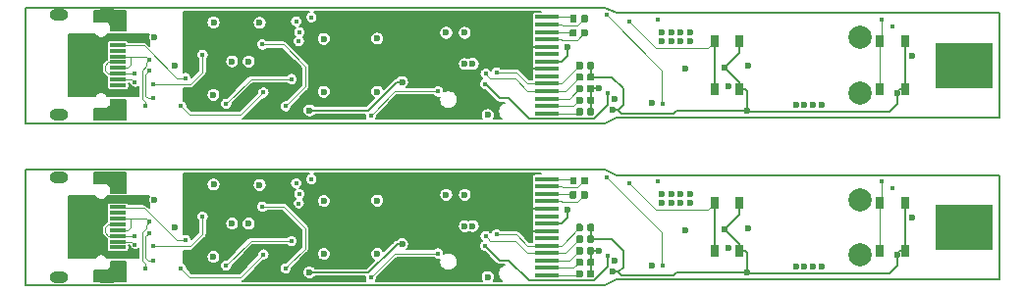
<source format=gbl>
%MOIN*%
%OFA0B0*%
%FSLAX46Y46*%
%IPPOS*%
%LPD*%
%ADD10C,0.005905511811023622*%
%ADD11O,0.082677165354330714X0.03937007874015748*%
%ADD12O,0.062992125984251982X0.03937007874015748*%
%ADD13R,0.057086614173228349X0.023622047244094488*%
%ADD14R,0.057086614173228349X0.011811023622047244*%
%ADD15R,0.19685039370078741X0.15590551181102363*%
%ADD16R,0.025590551181102365X0.041338582677165357*%
%ADD17R,0.07874015748031496X0.012598425196850395*%
%ADD18C,0.07874015748031496*%
%ADD19C,0.0039370078740157488*%
%ADD20C,0.023228346456692913*%
%ADD21C,0.023622047244094488*%
%ADD22C,0.017716535433070866*%
%ADD23C,0.0078740157480314977*%
%ADD24C,0.0060629921259842522*%
%ADD25C,0.0041732283464566934*%
%ADD36C,0.005905511811023622*%
%ADD37O,0.082677165354330714X0.03937007874015748*%
%ADD38O,0.062992125984251982X0.03937007874015748*%
%ADD39R,0.057086614173228349X0.023622047244094488*%
%ADD40R,0.057086614173228349X0.011811023622047244*%
%ADD41R,0.19685039370078741X0.15590551181102363*%
%ADD42R,0.025590551181102365X0.041338582677165357*%
%ADD43R,0.07874015748031496X0.012598425196850395*%
%ADD44C,0.07874015748031496*%
%ADD45C,0.0039370078740157488*%
%ADD46C,0.023228346456692913*%
%ADD47C,0.023622047244094488*%
%ADD48C,0.017716535433070866*%
%ADD49C,0.0078740157480314977*%
%ADD50C,0.0060629921259842522*%
%ADD51C,0.0041732283464566934*%
D10*
X0002007874Y0001279527D02*
X0003307086Y0001279527D01*
X0001968503Y0001299212D02*
X0002007874Y0001279527D01*
X0001968503Y0000905511D02*
X0002007874Y0000925196D01*
X0002007874Y0000925196D02*
X0003307086Y0000925196D01*
X0000000000Y0001299212D02*
X0000000000Y0000905511D01*
X0001968503Y0000905511D02*
X0000000000Y0000905511D01*
X0003307086Y0001279527D02*
X0003307086Y0000925196D01*
X0000000000Y0001299212D02*
X0001968503Y0001299212D01*
D11*
X0000278936Y0000932677D03*
X0000278936Y0001272834D03*
D12*
X0000114370Y0000932677D03*
X0000114370Y0001272834D03*
D13*
X0000314960Y0001228740D03*
X0000314960Y0001197244D03*
D14*
X0000314960Y0001171653D03*
X0000314960Y0001151968D03*
X0000314960Y0001132283D03*
X0000314960Y0001112598D03*
X0000314960Y0001092913D03*
X0000314960Y0001073228D03*
X0000314960Y0001053543D03*
X0000314960Y0001033858D03*
D13*
X0000314960Y0001008267D03*
X0000314960Y0000976771D03*
D15*
X0003188976Y0001102362D03*
D16*
X0002901574Y0001184055D03*
X0002901574Y0001020669D03*
X0002986220Y0001184055D03*
X0002986220Y0001020669D03*
X0002424212Y0001020669D03*
X0002424212Y0001184055D03*
X0002339566Y0001020669D03*
X0002339566Y0001184055D03*
D17*
X0001771653Y0001266141D03*
X0001771653Y0001240944D03*
X0001771653Y0001215747D03*
X0001771653Y0001190551D03*
X0001771653Y0001165354D03*
X0001771653Y0001140157D03*
X0001771653Y0001114960D03*
X0001771653Y0001089763D03*
X0001771653Y0001064566D03*
X0001771653Y0001039370D03*
X0001771653Y0001014173D03*
X0001771653Y0000988976D03*
X0001771653Y0000963779D03*
X0001771653Y0000938582D03*
D18*
X0002834645Y0001007873D03*
X0002834645Y0001196850D03*
D19*
G36*
X0001904407Y0001225168D02*
G01*
X0001904971Y0001225085D01*
X0001905524Y0001224946D01*
X0001906060Y0001224754D01*
X0001906576Y0001224511D01*
X0001907064Y0001224218D01*
X0001907522Y0001223878D01*
X0001907944Y0001223495D01*
X0001908327Y0001223073D01*
X0001908667Y0001222615D01*
X0001908959Y0001222127D01*
X0001909203Y0001221612D01*
X0001909395Y0001221075D01*
X0001909534Y0001220522D01*
X0001909617Y0001219958D01*
X0001909645Y0001219389D01*
X0001909645Y0001205807D01*
X0001909617Y0001205237D01*
X0001909534Y0001204674D01*
X0001909395Y0001204121D01*
X0001909203Y0001203584D01*
X0001908959Y0001203069D01*
X0001908667Y0001202580D01*
X0001908327Y0001202123D01*
X0001907944Y0001201700D01*
X0001907522Y0001201318D01*
X0001907064Y0001200978D01*
X0001906576Y0001200685D01*
X0001906060Y0001200442D01*
X0001905524Y0001200250D01*
X0001904971Y0001200111D01*
X0001904407Y0001200027D01*
X0001903838Y0001200000D01*
X0001892224Y0001200000D01*
X0001891655Y0001200027D01*
X0001891091Y0001200111D01*
X0001890538Y0001200250D01*
X0001890002Y0001200442D01*
X0001889486Y0001200685D01*
X0001888998Y0001200978D01*
X0001888540Y0001201318D01*
X0001888118Y0001201700D01*
X0001887735Y0001202123D01*
X0001887395Y0001202580D01*
X0001887103Y0001203069D01*
X0001886859Y0001203584D01*
X0001886667Y0001204121D01*
X0001886528Y0001204674D01*
X0001886445Y0001205237D01*
X0001886417Y0001205807D01*
X0001886417Y0001219389D01*
X0001886445Y0001219958D01*
X0001886528Y0001220522D01*
X0001886667Y0001221075D01*
X0001886859Y0001221612D01*
X0001887103Y0001222127D01*
X0001887395Y0001222615D01*
X0001887735Y0001223073D01*
X0001888118Y0001223495D01*
X0001888540Y0001223878D01*
X0001888998Y0001224218D01*
X0001889486Y0001224511D01*
X0001890002Y0001224754D01*
X0001890538Y0001224946D01*
X0001891091Y0001225085D01*
X0001891655Y0001225168D01*
X0001892224Y0001225196D01*
X0001903838Y0001225196D01*
X0001904407Y0001225168D01*
X0001904407Y0001225168D01*
G37*
D20*
X0001898031Y0001212598D03*
D19*
G36*
X0001866218Y0001225168D02*
G01*
X0001866782Y0001225085D01*
X0001867335Y0001224946D01*
X0001867871Y0001224754D01*
X0001868387Y0001224511D01*
X0001868875Y0001224218D01*
X0001869333Y0001223878D01*
X0001869755Y0001223495D01*
X0001870138Y0001223073D01*
X0001870478Y0001222615D01*
X0001870770Y0001222127D01*
X0001871014Y0001221612D01*
X0001871206Y0001221075D01*
X0001871345Y0001220522D01*
X0001871428Y0001219958D01*
X0001871456Y0001219389D01*
X0001871456Y0001205807D01*
X0001871428Y0001205237D01*
X0001871345Y0001204674D01*
X0001871206Y0001204121D01*
X0001871014Y0001203584D01*
X0001870770Y0001203069D01*
X0001870478Y0001202580D01*
X0001870138Y0001202123D01*
X0001869755Y0001201700D01*
X0001869333Y0001201318D01*
X0001868875Y0001200978D01*
X0001868387Y0001200685D01*
X0001867871Y0001200442D01*
X0001867335Y0001200250D01*
X0001866782Y0001200111D01*
X0001866218Y0001200027D01*
X0001865649Y0001200000D01*
X0001854035Y0001200000D01*
X0001853466Y0001200027D01*
X0001852902Y0001200111D01*
X0001852349Y0001200250D01*
X0001851813Y0001200442D01*
X0001851297Y0001200685D01*
X0001850809Y0001200978D01*
X0001850351Y0001201318D01*
X0001849929Y0001201700D01*
X0001849546Y0001202123D01*
X0001849207Y0001202580D01*
X0001848914Y0001203069D01*
X0001848670Y0001203584D01*
X0001848478Y0001204121D01*
X0001848339Y0001204674D01*
X0001848256Y0001205237D01*
X0001848228Y0001205807D01*
X0001848228Y0001219389D01*
X0001848256Y0001219958D01*
X0001848339Y0001220522D01*
X0001848478Y0001221075D01*
X0001848670Y0001221612D01*
X0001848914Y0001222127D01*
X0001849207Y0001222615D01*
X0001849546Y0001223073D01*
X0001849929Y0001223495D01*
X0001850351Y0001223878D01*
X0001850809Y0001224218D01*
X0001851297Y0001224511D01*
X0001851813Y0001224754D01*
X0001852349Y0001224946D01*
X0001852902Y0001225085D01*
X0001853466Y0001225168D01*
X0001854035Y0001225196D01*
X0001865649Y0001225196D01*
X0001866218Y0001225168D01*
X0001866218Y0001225168D01*
G37*
D20*
X0001859842Y0001212598D03*
D19*
G36*
X0001926061Y0000995838D02*
G01*
X0001926625Y0000995754D01*
X0001927177Y0000995616D01*
X0001927714Y0000995424D01*
X0001928229Y0000995180D01*
X0001928718Y0000994887D01*
X0001929176Y0000994547D01*
X0001929598Y0000994165D01*
X0001929981Y0000993743D01*
X0001930320Y0000993285D01*
X0001930613Y0000992796D01*
X0001930857Y0000992281D01*
X0001931049Y0000991744D01*
X0001931187Y0000991191D01*
X0001931271Y0000990628D01*
X0001931299Y0000990059D01*
X0001931299Y0000976476D01*
X0001931271Y0000975907D01*
X0001931187Y0000975343D01*
X0001931049Y0000974790D01*
X0001930857Y0000974254D01*
X0001930613Y0000973738D01*
X0001930320Y0000973250D01*
X0001929981Y0000972792D01*
X0001929598Y0000972370D01*
X0001929176Y0000971987D01*
X0001928718Y0000971647D01*
X0001928229Y0000971354D01*
X0001927714Y0000971111D01*
X0001927177Y0000970919D01*
X0001926625Y0000970780D01*
X0001926061Y0000970697D01*
X0001925492Y0000970669D01*
X0001913877Y0000970669D01*
X0001913308Y0000970697D01*
X0001912745Y0000970780D01*
X0001912192Y0000970919D01*
X0001911655Y0000971111D01*
X0001911140Y0000971354D01*
X0001910651Y0000971647D01*
X0001910193Y0000971987D01*
X0001909771Y0000972370D01*
X0001909389Y0000972792D01*
X0001909049Y0000973250D01*
X0001908756Y0000973738D01*
X0001908512Y0000974254D01*
X0001908320Y0000974790D01*
X0001908182Y0000975343D01*
X0001908098Y0000975907D01*
X0001908070Y0000976476D01*
X0001908070Y0000990059D01*
X0001908098Y0000990628D01*
X0001908182Y0000991191D01*
X0001908320Y0000991744D01*
X0001908512Y0000992281D01*
X0001908756Y0000992796D01*
X0001909049Y0000993285D01*
X0001909389Y0000993743D01*
X0001909771Y0000994165D01*
X0001910193Y0000994547D01*
X0001910651Y0000994887D01*
X0001911140Y0000995180D01*
X0001911655Y0000995424D01*
X0001912192Y0000995616D01*
X0001912745Y0000995754D01*
X0001913308Y0000995838D01*
X0001913877Y0000995866D01*
X0001925492Y0000995866D01*
X0001926061Y0000995838D01*
X0001926061Y0000995838D01*
G37*
D20*
X0001919685Y0000983267D03*
D19*
G36*
X0001887872Y0000995838D02*
G01*
X0001888436Y0000995754D01*
X0001888988Y0000995616D01*
X0001889525Y0000995424D01*
X0001890040Y0000995180D01*
X0001890529Y0000994887D01*
X0001890987Y0000994547D01*
X0001891409Y0000994165D01*
X0001891792Y0000993743D01*
X0001892131Y0000993285D01*
X0001892424Y0000992796D01*
X0001892668Y0000992281D01*
X0001892860Y0000991744D01*
X0001892998Y0000991191D01*
X0001893082Y0000990628D01*
X0001893110Y0000990059D01*
X0001893110Y0000976476D01*
X0001893082Y0000975907D01*
X0001892998Y0000975343D01*
X0001892860Y0000974790D01*
X0001892668Y0000974254D01*
X0001892424Y0000973738D01*
X0001892131Y0000973250D01*
X0001891792Y0000972792D01*
X0001891409Y0000972370D01*
X0001890987Y0000971987D01*
X0001890529Y0000971647D01*
X0001890040Y0000971354D01*
X0001889525Y0000971111D01*
X0001888988Y0000970919D01*
X0001888436Y0000970780D01*
X0001887872Y0000970697D01*
X0001887303Y0000970669D01*
X0001875688Y0000970669D01*
X0001875119Y0000970697D01*
X0001874556Y0000970780D01*
X0001874003Y0000970919D01*
X0001873466Y0000971111D01*
X0001872951Y0000971354D01*
X0001872462Y0000971647D01*
X0001872005Y0000971987D01*
X0001871582Y0000972370D01*
X0001871200Y0000972792D01*
X0001870860Y0000973250D01*
X0001870567Y0000973738D01*
X0001870323Y0000974254D01*
X0001870131Y0000974790D01*
X0001869993Y0000975343D01*
X0001869909Y0000975907D01*
X0001869881Y0000976476D01*
X0001869881Y0000990059D01*
X0001869909Y0000990628D01*
X0001869993Y0000991191D01*
X0001870131Y0000991744D01*
X0001870323Y0000992281D01*
X0001870567Y0000992796D01*
X0001870860Y0000993285D01*
X0001871200Y0000993743D01*
X0001871582Y0000994165D01*
X0001872005Y0000994547D01*
X0001872462Y0000994887D01*
X0001872951Y0000995180D01*
X0001873466Y0000995424D01*
X0001874003Y0000995616D01*
X0001874556Y0000995754D01*
X0001875119Y0000995838D01*
X0001875688Y0000995866D01*
X0001887303Y0000995866D01*
X0001887872Y0000995838D01*
X0001887872Y0000995838D01*
G37*
D20*
X0001881496Y0000983267D03*
D19*
G36*
X0001867203Y0001273397D02*
G01*
X0001867766Y0001273313D01*
X0001868319Y0001273175D01*
X0001868856Y0001272983D01*
X0001869371Y0001272739D01*
X0001869860Y0001272446D01*
X0001870317Y0001272107D01*
X0001870740Y0001271724D01*
X0001871122Y0001271302D01*
X0001871462Y0001270844D01*
X0001871755Y0001270355D01*
X0001871998Y0001269840D01*
X0001872190Y0001269303D01*
X0001872329Y0001268751D01*
X0001872412Y0001268187D01*
X0001872440Y0001267618D01*
X0001872440Y0001254035D01*
X0001872412Y0001253466D01*
X0001872329Y0001252902D01*
X0001872190Y0001252349D01*
X0001871998Y0001251813D01*
X0001871755Y0001251297D01*
X0001871462Y0001250809D01*
X0001871122Y0001250351D01*
X0001870740Y0001249929D01*
X0001870317Y0001249546D01*
X0001869860Y0001249206D01*
X0001869371Y0001248914D01*
X0001868856Y0001248670D01*
X0001868319Y0001248478D01*
X0001867766Y0001248339D01*
X0001867203Y0001248256D01*
X0001866633Y0001248228D01*
X0001855019Y0001248228D01*
X0001854450Y0001248256D01*
X0001853886Y0001248339D01*
X0001853333Y0001248478D01*
X0001852797Y0001248670D01*
X0001852282Y0001248914D01*
X0001851793Y0001249206D01*
X0001851335Y0001249546D01*
X0001850913Y0001249929D01*
X0001850530Y0001250351D01*
X0001850191Y0001250809D01*
X0001849898Y0001251297D01*
X0001849654Y0001251813D01*
X0001849462Y0001252349D01*
X0001849324Y0001252902D01*
X0001849240Y0001253466D01*
X0001849212Y0001254035D01*
X0001849212Y0001267618D01*
X0001849240Y0001268187D01*
X0001849324Y0001268751D01*
X0001849462Y0001269303D01*
X0001849654Y0001269840D01*
X0001849898Y0001270355D01*
X0001850191Y0001270844D01*
X0001850530Y0001271302D01*
X0001850913Y0001271724D01*
X0001851335Y0001272107D01*
X0001851793Y0001272446D01*
X0001852282Y0001272739D01*
X0001852797Y0001272983D01*
X0001853333Y0001273175D01*
X0001853886Y0001273313D01*
X0001854450Y0001273397D01*
X0001855019Y0001273425D01*
X0001866633Y0001273425D01*
X0001867203Y0001273397D01*
X0001867203Y0001273397D01*
G37*
D20*
X0001860826Y0001260826D03*
D19*
G36*
X0001905392Y0001273397D02*
G01*
X0001905955Y0001273313D01*
X0001906508Y0001273175D01*
X0001907045Y0001272983D01*
X0001907560Y0001272739D01*
X0001908049Y0001272446D01*
X0001908506Y0001272107D01*
X0001908929Y0001271724D01*
X0001909311Y0001271302D01*
X0001909651Y0001270844D01*
X0001909944Y0001270355D01*
X0001910187Y0001269840D01*
X0001910379Y0001269303D01*
X0001910518Y0001268751D01*
X0001910601Y0001268187D01*
X0001910629Y0001267618D01*
X0001910629Y0001254035D01*
X0001910601Y0001253466D01*
X0001910518Y0001252902D01*
X0001910379Y0001252349D01*
X0001910187Y0001251813D01*
X0001909944Y0001251297D01*
X0001909651Y0001250809D01*
X0001909311Y0001250351D01*
X0001908929Y0001249929D01*
X0001908506Y0001249546D01*
X0001908049Y0001249206D01*
X0001907560Y0001248914D01*
X0001907045Y0001248670D01*
X0001906508Y0001248478D01*
X0001905955Y0001248339D01*
X0001905392Y0001248256D01*
X0001904822Y0001248228D01*
X0001893208Y0001248228D01*
X0001892639Y0001248256D01*
X0001892075Y0001248339D01*
X0001891522Y0001248478D01*
X0001890986Y0001248670D01*
X0001890471Y0001248914D01*
X0001889982Y0001249206D01*
X0001889524Y0001249546D01*
X0001889102Y0001249929D01*
X0001888719Y0001250351D01*
X0001888380Y0001250809D01*
X0001888087Y0001251297D01*
X0001887843Y0001251813D01*
X0001887651Y0001252349D01*
X0001887513Y0001252902D01*
X0001887429Y0001253466D01*
X0001887401Y0001254035D01*
X0001887401Y0001267618D01*
X0001887429Y0001268187D01*
X0001887513Y0001268751D01*
X0001887651Y0001269303D01*
X0001887843Y0001269840D01*
X0001888087Y0001270355D01*
X0001888380Y0001270844D01*
X0001888719Y0001271302D01*
X0001889102Y0001271724D01*
X0001889524Y0001272107D01*
X0001889982Y0001272446D01*
X0001890471Y0001272739D01*
X0001890986Y0001272983D01*
X0001891522Y0001273175D01*
X0001892075Y0001273313D01*
X0001892639Y0001273397D01*
X0001893208Y0001273425D01*
X0001904822Y0001273425D01*
X0001905392Y0001273397D01*
X0001905392Y0001273397D01*
G37*
D20*
X0001899015Y0001260826D03*
D19*
G36*
X0001926061Y0000956468D02*
G01*
X0001926625Y0000956384D01*
X0001927177Y0000956246D01*
X0001927714Y0000956054D01*
X0001928229Y0000955810D01*
X0001928718Y0000955517D01*
X0001929176Y0000955177D01*
X0001929598Y0000954795D01*
X0001929981Y0000954372D01*
X0001930320Y0000953915D01*
X0001930613Y0000953426D01*
X0001930857Y0000952911D01*
X0001931049Y0000952374D01*
X0001931187Y0000951821D01*
X0001931271Y0000951258D01*
X0001931299Y0000950688D01*
X0001931299Y0000937106D01*
X0001931271Y0000936537D01*
X0001931187Y0000935973D01*
X0001931049Y0000935420D01*
X0001930857Y0000934884D01*
X0001930613Y0000934368D01*
X0001930320Y0000933880D01*
X0001929981Y0000933422D01*
X0001929598Y0000933000D01*
X0001929176Y0000932617D01*
X0001928718Y0000932277D01*
X0001928229Y0000931984D01*
X0001927714Y0000931741D01*
X0001927177Y0000931549D01*
X0001926625Y0000931410D01*
X0001926061Y0000931327D01*
X0001925492Y0000931299D01*
X0001913877Y0000931299D01*
X0001913308Y0000931327D01*
X0001912745Y0000931410D01*
X0001912192Y0000931549D01*
X0001911655Y0000931741D01*
X0001911140Y0000931984D01*
X0001910651Y0000932277D01*
X0001910193Y0000932617D01*
X0001909771Y0000933000D01*
X0001909389Y0000933422D01*
X0001909049Y0000933880D01*
X0001908756Y0000934368D01*
X0001908512Y0000934884D01*
X0001908320Y0000935420D01*
X0001908182Y0000935973D01*
X0001908098Y0000936537D01*
X0001908070Y0000937106D01*
X0001908070Y0000950688D01*
X0001908098Y0000951258D01*
X0001908182Y0000951821D01*
X0001908320Y0000952374D01*
X0001908512Y0000952911D01*
X0001908756Y0000953426D01*
X0001909049Y0000953915D01*
X0001909389Y0000954372D01*
X0001909771Y0000954795D01*
X0001910193Y0000955177D01*
X0001910651Y0000955517D01*
X0001911140Y0000955810D01*
X0001911655Y0000956054D01*
X0001912192Y0000956246D01*
X0001912745Y0000956384D01*
X0001913308Y0000956468D01*
X0001913877Y0000956496D01*
X0001925492Y0000956496D01*
X0001926061Y0000956468D01*
X0001926061Y0000956468D01*
G37*
D20*
X0001919685Y0000943897D03*
D19*
G36*
X0001887872Y0000956468D02*
G01*
X0001888436Y0000956384D01*
X0001888988Y0000956246D01*
X0001889525Y0000956054D01*
X0001890040Y0000955810D01*
X0001890529Y0000955517D01*
X0001890987Y0000955177D01*
X0001891409Y0000954795D01*
X0001891792Y0000954372D01*
X0001892131Y0000953915D01*
X0001892424Y0000953426D01*
X0001892668Y0000952911D01*
X0001892860Y0000952374D01*
X0001892998Y0000951821D01*
X0001893082Y0000951258D01*
X0001893110Y0000950688D01*
X0001893110Y0000937106D01*
X0001893082Y0000936537D01*
X0001892998Y0000935973D01*
X0001892860Y0000935420D01*
X0001892668Y0000934884D01*
X0001892424Y0000934368D01*
X0001892131Y0000933880D01*
X0001891792Y0000933422D01*
X0001891409Y0000933000D01*
X0001890987Y0000932617D01*
X0001890529Y0000932277D01*
X0001890040Y0000931984D01*
X0001889525Y0000931741D01*
X0001888988Y0000931549D01*
X0001888436Y0000931410D01*
X0001887872Y0000931327D01*
X0001887303Y0000931299D01*
X0001875688Y0000931299D01*
X0001875119Y0000931327D01*
X0001874556Y0000931410D01*
X0001874003Y0000931549D01*
X0001873466Y0000931741D01*
X0001872951Y0000931984D01*
X0001872462Y0000932277D01*
X0001872005Y0000932617D01*
X0001871582Y0000933000D01*
X0001871200Y0000933422D01*
X0001870860Y0000933880D01*
X0001870567Y0000934368D01*
X0001870323Y0000934884D01*
X0001870131Y0000935420D01*
X0001869993Y0000935973D01*
X0001869909Y0000936537D01*
X0001869881Y0000937106D01*
X0001869881Y0000950688D01*
X0001869909Y0000951258D01*
X0001869993Y0000951821D01*
X0001870131Y0000952374D01*
X0001870323Y0000952911D01*
X0001870567Y0000953426D01*
X0001870860Y0000953915D01*
X0001871200Y0000954372D01*
X0001871582Y0000954795D01*
X0001872005Y0000955177D01*
X0001872462Y0000955517D01*
X0001872951Y0000955810D01*
X0001873466Y0000956054D01*
X0001874003Y0000956246D01*
X0001874556Y0000956384D01*
X0001875119Y0000956468D01*
X0001875688Y0000956496D01*
X0001887303Y0000956496D01*
X0001887872Y0000956468D01*
X0001887872Y0000956468D01*
G37*
D20*
X0001881496Y0000943897D03*
D19*
G36*
X0001926061Y0001113948D02*
G01*
X0001926625Y0001113864D01*
X0001927177Y0001113726D01*
X0001927714Y0001113534D01*
X0001928229Y0001113290D01*
X0001928718Y0001112997D01*
X0001929176Y0001112658D01*
X0001929598Y0001112275D01*
X0001929981Y0001111853D01*
X0001930320Y0001111395D01*
X0001930613Y0001110906D01*
X0001930857Y0001110391D01*
X0001931049Y0001109854D01*
X0001931187Y0001109302D01*
X0001931271Y0001108738D01*
X0001931299Y0001108169D01*
X0001931299Y0001094586D01*
X0001931271Y0001094017D01*
X0001931187Y0001093453D01*
X0001931049Y0001092900D01*
X0001930857Y0001092364D01*
X0001930613Y0001091849D01*
X0001930320Y0001091360D01*
X0001929981Y0001090902D01*
X0001929598Y0001090480D01*
X0001929176Y0001090097D01*
X0001928718Y0001089758D01*
X0001928229Y0001089465D01*
X0001927714Y0001089221D01*
X0001927177Y0001089029D01*
X0001926625Y0001088891D01*
X0001926061Y0001088807D01*
X0001925492Y0001088779D01*
X0001913877Y0001088779D01*
X0001913308Y0001088807D01*
X0001912745Y0001088891D01*
X0001912192Y0001089029D01*
X0001911655Y0001089221D01*
X0001911140Y0001089465D01*
X0001910651Y0001089758D01*
X0001910193Y0001090097D01*
X0001909771Y0001090480D01*
X0001909389Y0001090902D01*
X0001909049Y0001091360D01*
X0001908756Y0001091849D01*
X0001908512Y0001092364D01*
X0001908320Y0001092900D01*
X0001908182Y0001093453D01*
X0001908098Y0001094017D01*
X0001908070Y0001094586D01*
X0001908070Y0001108169D01*
X0001908098Y0001108738D01*
X0001908182Y0001109302D01*
X0001908320Y0001109854D01*
X0001908512Y0001110391D01*
X0001908756Y0001110906D01*
X0001909049Y0001111395D01*
X0001909389Y0001111853D01*
X0001909771Y0001112275D01*
X0001910193Y0001112658D01*
X0001910651Y0001112997D01*
X0001911140Y0001113290D01*
X0001911655Y0001113534D01*
X0001912192Y0001113726D01*
X0001912745Y0001113864D01*
X0001913308Y0001113948D01*
X0001913877Y0001113976D01*
X0001925492Y0001113976D01*
X0001926061Y0001113948D01*
X0001926061Y0001113948D01*
G37*
D20*
X0001919685Y0001101377D03*
D19*
G36*
X0001887872Y0001113948D02*
G01*
X0001888436Y0001113864D01*
X0001888988Y0001113726D01*
X0001889525Y0001113534D01*
X0001890040Y0001113290D01*
X0001890529Y0001112997D01*
X0001890987Y0001112658D01*
X0001891409Y0001112275D01*
X0001891792Y0001111853D01*
X0001892131Y0001111395D01*
X0001892424Y0001110906D01*
X0001892668Y0001110391D01*
X0001892860Y0001109854D01*
X0001892998Y0001109302D01*
X0001893082Y0001108738D01*
X0001893110Y0001108169D01*
X0001893110Y0001094586D01*
X0001893082Y0001094017D01*
X0001892998Y0001093453D01*
X0001892860Y0001092900D01*
X0001892668Y0001092364D01*
X0001892424Y0001091849D01*
X0001892131Y0001091360D01*
X0001891792Y0001090902D01*
X0001891409Y0001090480D01*
X0001890987Y0001090097D01*
X0001890529Y0001089758D01*
X0001890040Y0001089465D01*
X0001889525Y0001089221D01*
X0001888988Y0001089029D01*
X0001888436Y0001088891D01*
X0001887872Y0001088807D01*
X0001887303Y0001088779D01*
X0001875688Y0001088779D01*
X0001875119Y0001088807D01*
X0001874556Y0001088891D01*
X0001874003Y0001089029D01*
X0001873466Y0001089221D01*
X0001872951Y0001089465D01*
X0001872462Y0001089758D01*
X0001872005Y0001090097D01*
X0001871582Y0001090480D01*
X0001871200Y0001090902D01*
X0001870860Y0001091360D01*
X0001870567Y0001091849D01*
X0001870323Y0001092364D01*
X0001870131Y0001092900D01*
X0001869993Y0001093453D01*
X0001869909Y0001094017D01*
X0001869881Y0001094586D01*
X0001869881Y0001108169D01*
X0001869909Y0001108738D01*
X0001869993Y0001109302D01*
X0001870131Y0001109854D01*
X0001870323Y0001110391D01*
X0001870567Y0001110906D01*
X0001870860Y0001111395D01*
X0001871200Y0001111853D01*
X0001871582Y0001112275D01*
X0001872005Y0001112658D01*
X0001872462Y0001112997D01*
X0001872951Y0001113290D01*
X0001873466Y0001113534D01*
X0001874003Y0001113726D01*
X0001874556Y0001113864D01*
X0001875119Y0001113948D01*
X0001875688Y0001113976D01*
X0001887303Y0001113976D01*
X0001887872Y0001113948D01*
X0001887872Y0001113948D01*
G37*
D20*
X0001881496Y0001101377D03*
D19*
G36*
X0001926061Y0001035208D02*
G01*
X0001926625Y0001035124D01*
X0001927177Y0001034986D01*
X0001927714Y0001034794D01*
X0001928229Y0001034550D01*
X0001928718Y0001034257D01*
X0001929176Y0001033918D01*
X0001929598Y0001033535D01*
X0001929981Y0001033113D01*
X0001930320Y0001032655D01*
X0001930613Y0001032166D01*
X0001930857Y0001031651D01*
X0001931049Y0001031114D01*
X0001931187Y0001030562D01*
X0001931271Y0001029998D01*
X0001931299Y0001029429D01*
X0001931299Y0001015846D01*
X0001931271Y0001015277D01*
X0001931187Y0001014713D01*
X0001931049Y0001014160D01*
X0001930857Y0001013624D01*
X0001930613Y0001013108D01*
X0001930320Y0001012620D01*
X0001929981Y0001012162D01*
X0001929598Y0001011740D01*
X0001929176Y0001011357D01*
X0001928718Y0001011017D01*
X0001928229Y0001010725D01*
X0001927714Y0001010481D01*
X0001927177Y0001010289D01*
X0001926625Y0001010150D01*
X0001926061Y0001010067D01*
X0001925492Y0001010039D01*
X0001913877Y0001010039D01*
X0001913308Y0001010067D01*
X0001912745Y0001010150D01*
X0001912192Y0001010289D01*
X0001911655Y0001010481D01*
X0001911140Y0001010725D01*
X0001910651Y0001011017D01*
X0001910193Y0001011357D01*
X0001909771Y0001011740D01*
X0001909389Y0001012162D01*
X0001909049Y0001012620D01*
X0001908756Y0001013108D01*
X0001908512Y0001013624D01*
X0001908320Y0001014160D01*
X0001908182Y0001014713D01*
X0001908098Y0001015277D01*
X0001908070Y0001015846D01*
X0001908070Y0001029429D01*
X0001908098Y0001029998D01*
X0001908182Y0001030562D01*
X0001908320Y0001031114D01*
X0001908512Y0001031651D01*
X0001908756Y0001032166D01*
X0001909049Y0001032655D01*
X0001909389Y0001033113D01*
X0001909771Y0001033535D01*
X0001910193Y0001033918D01*
X0001910651Y0001034257D01*
X0001911140Y0001034550D01*
X0001911655Y0001034794D01*
X0001912192Y0001034986D01*
X0001912745Y0001035124D01*
X0001913308Y0001035208D01*
X0001913877Y0001035236D01*
X0001925492Y0001035236D01*
X0001926061Y0001035208D01*
X0001926061Y0001035208D01*
G37*
D20*
X0001919685Y0001022637D03*
D19*
G36*
X0001887872Y0001035208D02*
G01*
X0001888436Y0001035124D01*
X0001888988Y0001034986D01*
X0001889525Y0001034794D01*
X0001890040Y0001034550D01*
X0001890529Y0001034257D01*
X0001890987Y0001033918D01*
X0001891409Y0001033535D01*
X0001891792Y0001033113D01*
X0001892131Y0001032655D01*
X0001892424Y0001032166D01*
X0001892668Y0001031651D01*
X0001892860Y0001031114D01*
X0001892998Y0001030562D01*
X0001893082Y0001029998D01*
X0001893110Y0001029429D01*
X0001893110Y0001015846D01*
X0001893082Y0001015277D01*
X0001892998Y0001014713D01*
X0001892860Y0001014160D01*
X0001892668Y0001013624D01*
X0001892424Y0001013108D01*
X0001892131Y0001012620D01*
X0001891792Y0001012162D01*
X0001891409Y0001011740D01*
X0001890987Y0001011357D01*
X0001890529Y0001011017D01*
X0001890040Y0001010725D01*
X0001889525Y0001010481D01*
X0001888988Y0001010289D01*
X0001888436Y0001010150D01*
X0001887872Y0001010067D01*
X0001887303Y0001010039D01*
X0001875688Y0001010039D01*
X0001875119Y0001010067D01*
X0001874556Y0001010150D01*
X0001874003Y0001010289D01*
X0001873466Y0001010481D01*
X0001872951Y0001010725D01*
X0001872462Y0001011017D01*
X0001872005Y0001011357D01*
X0001871582Y0001011740D01*
X0001871200Y0001012162D01*
X0001870860Y0001012620D01*
X0001870567Y0001013108D01*
X0001870323Y0001013624D01*
X0001870131Y0001014160D01*
X0001869993Y0001014713D01*
X0001869909Y0001015277D01*
X0001869881Y0001015846D01*
X0001869881Y0001029429D01*
X0001869909Y0001029998D01*
X0001869993Y0001030562D01*
X0001870131Y0001031114D01*
X0001870323Y0001031651D01*
X0001870567Y0001032166D01*
X0001870860Y0001032655D01*
X0001871200Y0001033113D01*
X0001871582Y0001033535D01*
X0001872005Y0001033918D01*
X0001872462Y0001034257D01*
X0001872951Y0001034550D01*
X0001873466Y0001034794D01*
X0001874003Y0001034986D01*
X0001874556Y0001035124D01*
X0001875119Y0001035208D01*
X0001875688Y0001035236D01*
X0001887303Y0001035236D01*
X0001887872Y0001035208D01*
X0001887872Y0001035208D01*
G37*
D20*
X0001881496Y0001022637D03*
D19*
G36*
X0001926061Y0001074578D02*
G01*
X0001926625Y0001074494D01*
X0001927177Y0001074356D01*
X0001927714Y0001074164D01*
X0001928229Y0001073920D01*
X0001928718Y0001073627D01*
X0001929176Y0001073288D01*
X0001929598Y0001072905D01*
X0001929981Y0001072483D01*
X0001930320Y0001072025D01*
X0001930613Y0001071536D01*
X0001930857Y0001071021D01*
X0001931049Y0001070484D01*
X0001931187Y0001069932D01*
X0001931271Y0001069368D01*
X0001931299Y0001068799D01*
X0001931299Y0001055216D01*
X0001931271Y0001054647D01*
X0001931187Y0001054083D01*
X0001931049Y0001053530D01*
X0001930857Y0001052994D01*
X0001930613Y0001052479D01*
X0001930320Y0001051990D01*
X0001929981Y0001051532D01*
X0001929598Y0001051110D01*
X0001929176Y0001050727D01*
X0001928718Y0001050388D01*
X0001928229Y0001050095D01*
X0001927714Y0001049851D01*
X0001927177Y0001049659D01*
X0001926625Y0001049520D01*
X0001926061Y0001049437D01*
X0001925492Y0001049409D01*
X0001913877Y0001049409D01*
X0001913308Y0001049437D01*
X0001912745Y0001049520D01*
X0001912192Y0001049659D01*
X0001911655Y0001049851D01*
X0001911140Y0001050095D01*
X0001910651Y0001050388D01*
X0001910193Y0001050727D01*
X0001909771Y0001051110D01*
X0001909389Y0001051532D01*
X0001909049Y0001051990D01*
X0001908756Y0001052479D01*
X0001908512Y0001052994D01*
X0001908320Y0001053530D01*
X0001908182Y0001054083D01*
X0001908098Y0001054647D01*
X0001908070Y0001055216D01*
X0001908070Y0001068799D01*
X0001908098Y0001069368D01*
X0001908182Y0001069932D01*
X0001908320Y0001070484D01*
X0001908512Y0001071021D01*
X0001908756Y0001071536D01*
X0001909049Y0001072025D01*
X0001909389Y0001072483D01*
X0001909771Y0001072905D01*
X0001910193Y0001073288D01*
X0001910651Y0001073627D01*
X0001911140Y0001073920D01*
X0001911655Y0001074164D01*
X0001912192Y0001074356D01*
X0001912745Y0001074494D01*
X0001913308Y0001074578D01*
X0001913877Y0001074606D01*
X0001925492Y0001074606D01*
X0001926061Y0001074578D01*
X0001926061Y0001074578D01*
G37*
D20*
X0001919685Y0001062007D03*
D19*
G36*
X0001887872Y0001074578D02*
G01*
X0001888436Y0001074494D01*
X0001888988Y0001074356D01*
X0001889525Y0001074164D01*
X0001890040Y0001073920D01*
X0001890529Y0001073627D01*
X0001890987Y0001073288D01*
X0001891409Y0001072905D01*
X0001891792Y0001072483D01*
X0001892131Y0001072025D01*
X0001892424Y0001071536D01*
X0001892668Y0001071021D01*
X0001892860Y0001070484D01*
X0001892998Y0001069932D01*
X0001893082Y0001069368D01*
X0001893110Y0001068799D01*
X0001893110Y0001055216D01*
X0001893082Y0001054647D01*
X0001892998Y0001054083D01*
X0001892860Y0001053530D01*
X0001892668Y0001052994D01*
X0001892424Y0001052479D01*
X0001892131Y0001051990D01*
X0001891792Y0001051532D01*
X0001891409Y0001051110D01*
X0001890987Y0001050727D01*
X0001890529Y0001050388D01*
X0001890040Y0001050095D01*
X0001889525Y0001049851D01*
X0001888988Y0001049659D01*
X0001888436Y0001049520D01*
X0001887872Y0001049437D01*
X0001887303Y0001049409D01*
X0001875688Y0001049409D01*
X0001875119Y0001049437D01*
X0001874556Y0001049520D01*
X0001874003Y0001049659D01*
X0001873466Y0001049851D01*
X0001872951Y0001050095D01*
X0001872462Y0001050388D01*
X0001872005Y0001050727D01*
X0001871582Y0001051110D01*
X0001871200Y0001051532D01*
X0001870860Y0001051990D01*
X0001870567Y0001052479D01*
X0001870323Y0001052994D01*
X0001870131Y0001053530D01*
X0001869993Y0001054083D01*
X0001869909Y0001054647D01*
X0001869881Y0001055216D01*
X0001869881Y0001068799D01*
X0001869909Y0001069368D01*
X0001869993Y0001069932D01*
X0001870131Y0001070484D01*
X0001870323Y0001071021D01*
X0001870567Y0001071536D01*
X0001870860Y0001072025D01*
X0001871200Y0001072483D01*
X0001871582Y0001072905D01*
X0001872005Y0001073288D01*
X0001872462Y0001073627D01*
X0001872951Y0001073920D01*
X0001873466Y0001074164D01*
X0001874003Y0001074356D01*
X0001874556Y0001074494D01*
X0001875119Y0001074578D01*
X0001875688Y0001074606D01*
X0001887303Y0001074606D01*
X0001887872Y0001074578D01*
X0001887872Y0001074578D01*
G37*
D20*
X0001881496Y0001062007D03*
D21*
X0000758267Y0001114566D03*
X0000701968Y0001115354D03*
X0001492125Y0001212598D03*
X0001429133Y0001212598D03*
X0001194881Y0001192913D03*
X0001194881Y0001011811D03*
X0001013779Y0001011811D03*
X0003011975Y0001135826D03*
X0002616141Y0000968503D03*
X0002645669Y0000968503D03*
X0002675196Y0000968503D03*
X0002704724Y0000968503D03*
X0002452755Y0001100393D03*
X0002242125Y0001090551D03*
X0001569881Y0000933070D03*
X0001013979Y0001191692D03*
X0001948818Y0001023622D03*
X0002387795Y0001032480D03*
X0000639370Y0001247637D03*
X0000438159Y0001196683D03*
X0000795669Y0001246456D03*
X0000638582Y0001001574D03*
X0000506692Y0001101968D03*
X0002128346Y0000973228D03*
X0001840551Y0001162598D03*
D22*
X0001562992Y0001072834D03*
D21*
X0002255905Y0001213779D03*
X0002224409Y0001213779D03*
X0002192913Y0001213779D03*
X0002161417Y0001213779D03*
X0002224409Y0001183819D03*
X0002161417Y0001183819D03*
X0002255905Y0001183819D03*
X0001492125Y0001106299D03*
X0001519165Y0001106784D03*
X0000264173Y0001025196D03*
X0000230708Y0001018110D03*
X0000261811Y0001179133D03*
X0000232677Y0001191732D03*
X0000232677Y0001157873D03*
X0000367716Y0001011811D03*
X0000162992Y0001192519D03*
X0000198425Y0001192519D03*
X0000162992Y0001157086D03*
X0000198425Y0001157086D03*
X0000162992Y0001121653D03*
X0000198425Y0001121653D03*
X0000162992Y0001086220D03*
X0000198425Y0001086220D03*
X0000162992Y0001050787D03*
X0000198425Y0001050787D03*
X0000162992Y0001015354D03*
X0000198425Y0001015354D03*
X0002002362Y0000988188D03*
X0002192913Y0001183819D03*
X0000368110Y0001191614D03*
X0000401588Y0001191610D03*
D22*
X0001600393Y0001077755D03*
X0000804724Y0001172834D03*
X0000883858Y0000962598D03*
D21*
X0000553936Y0001200000D03*
X0002960629Y0001007873D03*
X0002451279Y0000948818D03*
X0001453740Y0000942913D03*
X0001399606Y0000937992D03*
X0001262795Y0000964566D03*
X0001057086Y0001266257D03*
X0001705281Y0001143143D03*
X0001708661Y0001075787D03*
X0001456692Y0001104330D03*
X0000750787Y0001246850D03*
X0001676181Y0001238188D03*
X0002374015Y0001095511D03*
X0001993700Y0000951181D03*
X0001588816Y0001250039D03*
X0001534276Y0001250039D03*
X0001561873Y0001250039D03*
X0000875196Y0001113385D03*
X0000860236Y0000988188D03*
D22*
X0000682283Y0000971653D03*
X0000903392Y0001055275D03*
X0000544094Y0001059055D03*
X0000601968Y0001138188D03*
X0000372047Y0001043307D03*
X0000433070Y0001037401D03*
X0001173228Y0000931102D03*
X0001401574Y0001013227D03*
X0001979133Y0001006672D03*
D21*
X0000964566Y0000948781D03*
X0001279527Y0001045275D03*
D22*
X0001561023Y0001038818D03*
X0001973363Y0001273497D03*
X0002165748Y0000972047D03*
X0000971653Y0001265748D03*
X0002944881Y0001234251D03*
X0000919685Y0001251574D03*
X0002907480Y0001258700D03*
X0002147038Y0001258700D03*
X0000928999Y0001183630D03*
X0000421653Y0001121062D03*
X0000406855Y0000963154D03*
X0000421653Y0001083661D03*
X0000433302Y0000989601D03*
X0000370078Y0001072834D03*
X0000809055Y0001009842D03*
X0000528543Y0000963582D03*
X0000930314Y0001214566D03*
X0002049212Y0001251416D03*
D23*
X0001919685Y0000943897D02*
X0001919685Y0001022637D01*
X0001919685Y0001022637D02*
X0001947834Y0001022637D01*
X0001947834Y0001022637D02*
X0001948818Y0001023622D01*
D24*
X0001820866Y0001114960D02*
X0001840551Y0001134645D01*
X0001840551Y0001143111D02*
X0001840551Y0001162598D01*
X0001840551Y0001134645D02*
X0001840551Y0001143111D01*
X0001771653Y0001114960D02*
X0001820866Y0001114960D01*
D25*
X0001833661Y0001014173D02*
X0001881496Y0001062007D01*
X0001771653Y0001014173D02*
X0001833661Y0001014173D01*
X0001771653Y0001014173D02*
X0001705314Y0001014173D01*
X0001578976Y0001056850D02*
X0001571850Y0001063976D01*
X0001571850Y0001063976D02*
X0001562992Y0001072834D01*
X0001662637Y0001056850D02*
X0001578976Y0001056850D01*
X0001705314Y0001014173D02*
X0001662637Y0001056850D01*
X0001847834Y0000988976D02*
X0001881496Y0001022637D01*
X0001771653Y0000988976D02*
X0001847834Y0000988976D01*
X0001819488Y0001039370D02*
X0001881496Y0001101377D01*
X0001771653Y0001039370D02*
X0001819488Y0001039370D01*
X0001704724Y0001039370D02*
X0001666338Y0001077755D01*
X0001771653Y0001039370D02*
X0001704724Y0001039370D01*
X0001666338Y0001077755D02*
X0001617097Y0001077755D01*
X0001617097Y0001077755D02*
X0001600393Y0001077755D01*
X0000804724Y0001172834D02*
X0000876377Y0001172834D01*
X0000876377Y0001172834D02*
X0000950787Y0001098425D01*
X0000895669Y0000974409D02*
X0000883858Y0000962598D01*
X0000950787Y0001098425D02*
X0000950787Y0001029527D01*
X0000950787Y0001029527D02*
X0000895669Y0000974409D01*
D23*
X0002960629Y0001007873D02*
X0002960629Y0000970472D01*
X0002960629Y0000970472D02*
X0002935039Y0000944881D01*
X0002967362Y0001020669D02*
X0002962598Y0001015905D01*
X0002986220Y0001020669D02*
X0002967362Y0001020669D01*
X0002962598Y0001015905D02*
X0002962598Y0001009842D01*
X0002962598Y0001009842D02*
X0002960629Y0001011811D01*
X0002986220Y0001047401D02*
X0002986220Y0001184055D01*
X0002986220Y0001020669D02*
X0002986220Y0001047401D01*
X0002935039Y0000944881D02*
X0002454724Y0000944881D01*
X0002454724Y0000944881D02*
X0002450787Y0000948818D01*
D25*
X0001771653Y0001165354D02*
X0001722440Y0001165354D01*
X0001722440Y0001165354D02*
X0001717519Y0001165354D01*
X0001771653Y0001089763D02*
X0001717716Y0001089763D01*
X0001717716Y0001089763D02*
X0001717519Y0001089566D01*
D23*
X0002013187Y0000951181D02*
X0001993700Y0000951181D01*
X0002201808Y0000939134D02*
X0002025234Y0000939134D01*
X0002451279Y0000948818D02*
X0002211493Y0000948818D01*
X0002211493Y0000948818D02*
X0002201808Y0000939134D01*
D24*
X0001919685Y0001062007D02*
X0001919685Y0001101377D01*
D23*
X0002015649Y0000948719D02*
X0002013187Y0000951181D01*
X0002025234Y0000939134D02*
X0002015649Y0000948719D01*
D24*
X0002029527Y0001023622D02*
X0002029527Y0000966535D01*
X0001919685Y0001062007D02*
X0001991141Y0001062007D01*
X0002029527Y0000966535D02*
X0002013779Y0000950787D01*
X0001991141Y0001062007D02*
X0002029527Y0001023622D01*
D23*
X0002424212Y0001145708D02*
X0002374015Y0001095511D01*
X0002424212Y0001184055D02*
X0002424212Y0001145708D01*
X0002424212Y0001045314D02*
X0002424212Y0001020669D01*
X0002374015Y0001095511D02*
X0002424212Y0001045314D01*
X0002444881Y0001020669D02*
X0002424212Y0001020669D01*
X0002451279Y0001014271D02*
X0002444881Y0001020669D01*
X0002451279Y0000948818D02*
X0002451279Y0001014271D01*
X0001722637Y0001089763D02*
X0001708661Y0001075787D01*
X0001771653Y0001089763D02*
X0001722637Y0001089763D01*
X0001771653Y0001165354D02*
X0001712598Y0001165354D01*
X0001712598Y0001165354D02*
X0001706692Y0001159448D01*
D25*
X0000765905Y0001055275D02*
X0000903392Y0001055275D01*
X0000682283Y0000971653D02*
X0000765905Y0001055275D01*
X0000317322Y0001169291D02*
X0000314960Y0001171653D01*
X0000544094Y0001059055D02*
X0000513779Y0001059055D01*
X0000403543Y0001169291D02*
X0000317322Y0001169291D01*
X0000513779Y0001059055D02*
X0000403543Y0001169291D01*
X0000314960Y0001053543D02*
X0000361810Y0001053543D01*
X0000361810Y0001053543D02*
X0000372047Y0001043307D01*
X0000561023Y0001037401D02*
X0000433070Y0001037401D01*
X0000601968Y0001138188D02*
X0000601968Y0001078346D01*
X0000601968Y0001078346D02*
X0000561023Y0001037401D01*
X0001255353Y0001013227D02*
X0001384871Y0001013227D01*
X0001384871Y0001013227D02*
X0001401574Y0001013227D01*
X0001173228Y0000931102D02*
X0001255353Y0001013227D01*
X0001855511Y0001266141D02*
X0001860826Y0001260826D01*
X0001771653Y0001266141D02*
X0001855511Y0001266141D01*
X0001885859Y0001247670D02*
X0001899015Y0001260826D01*
X0001875432Y0001237243D02*
X0001885859Y0001247670D01*
X0001824567Y0001237243D02*
X0001875432Y0001237243D01*
X0001820866Y0001240944D02*
X0001824567Y0001237243D01*
X0001771653Y0001240944D02*
X0001820866Y0001240944D01*
X0001856692Y0001215747D02*
X0001859842Y0001212598D01*
X0001771653Y0001215747D02*
X0001856692Y0001215747D01*
X0001820866Y0001190551D02*
X0001771653Y0001190551D01*
X0001874448Y0001189015D02*
X0001822401Y0001189015D01*
X0001822401Y0001189015D02*
X0001820866Y0001190551D01*
X0001898031Y0001212598D02*
X0001874448Y0001189015D01*
X0001862007Y0000963779D02*
X0001881496Y0000983267D01*
X0001771653Y0000963779D02*
X0001862007Y0000963779D01*
X0001876181Y0000938582D02*
X0001881496Y0000943897D01*
X0001771653Y0000938582D02*
X0001876181Y0000938582D01*
D24*
X0000964566Y0000948781D02*
X0001165316Y0000948781D01*
X0001165316Y0000948781D02*
X0001250000Y0001033464D01*
X0001250000Y0001033464D02*
X0001255905Y0001039370D01*
X0001259842Y0001043307D02*
X0001250000Y0001033464D01*
X0001279527Y0001045275D02*
X0001261810Y0001045275D01*
X0001261810Y0001045275D02*
X0001259842Y0001043307D01*
X0001569881Y0001029960D02*
X0001561023Y0001038818D01*
X0001711658Y0000920826D02*
X0001642327Y0000990157D01*
X0001979133Y0000968892D02*
X0001931067Y0000920826D01*
X0001979133Y0001006672D02*
X0001979133Y0000968892D01*
X0001931067Y0000920826D02*
X0001711658Y0000920826D01*
X0001642327Y0000990157D02*
X0001609684Y0000990157D01*
X0001609684Y0000990157D02*
X0001569881Y0001029960D01*
D25*
X0002161811Y0000975984D02*
X0002165748Y0000972047D01*
X0001973363Y0001273497D02*
X0002161811Y0001085050D01*
X0002161811Y0001085050D02*
X0002161811Y0000975984D01*
X0002901574Y0001047401D02*
X0002901574Y0001184055D01*
X0002901574Y0001020669D02*
X0002901574Y0001047401D01*
X0002907480Y0001189960D02*
X0002901574Y0001184055D01*
X0002907480Y0001258700D02*
X0002907480Y0001189960D01*
X0000421653Y0001121062D02*
X0000410433Y0001132283D01*
X0000347677Y0001092913D02*
X0000358267Y0001103503D01*
X0000314960Y0001092913D02*
X0000347677Y0001092913D01*
X0000347677Y0001132283D02*
X0000314960Y0001132283D01*
X0000358267Y0001103503D02*
X0000358267Y0001121692D01*
X0000358267Y0001121692D02*
X0000358267Y0001122047D01*
X0000410433Y0001132283D02*
X0000368503Y0001132283D01*
X0000358267Y0001131889D02*
X0000357874Y0001132283D01*
X0000358267Y0001121692D02*
X0000358267Y0001131889D01*
X0000368503Y0001132283D02*
X0000357874Y0001132283D01*
X0000357874Y0001132283D02*
X0000314960Y0001132283D01*
X0000406855Y0000978354D02*
X0000406855Y0000963154D01*
X0000410905Y0001110314D02*
X0000410905Y0001099881D01*
X0000421653Y0001121062D02*
X0000410905Y0001110314D01*
X0000410905Y0001099881D02*
X0000396456Y0001085433D01*
X0000396456Y0001085433D02*
X0000396456Y0000988753D01*
X0000396456Y0000988753D02*
X0000406855Y0000978354D01*
X0000409055Y0000998648D02*
X0000418102Y0000989601D01*
X0000421653Y0001083661D02*
X0000409055Y0001071062D01*
X0000418102Y0000989601D02*
X0000433302Y0000989601D01*
X0000409055Y0001071062D02*
X0000409055Y0000998648D01*
X0000314960Y0001073228D02*
X0000369685Y0001073228D01*
X0000369685Y0001073228D02*
X0000370078Y0001072834D01*
X0000271653Y0001102007D02*
X0000282244Y0001112598D01*
X0000282244Y0001112598D02*
X0000314960Y0001112598D01*
X0000271653Y0001083818D02*
X0000271653Y0001102007D01*
X0000314960Y0001073228D02*
X0000282244Y0001073228D01*
X0000282244Y0001073228D02*
X0000271653Y0001083818D01*
X0000809055Y0001009842D02*
X0000732283Y0000933070D01*
X0000732283Y0000933070D02*
X0000559055Y0000933070D01*
X0000525590Y0000966535D02*
X0000528543Y0000963582D01*
X0000559055Y0000933070D02*
X0000528543Y0000963582D01*
D23*
X0002339566Y0001020669D02*
X0002339566Y0001184055D01*
D25*
X0002339566Y0001184055D02*
X0002316929Y0001161417D01*
X0002139211Y0001161417D02*
X0002049212Y0001251416D01*
X0002316929Y0001161417D02*
X0002139211Y0001161417D01*
D23*
G36*
X0000961862Y0001284064D02*
G01*
X0000958477Y0001281802D01*
X0000955598Y0001278923D01*
X0000953336Y0001275538D01*
X0000951778Y0001271777D01*
X0000950984Y0001267783D01*
X0000950984Y0001263712D01*
X0000951778Y0001259719D01*
X0000953336Y0001255957D01*
X0000955598Y0001252572D01*
X0000958477Y0001249693D01*
X0000961862Y0001247431D01*
X0000965624Y0001245873D01*
X0000969617Y0001245078D01*
X0000973689Y0001245078D01*
X0000977682Y0001245873D01*
X0000981444Y0001247431D01*
X0000984829Y0001249693D01*
X0000987708Y0001252572D01*
X0000989970Y0001255957D01*
X0000991528Y0001259719D01*
X0000992322Y0001263712D01*
X0000992322Y0001267783D01*
X0000991528Y0001271777D01*
X0000989970Y0001275538D01*
X0000987708Y0001278923D01*
X0000984829Y0001281802D01*
X0000981444Y0001284064D01*
X0000980517Y0001284448D01*
X0001751968Y0001284448D01*
X0001751968Y0001284309D01*
X0001732283Y0001284309D01*
X0001729968Y0001284081D01*
X0001727935Y0001283464D01*
X0001726377Y0001283464D01*
X0001725609Y0001283388D01*
X0001724871Y0001283164D01*
X0001724190Y0001282801D01*
X0001723594Y0001282311D01*
X0001723104Y0001281714D01*
X0001722740Y0001281034D01*
X0001722516Y0001280295D01*
X0001722440Y0001279527D01*
X0001722440Y0001279065D01*
X0001722415Y0001279034D01*
X0001721318Y0001276982D01*
X0001720643Y0001274756D01*
X0001720415Y0001272440D01*
X0001720415Y0001259842D01*
X0001720643Y0001257527D01*
X0001721318Y0001255300D01*
X0001722258Y0001253543D01*
X0001721318Y0001251785D01*
X0001720643Y0001249559D01*
X0001720415Y0001247244D01*
X0001720415Y0001234645D01*
X0001720643Y0001232330D01*
X0001721318Y0001230103D01*
X0001722258Y0001228346D01*
X0001721318Y0001226588D01*
X0001720643Y0001224362D01*
X0001720415Y0001222047D01*
X0001720415Y0001209448D01*
X0001720643Y0001207133D01*
X0001721318Y0001204907D01*
X0001722258Y0001203149D01*
X0001721318Y0001201392D01*
X0001720643Y0001199165D01*
X0001720415Y0001196850D01*
X0001720415Y0001184251D01*
X0001720643Y0001181936D01*
X0001721318Y0001179710D01*
X0001722415Y0001177658D01*
X0001722440Y0001177627D01*
X0001722440Y0001153081D01*
X0001722415Y0001153050D01*
X0001721318Y0001150998D01*
X0001720643Y0001148772D01*
X0001720415Y0001146456D01*
X0001720415Y0001133858D01*
X0001720643Y0001131542D01*
X0001721318Y0001129316D01*
X0001722258Y0001127559D01*
X0001721318Y0001125801D01*
X0001720643Y0001123575D01*
X0001720415Y0001121259D01*
X0001720415Y0001108661D01*
X0001720643Y0001106346D01*
X0001721318Y0001104119D01*
X0001722415Y0001102067D01*
X0001722440Y0001102036D01*
X0001722440Y0001077490D01*
X0001722415Y0001077459D01*
X0001721318Y0001075407D01*
X0001720643Y0001073181D01*
X0001720415Y0001070866D01*
X0001720415Y0001058267D01*
X0001720643Y0001055952D01*
X0001721318Y0001053725D01*
X0001721563Y0001053267D01*
X0001710480Y0001053267D01*
X0001676648Y0001087100D01*
X0001676213Y0001087630D01*
X0001674097Y0001089367D01*
X0001671682Y0001090657D01*
X0001669062Y0001091452D01*
X0001667021Y0001091653D01*
X0001667020Y0001091653D01*
X0001666338Y0001091720D01*
X0001665656Y0001091653D01*
X0001615726Y0001091653D01*
X0001613569Y0001093810D01*
X0001610184Y0001096072D01*
X0001606422Y0001097630D01*
X0001602429Y0001098425D01*
X0001598357Y0001098425D01*
X0001594364Y0001097630D01*
X0001590603Y0001096072D01*
X0001587217Y0001093810D01*
X0001584338Y0001090931D01*
X0001582076Y0001087546D01*
X0001580524Y0001083799D01*
X0001579047Y0001086010D01*
X0001576168Y0001088889D01*
X0001572782Y0001091151D01*
X0001569021Y0001092709D01*
X0001565027Y0001093503D01*
X0001560956Y0001093503D01*
X0001556963Y0001092709D01*
X0001553201Y0001091151D01*
X0001549816Y0001088889D01*
X0001546937Y0001086010D01*
X0001544675Y0001082625D01*
X0001543117Y0001078863D01*
X0001542322Y0001074870D01*
X0001542322Y0001070798D01*
X0001543117Y0001066805D01*
X0001544675Y0001063044D01*
X0001546937Y0001059658D01*
X0001549816Y0001056779D01*
X0001550258Y0001056484D01*
X0001547847Y0001054873D01*
X0001544968Y0001051994D01*
X0001542706Y0001048609D01*
X0001541148Y0001044847D01*
X0001540354Y0001040854D01*
X0001540354Y0001036782D01*
X0001541148Y0001032789D01*
X0001542706Y0001029027D01*
X0001544968Y0001025642D01*
X0001547847Y0001022763D01*
X0001551233Y0001020501D01*
X0001554994Y0001018943D01*
X0001558987Y0001018149D01*
X0001560702Y0001018149D01*
X0001598673Y0000980177D01*
X0001599138Y0000979611D01*
X0001601398Y0000977756D01*
X0001603977Y0000976378D01*
X0001606774Y0000975529D01*
X0001608955Y0000975314D01*
X0001608955Y0000975314D01*
X0001609684Y0000975243D01*
X0001610413Y0000975314D01*
X0001627650Y0000975314D01*
X0001627313Y0000975247D01*
X0001621633Y0000972895D01*
X0001616521Y0000969479D01*
X0001612174Y0000965132D01*
X0001608758Y0000960020D01*
X0001606405Y0000954340D01*
X0001605206Y0000948310D01*
X0001605206Y0000942162D01*
X0001606405Y0000936132D01*
X0001608758Y0000930452D01*
X0001612174Y0000925340D01*
X0001616521Y0000920993D01*
X0001617595Y0000920275D01*
X0001589742Y0000920275D01*
X0001590815Y0000921881D01*
X0001592596Y0000926180D01*
X0001593503Y0000930744D01*
X0001593503Y0000935397D01*
X0001592596Y0000939961D01*
X0001590815Y0000944260D01*
X0001588230Y0000948129D01*
X0001584940Y0000951419D01*
X0001581071Y0000954004D01*
X0001576772Y0000955785D01*
X0001572208Y0000956692D01*
X0001567555Y0000956692D01*
X0001562991Y0000955785D01*
X0001558692Y0000954004D01*
X0001554823Y0000951419D01*
X0001551533Y0000948129D01*
X0001548948Y0000944260D01*
X0001547167Y0000939961D01*
X0001546259Y0000935397D01*
X0001546259Y0000930744D01*
X0001547167Y0000926180D01*
X0001548948Y0000921881D01*
X0001550021Y0000920275D01*
X0001190852Y0000920275D01*
X0001191545Y0000921311D01*
X0001193103Y0000925073D01*
X0001193897Y0000929066D01*
X0001193897Y0000932117D01*
X0001261110Y0000999329D01*
X0001386241Y0000999329D01*
X0001388398Y0000997172D01*
X0001391784Y0000994910D01*
X0001395545Y0000993352D01*
X0001399539Y0000992558D01*
X0001403610Y0000992558D01*
X0001406098Y0000993053D01*
X0001405156Y0000988315D01*
X0001405156Y0000982157D01*
X0001406357Y0000976117D01*
X0001408714Y0000970428D01*
X0001412135Y0000965308D01*
X0001416489Y0000960954D01*
X0001421609Y0000957533D01*
X0001427298Y0000955176D01*
X0001433338Y0000953975D01*
X0001439496Y0000953975D01*
X0001445535Y0000955176D01*
X0001451224Y0000957533D01*
X0001456345Y0000960954D01*
X0001460699Y0000965308D01*
X0001464120Y0000970428D01*
X0001466476Y0000976117D01*
X0001467678Y0000982157D01*
X0001467678Y0000988315D01*
X0001466476Y0000994354D01*
X0001464120Y0001000043D01*
X0001460699Y0001005163D01*
X0001456345Y0001009518D01*
X0001451224Y0001012939D01*
X0001445535Y0001015295D01*
X0001439496Y0001016497D01*
X0001433338Y0001016497D01*
X0001427298Y0001015295D01*
X0001422244Y0001013202D01*
X0001422244Y0001015263D01*
X0001421449Y0001019256D01*
X0001419891Y0001023018D01*
X0001417629Y0001026403D01*
X0001414750Y0001029282D01*
X0001411365Y0001031544D01*
X0001407603Y0001033102D01*
X0001403610Y0001033896D01*
X0001399539Y0001033896D01*
X0001395545Y0001033102D01*
X0001391784Y0001031544D01*
X0001388398Y0001029282D01*
X0001386241Y0001027125D01*
X0001294783Y0001027125D01*
X0001297875Y0001030217D01*
X0001300461Y0001034086D01*
X0001302241Y0001038385D01*
X0001303149Y0001042948D01*
X0001303149Y0001047602D01*
X0001302241Y0001052165D01*
X0001300461Y0001056464D01*
X0001297875Y0001060333D01*
X0001294585Y0001063624D01*
X0001290716Y0001066209D01*
X0001286417Y0001067989D01*
X0001281854Y0001068897D01*
X0001277200Y0001068897D01*
X0001272637Y0001067989D01*
X0001268338Y0001066209D01*
X0001264469Y0001063624D01*
X0001261179Y0001060333D01*
X0001261031Y0001060113D01*
X0001258901Y0001059903D01*
X0001256103Y0001059054D01*
X0001253525Y0001057676D01*
X0001251265Y0001055821D01*
X0001250800Y0001055255D01*
X0001248831Y0001053286D01*
X0001248831Y0001053286D01*
X0001245925Y0001050380D01*
X0001245925Y0001050380D01*
X0001240020Y0001044475D01*
X0001240020Y0001044475D01*
X0001216615Y0001021070D01*
X0001215815Y0001023000D01*
X0001213230Y0001026869D01*
X0001209940Y0001030159D01*
X0001206071Y0001032744D01*
X0001201772Y0001034525D01*
X0001197208Y0001035433D01*
X0001192555Y0001035433D01*
X0001187991Y0001034525D01*
X0001183692Y0001032744D01*
X0001179823Y0001030159D01*
X0001176533Y0001026869D01*
X0001173948Y0001023000D01*
X0001172167Y0001018701D01*
X0001171259Y0001014137D01*
X0001171259Y0001009484D01*
X0001172167Y0001004920D01*
X0001173948Y0001000621D01*
X0001176533Y0000996752D01*
X0001179823Y0000993462D01*
X0001183692Y0000990877D01*
X0001185622Y0000990077D01*
X0001159168Y0000963623D01*
X0000983059Y0000963623D01*
X0000982915Y0000963839D01*
X0000979625Y0000967129D01*
X0000975756Y0000969714D01*
X0000971457Y0000971495D01*
X0000966893Y0000972403D01*
X0000962240Y0000972403D01*
X0000957676Y0000971495D01*
X0000953377Y0000969714D01*
X0000949508Y0000967129D01*
X0000946218Y0000963839D01*
X0000943633Y0000959970D01*
X0000941852Y0000955671D01*
X0000940944Y0000951107D01*
X0000940944Y0000946454D01*
X0000941852Y0000941890D01*
X0000943633Y0000937591D01*
X0000946218Y0000933722D01*
X0000949508Y0000930432D01*
X0000953377Y0000927847D01*
X0000957676Y0000926066D01*
X0000962240Y0000925158D01*
X0000966893Y0000925158D01*
X0000971457Y0000926066D01*
X0000975756Y0000927847D01*
X0000979625Y0000930432D01*
X0000982915Y0000933722D01*
X0000983059Y0000933938D01*
X0001152718Y0000933938D01*
X0001152559Y0000933138D01*
X0001152559Y0000929066D01*
X0001153353Y0000925073D01*
X0001154911Y0000921311D01*
X0001155603Y0000920275D01*
X0000737826Y0000920275D01*
X0000740041Y0000921459D01*
X0000742158Y0000923196D01*
X0000742593Y0000923726D01*
X0000808040Y0000989173D01*
X0000811090Y0000989173D01*
X0000815084Y0000989967D01*
X0000818845Y0000991525D01*
X0000822231Y0000993787D01*
X0000825110Y0000996666D01*
X0000827371Y0001000051D01*
X0000828930Y0001003813D01*
X0000829724Y0001007806D01*
X0000829724Y0001011878D01*
X0000828930Y0001015871D01*
X0000827371Y0001019633D01*
X0000825110Y0001023018D01*
X0000822231Y0001025897D01*
X0000818845Y0001028159D01*
X0000815084Y0001029717D01*
X0000811090Y0001030511D01*
X0000807019Y0001030511D01*
X0000803026Y0001029717D01*
X0000799264Y0001028159D01*
X0000795879Y0001025897D01*
X0000793000Y0001023018D01*
X0000790738Y0001019633D01*
X0000789180Y0001015871D01*
X0000788385Y0001011878D01*
X0000788385Y0001008827D01*
X0000726526Y0000946968D01*
X0000564811Y0000946968D01*
X0000549212Y0000962567D01*
X0000549212Y0000965618D01*
X0000548418Y0000969611D01*
X0000546860Y0000973373D01*
X0000546649Y0000973689D01*
X0000661614Y0000973689D01*
X0000661614Y0000969617D01*
X0000662408Y0000965624D01*
X0000663966Y0000961862D01*
X0000666228Y0000958477D01*
X0000669107Y0000955598D01*
X0000672492Y0000953336D01*
X0000676254Y0000951778D01*
X0000680247Y0000950984D01*
X0000684319Y0000950984D01*
X0000688312Y0000951778D01*
X0000692074Y0000953336D01*
X0000695459Y0000955598D01*
X0000698338Y0000958477D01*
X0000700600Y0000961862D01*
X0000702158Y0000965624D01*
X0000702952Y0000969617D01*
X0000702952Y0000972668D01*
X0000771662Y0001041378D01*
X0000888059Y0001041378D01*
X0000890216Y0001039221D01*
X0000893602Y0001036959D01*
X0000897363Y0001035401D01*
X0000901357Y0001034606D01*
X0000905428Y0001034606D01*
X0000909421Y0001035401D01*
X0000913183Y0001036959D01*
X0000916568Y0001039221D01*
X0000919447Y0001042100D01*
X0000921709Y0001045485D01*
X0000923267Y0001049246D01*
X0000924062Y0001053240D01*
X0000924062Y0001057311D01*
X0000923267Y0001061305D01*
X0000921709Y0001065066D01*
X0000919447Y0001068451D01*
X0000916568Y0001071330D01*
X0000913183Y0001073592D01*
X0000909421Y0001075150D01*
X0000905428Y0001075945D01*
X0000901357Y0001075945D01*
X0000897363Y0001075150D01*
X0000893602Y0001073592D01*
X0000890216Y0001071330D01*
X0000888059Y0001069173D01*
X0000766588Y0001069173D01*
X0000765905Y0001069240D01*
X0000765223Y0001069173D01*
X0000765223Y0001069173D01*
X0000763481Y0001069002D01*
X0000763181Y0001068972D01*
X0000760561Y0001068177D01*
X0000758147Y0001066887D01*
X0000756031Y0001065150D01*
X0000755596Y0001064620D01*
X0000683298Y0000992322D01*
X0000680247Y0000992322D01*
X0000676254Y0000991528D01*
X0000672492Y0000989970D01*
X0000669107Y0000987708D01*
X0000666228Y0000984829D01*
X0000663966Y0000981444D01*
X0000662408Y0000977682D01*
X0000661614Y0000973689D01*
X0000546649Y0000973689D01*
X0000544598Y0000976758D01*
X0000541719Y0000979637D01*
X0000538333Y0000981899D01*
X0000536417Y0000982693D01*
X0000536417Y0001003901D01*
X0000614960Y0001003901D01*
X0000614960Y0000999248D01*
X0000615868Y0000994684D01*
X0000617649Y0000990385D01*
X0000620234Y0000986516D01*
X0000623524Y0000983226D01*
X0000627393Y0000980641D01*
X0000631692Y0000978860D01*
X0000636256Y0000977952D01*
X0000640909Y0000977952D01*
X0000645472Y0000978860D01*
X0000649771Y0000980641D01*
X0000653640Y0000983226D01*
X0000656931Y0000986516D01*
X0000659516Y0000990385D01*
X0000661296Y0000994684D01*
X0000662204Y0000999248D01*
X0000662204Y0001003901D01*
X0000661296Y0001008465D01*
X0000659516Y0001012764D01*
X0000656931Y0001016632D01*
X0000653640Y0001019923D01*
X0000649771Y0001022508D01*
X0000645472Y0001024289D01*
X0000640909Y0001025196D01*
X0000636256Y0001025196D01*
X0000631692Y0001024289D01*
X0000627393Y0001022508D01*
X0000623524Y0001019923D01*
X0000620234Y0001016632D01*
X0000617649Y0001012764D01*
X0000615868Y0001008465D01*
X0000614960Y0001003901D01*
X0000536417Y0001003901D01*
X0000536417Y0001023503D01*
X0000560341Y0001023503D01*
X0000561023Y0001023436D01*
X0000561705Y0001023503D01*
X0000561706Y0001023503D01*
X0000563747Y0001023705D01*
X0000566367Y0001024499D01*
X0000568782Y0001025790D01*
X0000570898Y0001027526D01*
X0000571333Y0001028057D01*
X0000611312Y0001068036D01*
X0000611843Y0001068471D01*
X0000612539Y0001069320D01*
X0000613579Y0001070587D01*
X0000613621Y0001070666D01*
X0000614870Y0001073002D01*
X0000614924Y0001073181D01*
X0000615665Y0001075621D01*
X0000615696Y0001075945D01*
X0000615866Y0001077663D01*
X0000615866Y0001077663D01*
X0000615933Y0001078346D01*
X0000615866Y0001079028D01*
X0000615866Y0001117680D01*
X0000678346Y0001117680D01*
X0000678346Y0001113027D01*
X0000679254Y0001108463D01*
X0000681034Y0001104165D01*
X0000683620Y0001100296D01*
X0000686910Y0001097005D01*
X0000690779Y0001094420D01*
X0000695078Y0001092640D01*
X0000699641Y0001091732D01*
X0000704295Y0001091732D01*
X0000708858Y0001092640D01*
X0000713157Y0001094420D01*
X0000717026Y0001097005D01*
X0000720316Y0001100296D01*
X0000722902Y0001104165D01*
X0000724682Y0001108463D01*
X0000725590Y0001113027D01*
X0000725590Y0001116893D01*
X0000734645Y0001116893D01*
X0000734645Y0001112240D01*
X0000735553Y0001107676D01*
X0000737334Y0001103377D01*
X0000739919Y0001099508D01*
X0000743209Y0001096218D01*
X0000747078Y0001093633D01*
X0000751377Y0001091852D01*
X0000755941Y0001090944D01*
X0000760594Y0001090944D01*
X0000765157Y0001091852D01*
X0000769456Y0001093633D01*
X0000773325Y0001096218D01*
X0000776616Y0001099508D01*
X0000779201Y0001103377D01*
X0000780981Y0001107676D01*
X0000781889Y0001112240D01*
X0000781889Y0001116893D01*
X0000780981Y0001121457D01*
X0000779201Y0001125756D01*
X0000776616Y0001129625D01*
X0000773325Y0001132915D01*
X0000769456Y0001135500D01*
X0000765157Y0001137281D01*
X0000760594Y0001138188D01*
X0000755941Y0001138188D01*
X0000751377Y0001137281D01*
X0000747078Y0001135500D01*
X0000743209Y0001132915D01*
X0000739919Y0001129625D01*
X0000737334Y0001125756D01*
X0000735553Y0001121457D01*
X0000734645Y0001116893D01*
X0000725590Y0001116893D01*
X0000725590Y0001117680D01*
X0000724682Y0001122244D01*
X0000722902Y0001126543D01*
X0000720316Y0001130412D01*
X0000717026Y0001133702D01*
X0000713157Y0001136287D01*
X0000708858Y0001138068D01*
X0000704295Y0001138976D01*
X0000699641Y0001138976D01*
X0000695078Y0001138068D01*
X0000690779Y0001136287D01*
X0000686910Y0001133702D01*
X0000683620Y0001130412D01*
X0000681034Y0001126543D01*
X0000679254Y0001122244D01*
X0000678346Y0001117680D01*
X0000615866Y0001117680D01*
X0000615866Y0001122855D01*
X0000618023Y0001125013D01*
X0000620285Y0001128398D01*
X0000621843Y0001132159D01*
X0000622637Y0001136153D01*
X0000622637Y0001140224D01*
X0000621843Y0001144217D01*
X0000620285Y0001147979D01*
X0000618023Y0001151364D01*
X0000615144Y0001154243D01*
X0000611759Y0001156505D01*
X0000607997Y0001158063D01*
X0000604004Y0001158858D01*
X0000599932Y0001158858D01*
X0000595939Y0001158063D01*
X0000592177Y0001156505D01*
X0000588792Y0001154243D01*
X0000585913Y0001151364D01*
X0000583651Y0001147979D01*
X0000582093Y0001144217D01*
X0000581299Y0001140224D01*
X0000581299Y0001136153D01*
X0000582093Y0001132159D01*
X0000583651Y0001128398D01*
X0000585913Y0001125013D01*
X0000588070Y0001122855D01*
X0000588070Y0001084103D01*
X0000564763Y0001060795D01*
X0000564763Y0001061090D01*
X0000563969Y0001065084D01*
X0000562411Y0001068845D01*
X0000560149Y0001072231D01*
X0000557270Y0001075110D01*
X0000553885Y0001077372D01*
X0000550123Y0001078930D01*
X0000546130Y0001079724D01*
X0000542058Y0001079724D01*
X0000538065Y0001078930D01*
X0000536417Y0001078247D01*
X0000536417Y0001174870D01*
X0000784055Y0001174870D01*
X0000784055Y0001170798D01*
X0000784849Y0001166805D01*
X0000786407Y0001163044D01*
X0000788669Y0001159658D01*
X0000791548Y0001156779D01*
X0000794933Y0001154517D01*
X0000798695Y0001152959D01*
X0000802688Y0001152165D01*
X0000806760Y0001152165D01*
X0000810753Y0001152959D01*
X0000814515Y0001154517D01*
X0000817900Y0001156779D01*
X0000820057Y0001158936D01*
X0000870621Y0001158936D01*
X0000936889Y0001092668D01*
X0000936889Y0001035284D01*
X0000886324Y0000984719D01*
X0000886324Y0000984719D01*
X0000884873Y0000983267D01*
X0000881822Y0000983267D01*
X0000877829Y0000982473D01*
X0000874067Y0000980915D01*
X0000870682Y0000978653D01*
X0000867803Y0000975774D01*
X0000865541Y0000972388D01*
X0000863983Y0000968627D01*
X0000863188Y0000964634D01*
X0000863188Y0000960562D01*
X0000863983Y0000956569D01*
X0000865541Y0000952807D01*
X0000867803Y0000949422D01*
X0000870682Y0000946543D01*
X0000874067Y0000944281D01*
X0000877829Y0000942723D01*
X0000881822Y0000941929D01*
X0000885893Y0000941929D01*
X0000889887Y0000942723D01*
X0000893648Y0000944281D01*
X0000897034Y0000946543D01*
X0000899913Y0000949422D01*
X0000902175Y0000952807D01*
X0000903733Y0000956569D01*
X0000904527Y0000960562D01*
X0000904527Y0000963613D01*
X0000905978Y0000965065D01*
X0000905979Y0000965065D01*
X0000955051Y0001014137D01*
X0000990157Y0001014137D01*
X0000990157Y0001009484D01*
X0000991065Y0001004920D01*
X0000992845Y0001000621D01*
X0000995431Y0000996752D01*
X0000998721Y0000993462D01*
X0001002590Y0000990877D01*
X0001006889Y0000989096D01*
X0001011452Y0000988188D01*
X0001016106Y0000988188D01*
X0001020669Y0000989096D01*
X0001024968Y0000990877D01*
X0001028837Y0000993462D01*
X0001032127Y0000996752D01*
X0001034713Y0001000621D01*
X0001036493Y0001004920D01*
X0001037401Y0001009484D01*
X0001037401Y0001014137D01*
X0001036493Y0001018701D01*
X0001034713Y0001023000D01*
X0001032127Y0001026869D01*
X0001028837Y0001030159D01*
X0001024968Y0001032744D01*
X0001020669Y0001034525D01*
X0001016106Y0001035433D01*
X0001011452Y0001035433D01*
X0001006889Y0001034525D01*
X0001002590Y0001032744D01*
X0000998721Y0001030159D01*
X0000995431Y0001026869D01*
X0000992845Y0001023000D01*
X0000991065Y0001018701D01*
X0000990157Y0001014137D01*
X0000955051Y0001014137D01*
X0000960131Y0001019217D01*
X0000960662Y0001019652D01*
X0000962398Y0001021769D01*
X0000963689Y0001024183D01*
X0000963737Y0001024342D01*
X0000964483Y0001026803D01*
X0000964522Y0001027192D01*
X0000964685Y0001028844D01*
X0000964685Y0001028845D01*
X0000964752Y0001029527D01*
X0000964685Y0001030209D01*
X0000964685Y0001097742D01*
X0000964752Y0001098425D01*
X0000964685Y0001099107D01*
X0000964685Y0001099107D01*
X0000964483Y0001101149D01*
X0000963689Y0001103769D01*
X0000962398Y0001106183D01*
X0000961696Y0001107039D01*
X0000961097Y0001107769D01*
X0000961097Y0001107769D01*
X0000960661Y0001108299D01*
X0000960264Y0001108625D01*
X0001468503Y0001108625D01*
X0001468503Y0001103972D01*
X0001469411Y0001099408D01*
X0001471192Y0001095109D01*
X0001473777Y0001091241D01*
X0001477067Y0001087950D01*
X0001480936Y0001085365D01*
X0001485235Y0001083584D01*
X0001489799Y0001082677D01*
X0001494452Y0001082677D01*
X0001499016Y0001083584D01*
X0001503315Y0001085365D01*
X0001506008Y0001087165D01*
X0001507976Y0001085850D01*
X0001512275Y0001084069D01*
X0001516838Y0001083162D01*
X0001521492Y0001083162D01*
X0001526055Y0001084069D01*
X0001530354Y0001085850D01*
X0001534223Y0001088435D01*
X0001537513Y0001091725D01*
X0001540099Y0001095594D01*
X0001541879Y0001099893D01*
X0001542787Y0001104457D01*
X0001542787Y0001109110D01*
X0001541879Y0001113674D01*
X0001540099Y0001117973D01*
X0001537513Y0001121842D01*
X0001534223Y0001125132D01*
X0001530354Y0001127717D01*
X0001526055Y0001129498D01*
X0001521492Y0001130406D01*
X0001516838Y0001130406D01*
X0001512275Y0001129498D01*
X0001507976Y0001127717D01*
X0001505282Y0001125918D01*
X0001503315Y0001127232D01*
X0001499016Y0001129013D01*
X0001494452Y0001129921D01*
X0001489799Y0001129921D01*
X0001485235Y0001129013D01*
X0001480936Y0001127232D01*
X0001477067Y0001124647D01*
X0001473777Y0001121357D01*
X0001471192Y0001117488D01*
X0001469411Y0001113189D01*
X0001468503Y0001108625D01*
X0000960264Y0001108625D01*
X0000960131Y0001108734D01*
X0000886687Y0001182178D01*
X0000886252Y0001182709D01*
X0000884136Y0001184446D01*
X0000881722Y0001185736D01*
X0000879102Y0001186531D01*
X0000877060Y0001186732D01*
X0000877060Y0001186732D01*
X0000876377Y0001186799D01*
X0000875695Y0001186732D01*
X0000820057Y0001186732D01*
X0000817900Y0001188889D01*
X0000814515Y0001191151D01*
X0000810753Y0001192709D01*
X0000806760Y0001193503D01*
X0000802688Y0001193503D01*
X0000798695Y0001192709D01*
X0000794933Y0001191151D01*
X0000791548Y0001188889D01*
X0000788669Y0001186010D01*
X0000786407Y0001182625D01*
X0000784849Y0001178863D01*
X0000784055Y0001174870D01*
X0000536417Y0001174870D01*
X0000536417Y0001249964D01*
X0000615748Y0001249964D01*
X0000615748Y0001245311D01*
X0000616655Y0001240747D01*
X0000618436Y0001236448D01*
X0000621021Y0001232579D01*
X0000624311Y0001229289D01*
X0000628180Y0001226704D01*
X0000632479Y0001224923D01*
X0000637043Y0001224015D01*
X0000641696Y0001224015D01*
X0000646260Y0001224923D01*
X0000650559Y0001226704D01*
X0000654428Y0001229289D01*
X0000657718Y0001232579D01*
X0000660303Y0001236448D01*
X0000662084Y0001240747D01*
X0000662992Y0001245311D01*
X0000662992Y0001248783D01*
X0000772047Y0001248783D01*
X0000772047Y0001244130D01*
X0000772955Y0001239566D01*
X0000774735Y0001235267D01*
X0000777320Y0001231398D01*
X0000780611Y0001228108D01*
X0000784480Y0001225523D01*
X0000788778Y0001223742D01*
X0000793342Y0001222834D01*
X0000797995Y0001222834D01*
X0000802559Y0001223742D01*
X0000806858Y0001225523D01*
X0000810727Y0001228108D01*
X0000814017Y0001231398D01*
X0000816602Y0001235267D01*
X0000818383Y0001239566D01*
X0000819291Y0001244130D01*
X0000819291Y0001248783D01*
X0000818383Y0001253347D01*
X0000818274Y0001253610D01*
X0000899015Y0001253610D01*
X0000899015Y0001249539D01*
X0000899810Y0001245545D01*
X0000901368Y0001241784D01*
X0000903630Y0001238398D01*
X0000906509Y0001235519D01*
X0000909894Y0001233257D01*
X0000913656Y0001231699D01*
X0000917583Y0001230918D01*
X0000917139Y0001230621D01*
X0000914260Y0001227742D01*
X0000911998Y0001224357D01*
X0000910439Y0001220595D01*
X0000909645Y0001216602D01*
X0000909645Y0001212531D01*
X0000910439Y0001208537D01*
X0000911998Y0001204776D01*
X0000914260Y0001201391D01*
X0000915909Y0001199742D01*
X0000915823Y0001199685D01*
X0000912944Y0001196806D01*
X0000910682Y0001193420D01*
X0000909124Y0001189659D01*
X0000908330Y0001185665D01*
X0000908330Y0001181594D01*
X0000909124Y0001177601D01*
X0000910682Y0001173839D01*
X0000912944Y0001170454D01*
X0000915823Y0001167575D01*
X0000919209Y0001165313D01*
X0000922970Y0001163755D01*
X0000926963Y0001162960D01*
X0000931035Y0001162960D01*
X0000935028Y0001163755D01*
X0000938790Y0001165313D01*
X0000942175Y0001167575D01*
X0000945054Y0001170454D01*
X0000947316Y0001173839D01*
X0000948874Y0001177601D01*
X0000949669Y0001181594D01*
X0000949669Y0001185665D01*
X0000948874Y0001189659D01*
X0000947316Y0001193420D01*
X0000946916Y0001194019D01*
X0000990357Y0001194019D01*
X0000990357Y0001189365D01*
X0000991265Y0001184802D01*
X0000993046Y0001180503D01*
X0000995631Y0001176634D01*
X0000998921Y0001173344D01*
X0001002790Y0001170758D01*
X0001007089Y0001168978D01*
X0001011653Y0001168070D01*
X0001016306Y0001168070D01*
X0001020870Y0001168978D01*
X0001025169Y0001170758D01*
X0001029037Y0001173344D01*
X0001032328Y0001176634D01*
X0001034913Y0001180503D01*
X0001036693Y0001184802D01*
X0001037601Y0001189365D01*
X0001037601Y0001194019D01*
X0001037358Y0001195239D01*
X0001171259Y0001195239D01*
X0001171259Y0001190586D01*
X0001172167Y0001186023D01*
X0001173948Y0001181724D01*
X0001176533Y0001177855D01*
X0001179823Y0001174564D01*
X0001183692Y0001171979D01*
X0001187991Y0001170199D01*
X0001192555Y0001169291D01*
X0001197208Y0001169291D01*
X0001201772Y0001170199D01*
X0001206071Y0001171979D01*
X0001209940Y0001174564D01*
X0001213230Y0001177855D01*
X0001215815Y0001181724D01*
X0001217596Y0001186023D01*
X0001218503Y0001190586D01*
X0001218503Y0001195239D01*
X0001217596Y0001199803D01*
X0001215815Y0001204102D01*
X0001213230Y0001207971D01*
X0001209940Y0001211261D01*
X0001206071Y0001213846D01*
X0001203468Y0001214924D01*
X0001405511Y0001214924D01*
X0001405511Y0001210271D01*
X0001406419Y0001205708D01*
X0001408200Y0001201409D01*
X0001410785Y0001197540D01*
X0001414075Y0001194250D01*
X0001417944Y0001191664D01*
X0001422243Y0001189884D01*
X0001426807Y0001188976D01*
X0001431460Y0001188976D01*
X0001436024Y0001189884D01*
X0001440323Y0001191664D01*
X0001444192Y0001194250D01*
X0001447482Y0001197540D01*
X0001450067Y0001201409D01*
X0001451848Y0001205708D01*
X0001452755Y0001210271D01*
X0001452755Y0001214924D01*
X0001468503Y0001214924D01*
X0001468503Y0001210271D01*
X0001469411Y0001205708D01*
X0001471192Y0001201409D01*
X0001473777Y0001197540D01*
X0001477067Y0001194250D01*
X0001480936Y0001191664D01*
X0001485235Y0001189884D01*
X0001489799Y0001188976D01*
X0001494452Y0001188976D01*
X0001499016Y0001189884D01*
X0001503315Y0001191664D01*
X0001507184Y0001194250D01*
X0001510474Y0001197540D01*
X0001513059Y0001201409D01*
X0001514840Y0001205708D01*
X0001515748Y0001210271D01*
X0001515748Y0001214924D01*
X0001514840Y0001219488D01*
X0001513059Y0001223787D01*
X0001510474Y0001227656D01*
X0001507184Y0001230946D01*
X0001503315Y0001233531D01*
X0001499016Y0001235312D01*
X0001494452Y0001236220D01*
X0001489799Y0001236220D01*
X0001485235Y0001235312D01*
X0001480936Y0001233531D01*
X0001477067Y0001230946D01*
X0001473777Y0001227656D01*
X0001471192Y0001223787D01*
X0001469411Y0001219488D01*
X0001468503Y0001214924D01*
X0001452755Y0001214924D01*
X0001451848Y0001219488D01*
X0001450067Y0001223787D01*
X0001447482Y0001227656D01*
X0001444192Y0001230946D01*
X0001440323Y0001233531D01*
X0001436024Y0001235312D01*
X0001431460Y0001236220D01*
X0001426807Y0001236220D01*
X0001422243Y0001235312D01*
X0001417944Y0001233531D01*
X0001414075Y0001230946D01*
X0001410785Y0001227656D01*
X0001408200Y0001223787D01*
X0001406419Y0001219488D01*
X0001405511Y0001214924D01*
X0001203468Y0001214924D01*
X0001201772Y0001215627D01*
X0001197208Y0001216535D01*
X0001192555Y0001216535D01*
X0001187991Y0001215627D01*
X0001183692Y0001213846D01*
X0001179823Y0001211261D01*
X0001176533Y0001207971D01*
X0001173948Y0001204102D01*
X0001172167Y0001199803D01*
X0001171259Y0001195239D01*
X0001037358Y0001195239D01*
X0001036693Y0001198582D01*
X0001034913Y0001202881D01*
X0001032328Y0001206750D01*
X0001029037Y0001210040D01*
X0001025169Y0001212626D01*
X0001020870Y0001214406D01*
X0001016306Y0001215314D01*
X0001011653Y0001215314D01*
X0001007089Y0001214406D01*
X0001002790Y0001212626D01*
X0000998921Y0001210040D01*
X0000995631Y0001206750D01*
X0000993046Y0001202881D01*
X0000991265Y0001198582D01*
X0000990357Y0001194019D01*
X0000946916Y0001194019D01*
X0000945054Y0001196806D01*
X0000943405Y0001198455D01*
X0000943490Y0001198512D01*
X0000946369Y0001201391D01*
X0000948631Y0001204776D01*
X0000950189Y0001208537D01*
X0000950984Y0001212531D01*
X0000950984Y0001216602D01*
X0000950189Y0001220595D01*
X0000948631Y0001224357D01*
X0000946369Y0001227742D01*
X0000943490Y0001230621D01*
X0000940105Y0001232883D01*
X0000936343Y0001234441D01*
X0000932416Y0001235223D01*
X0000932860Y0001235519D01*
X0000935739Y0001238398D01*
X0000938001Y0001241784D01*
X0000939560Y0001245545D01*
X0000940354Y0001249539D01*
X0000940354Y0001253610D01*
X0000939560Y0001257603D01*
X0000938001Y0001261365D01*
X0000935739Y0001264750D01*
X0000932860Y0001267629D01*
X0000929475Y0001269891D01*
X0000925714Y0001271449D01*
X0000921720Y0001272244D01*
X0000917649Y0001272244D01*
X0000913656Y0001271449D01*
X0000909894Y0001269891D01*
X0000906509Y0001267629D01*
X0000903630Y0001264750D01*
X0000901368Y0001261365D01*
X0000899810Y0001257603D01*
X0000899015Y0001253610D01*
X0000818274Y0001253610D01*
X0000816602Y0001257645D01*
X0000814017Y0001261514D01*
X0000810727Y0001264805D01*
X0000806858Y0001267390D01*
X0000802559Y0001269170D01*
X0000797995Y0001270078D01*
X0000793342Y0001270078D01*
X0000788778Y0001269170D01*
X0000784480Y0001267390D01*
X0000780611Y0001264805D01*
X0000777320Y0001261514D01*
X0000774735Y0001257645D01*
X0000772955Y0001253347D01*
X0000772047Y0001248783D01*
X0000662992Y0001248783D01*
X0000662992Y0001249964D01*
X0000662084Y0001254528D01*
X0000660303Y0001258827D01*
X0000657718Y0001262695D01*
X0000654428Y0001265986D01*
X0000650559Y0001268571D01*
X0000646260Y0001270352D01*
X0000641696Y0001271259D01*
X0000637043Y0001271259D01*
X0000632479Y0001270352D01*
X0000628180Y0001268571D01*
X0000624311Y0001265986D01*
X0000621021Y0001262695D01*
X0000618436Y0001258827D01*
X0000616655Y0001254528D01*
X0000615748Y0001249964D01*
X0000536417Y0001249964D01*
X0000536417Y0001284448D01*
X0000962789Y0001284448D01*
X0000961862Y0001284064D01*
X0000961862Y0001284064D01*
G37*
X0000961862Y0001284064D02*
X0000958477Y0001281802D01*
X0000955598Y0001278923D01*
X0000953336Y0001275538D01*
X0000951778Y0001271777D01*
X0000950984Y0001267783D01*
X0000950984Y0001263712D01*
X0000951778Y0001259719D01*
X0000953336Y0001255957D01*
X0000955598Y0001252572D01*
X0000958477Y0001249693D01*
X0000961862Y0001247431D01*
X0000965624Y0001245873D01*
X0000969617Y0001245078D01*
X0000973689Y0001245078D01*
X0000977682Y0001245873D01*
X0000981444Y0001247431D01*
X0000984829Y0001249693D01*
X0000987708Y0001252572D01*
X0000989970Y0001255957D01*
X0000991528Y0001259719D01*
X0000992322Y0001263712D01*
X0000992322Y0001267783D01*
X0000991528Y0001271777D01*
X0000989970Y0001275538D01*
X0000987708Y0001278923D01*
X0000984829Y0001281802D01*
X0000981444Y0001284064D01*
X0000980517Y0001284448D01*
X0001751968Y0001284448D01*
X0001751968Y0001284309D01*
X0001732283Y0001284309D01*
X0001729968Y0001284081D01*
X0001727935Y0001283464D01*
X0001726377Y0001283464D01*
X0001725609Y0001283388D01*
X0001724871Y0001283164D01*
X0001724190Y0001282801D01*
X0001723594Y0001282311D01*
X0001723104Y0001281714D01*
X0001722740Y0001281034D01*
X0001722516Y0001280295D01*
X0001722440Y0001279527D01*
X0001722440Y0001279065D01*
X0001722415Y0001279034D01*
X0001721318Y0001276982D01*
X0001720643Y0001274756D01*
X0001720415Y0001272440D01*
X0001720415Y0001259842D01*
X0001720643Y0001257527D01*
X0001721318Y0001255300D01*
X0001722258Y0001253543D01*
X0001721318Y0001251785D01*
X0001720643Y0001249559D01*
X0001720415Y0001247244D01*
X0001720415Y0001234645D01*
X0001720643Y0001232330D01*
X0001721318Y0001230103D01*
X0001722258Y0001228346D01*
X0001721318Y0001226588D01*
X0001720643Y0001224362D01*
X0001720415Y0001222047D01*
X0001720415Y0001209448D01*
X0001720643Y0001207133D01*
X0001721318Y0001204907D01*
X0001722258Y0001203149D01*
X0001721318Y0001201392D01*
X0001720643Y0001199165D01*
X0001720415Y0001196850D01*
X0001720415Y0001184251D01*
X0001720643Y0001181936D01*
X0001721318Y0001179710D01*
X0001722415Y0001177658D01*
X0001722440Y0001177627D01*
X0001722440Y0001153081D01*
X0001722415Y0001153050D01*
X0001721318Y0001150998D01*
X0001720643Y0001148772D01*
X0001720415Y0001146456D01*
X0001720415Y0001133858D01*
X0001720643Y0001131542D01*
X0001721318Y0001129316D01*
X0001722258Y0001127559D01*
X0001721318Y0001125801D01*
X0001720643Y0001123575D01*
X0001720415Y0001121259D01*
X0001720415Y0001108661D01*
X0001720643Y0001106346D01*
X0001721318Y0001104119D01*
X0001722415Y0001102067D01*
X0001722440Y0001102036D01*
X0001722440Y0001077490D01*
X0001722415Y0001077459D01*
X0001721318Y0001075407D01*
X0001720643Y0001073181D01*
X0001720415Y0001070866D01*
X0001720415Y0001058267D01*
X0001720643Y0001055952D01*
X0001721318Y0001053725D01*
X0001721563Y0001053267D01*
X0001710480Y0001053267D01*
X0001676648Y0001087100D01*
X0001676213Y0001087630D01*
X0001674097Y0001089367D01*
X0001671682Y0001090657D01*
X0001669062Y0001091452D01*
X0001667021Y0001091653D01*
X0001667020Y0001091653D01*
X0001666338Y0001091720D01*
X0001665656Y0001091653D01*
X0001615726Y0001091653D01*
X0001613569Y0001093810D01*
X0001610184Y0001096072D01*
X0001606422Y0001097630D01*
X0001602429Y0001098425D01*
X0001598357Y0001098425D01*
X0001594364Y0001097630D01*
X0001590603Y0001096072D01*
X0001587217Y0001093810D01*
X0001584338Y0001090931D01*
X0001582076Y0001087546D01*
X0001580524Y0001083799D01*
X0001579047Y0001086010D01*
X0001576168Y0001088889D01*
X0001572782Y0001091151D01*
X0001569021Y0001092709D01*
X0001565027Y0001093503D01*
X0001560956Y0001093503D01*
X0001556963Y0001092709D01*
X0001553201Y0001091151D01*
X0001549816Y0001088889D01*
X0001546937Y0001086010D01*
X0001544675Y0001082625D01*
X0001543117Y0001078863D01*
X0001542322Y0001074870D01*
X0001542322Y0001070798D01*
X0001543117Y0001066805D01*
X0001544675Y0001063044D01*
X0001546937Y0001059658D01*
X0001549816Y0001056779D01*
X0001550258Y0001056484D01*
X0001547847Y0001054873D01*
X0001544968Y0001051994D01*
X0001542706Y0001048609D01*
X0001541148Y0001044847D01*
X0001540354Y0001040854D01*
X0001540354Y0001036782D01*
X0001541148Y0001032789D01*
X0001542706Y0001029027D01*
X0001544968Y0001025642D01*
X0001547847Y0001022763D01*
X0001551233Y0001020501D01*
X0001554994Y0001018943D01*
X0001558987Y0001018149D01*
X0001560702Y0001018149D01*
X0001598673Y0000980177D01*
X0001599138Y0000979611D01*
X0001601398Y0000977756D01*
X0001603977Y0000976378D01*
X0001606774Y0000975529D01*
X0001608955Y0000975314D01*
X0001608955Y0000975314D01*
X0001609684Y0000975243D01*
X0001610413Y0000975314D01*
X0001627650Y0000975314D01*
X0001627313Y0000975247D01*
X0001621633Y0000972895D01*
X0001616521Y0000969479D01*
X0001612174Y0000965132D01*
X0001608758Y0000960020D01*
X0001606405Y0000954340D01*
X0001605206Y0000948310D01*
X0001605206Y0000942162D01*
X0001606405Y0000936132D01*
X0001608758Y0000930452D01*
X0001612174Y0000925340D01*
X0001616521Y0000920993D01*
X0001617595Y0000920275D01*
X0001589742Y0000920275D01*
X0001590815Y0000921881D01*
X0001592596Y0000926180D01*
X0001593503Y0000930744D01*
X0001593503Y0000935397D01*
X0001592596Y0000939961D01*
X0001590815Y0000944260D01*
X0001588230Y0000948129D01*
X0001584940Y0000951419D01*
X0001581071Y0000954004D01*
X0001576772Y0000955785D01*
X0001572208Y0000956692D01*
X0001567555Y0000956692D01*
X0001562991Y0000955785D01*
X0001558692Y0000954004D01*
X0001554823Y0000951419D01*
X0001551533Y0000948129D01*
X0001548948Y0000944260D01*
X0001547167Y0000939961D01*
X0001546259Y0000935397D01*
X0001546259Y0000930744D01*
X0001547167Y0000926180D01*
X0001548948Y0000921881D01*
X0001550021Y0000920275D01*
X0001190852Y0000920275D01*
X0001191545Y0000921311D01*
X0001193103Y0000925073D01*
X0001193897Y0000929066D01*
X0001193897Y0000932117D01*
X0001261110Y0000999329D01*
X0001386241Y0000999329D01*
X0001388398Y0000997172D01*
X0001391784Y0000994910D01*
X0001395545Y0000993352D01*
X0001399539Y0000992558D01*
X0001403610Y0000992558D01*
X0001406098Y0000993053D01*
X0001405156Y0000988315D01*
X0001405156Y0000982157D01*
X0001406357Y0000976117D01*
X0001408714Y0000970428D01*
X0001412135Y0000965308D01*
X0001416489Y0000960954D01*
X0001421609Y0000957533D01*
X0001427298Y0000955176D01*
X0001433338Y0000953975D01*
X0001439496Y0000953975D01*
X0001445535Y0000955176D01*
X0001451224Y0000957533D01*
X0001456345Y0000960954D01*
X0001460699Y0000965308D01*
X0001464120Y0000970428D01*
X0001466476Y0000976117D01*
X0001467678Y0000982157D01*
X0001467678Y0000988315D01*
X0001466476Y0000994354D01*
X0001464120Y0001000043D01*
X0001460699Y0001005163D01*
X0001456345Y0001009518D01*
X0001451224Y0001012939D01*
X0001445535Y0001015295D01*
X0001439496Y0001016497D01*
X0001433338Y0001016497D01*
X0001427298Y0001015295D01*
X0001422244Y0001013202D01*
X0001422244Y0001015263D01*
X0001421449Y0001019256D01*
X0001419891Y0001023018D01*
X0001417629Y0001026403D01*
X0001414750Y0001029282D01*
X0001411365Y0001031544D01*
X0001407603Y0001033102D01*
X0001403610Y0001033896D01*
X0001399539Y0001033896D01*
X0001395545Y0001033102D01*
X0001391784Y0001031544D01*
X0001388398Y0001029282D01*
X0001386241Y0001027125D01*
X0001294783Y0001027125D01*
X0001297875Y0001030217D01*
X0001300461Y0001034086D01*
X0001302241Y0001038385D01*
X0001303149Y0001042948D01*
X0001303149Y0001047602D01*
X0001302241Y0001052165D01*
X0001300461Y0001056464D01*
X0001297875Y0001060333D01*
X0001294585Y0001063624D01*
X0001290716Y0001066209D01*
X0001286417Y0001067989D01*
X0001281854Y0001068897D01*
X0001277200Y0001068897D01*
X0001272637Y0001067989D01*
X0001268338Y0001066209D01*
X0001264469Y0001063624D01*
X0001261179Y0001060333D01*
X0001261031Y0001060113D01*
X0001258901Y0001059903D01*
X0001256103Y0001059054D01*
X0001253525Y0001057676D01*
X0001251265Y0001055821D01*
X0001250800Y0001055255D01*
X0001248831Y0001053286D01*
X0001248831Y0001053286D01*
X0001245925Y0001050380D01*
X0001245925Y0001050380D01*
X0001240020Y0001044475D01*
X0001240020Y0001044475D01*
X0001216615Y0001021070D01*
X0001215815Y0001023000D01*
X0001213230Y0001026869D01*
X0001209940Y0001030159D01*
X0001206071Y0001032744D01*
X0001201772Y0001034525D01*
X0001197208Y0001035433D01*
X0001192555Y0001035433D01*
X0001187991Y0001034525D01*
X0001183692Y0001032744D01*
X0001179823Y0001030159D01*
X0001176533Y0001026869D01*
X0001173948Y0001023000D01*
X0001172167Y0001018701D01*
X0001171259Y0001014137D01*
X0001171259Y0001009484D01*
X0001172167Y0001004920D01*
X0001173948Y0001000621D01*
X0001176533Y0000996752D01*
X0001179823Y0000993462D01*
X0001183692Y0000990877D01*
X0001185622Y0000990077D01*
X0001159168Y0000963623D01*
X0000983059Y0000963623D01*
X0000982915Y0000963839D01*
X0000979625Y0000967129D01*
X0000975756Y0000969714D01*
X0000971457Y0000971495D01*
X0000966893Y0000972403D01*
X0000962240Y0000972403D01*
X0000957676Y0000971495D01*
X0000953377Y0000969714D01*
X0000949508Y0000967129D01*
X0000946218Y0000963839D01*
X0000943633Y0000959970D01*
X0000941852Y0000955671D01*
X0000940944Y0000951107D01*
X0000940944Y0000946454D01*
X0000941852Y0000941890D01*
X0000943633Y0000937591D01*
X0000946218Y0000933722D01*
X0000949508Y0000930432D01*
X0000953377Y0000927847D01*
X0000957676Y0000926066D01*
X0000962240Y0000925158D01*
X0000966893Y0000925158D01*
X0000971457Y0000926066D01*
X0000975756Y0000927847D01*
X0000979625Y0000930432D01*
X0000982915Y0000933722D01*
X0000983059Y0000933938D01*
X0001152718Y0000933938D01*
X0001152559Y0000933138D01*
X0001152559Y0000929066D01*
X0001153353Y0000925073D01*
X0001154911Y0000921311D01*
X0001155603Y0000920275D01*
X0000737826Y0000920275D01*
X0000740041Y0000921459D01*
X0000742158Y0000923196D01*
X0000742593Y0000923726D01*
X0000808040Y0000989173D01*
X0000811090Y0000989173D01*
X0000815084Y0000989967D01*
X0000818845Y0000991525D01*
X0000822231Y0000993787D01*
X0000825110Y0000996666D01*
X0000827371Y0001000051D01*
X0000828930Y0001003813D01*
X0000829724Y0001007806D01*
X0000829724Y0001011878D01*
X0000828930Y0001015871D01*
X0000827371Y0001019633D01*
X0000825110Y0001023018D01*
X0000822231Y0001025897D01*
X0000818845Y0001028159D01*
X0000815084Y0001029717D01*
X0000811090Y0001030511D01*
X0000807019Y0001030511D01*
X0000803026Y0001029717D01*
X0000799264Y0001028159D01*
X0000795879Y0001025897D01*
X0000793000Y0001023018D01*
X0000790738Y0001019633D01*
X0000789180Y0001015871D01*
X0000788385Y0001011878D01*
X0000788385Y0001008827D01*
X0000726526Y0000946968D01*
X0000564811Y0000946968D01*
X0000549212Y0000962567D01*
X0000549212Y0000965618D01*
X0000548418Y0000969611D01*
X0000546860Y0000973373D01*
X0000546649Y0000973689D01*
X0000661614Y0000973689D01*
X0000661614Y0000969617D01*
X0000662408Y0000965624D01*
X0000663966Y0000961862D01*
X0000666228Y0000958477D01*
X0000669107Y0000955598D01*
X0000672492Y0000953336D01*
X0000676254Y0000951778D01*
X0000680247Y0000950984D01*
X0000684319Y0000950984D01*
X0000688312Y0000951778D01*
X0000692074Y0000953336D01*
X0000695459Y0000955598D01*
X0000698338Y0000958477D01*
X0000700600Y0000961862D01*
X0000702158Y0000965624D01*
X0000702952Y0000969617D01*
X0000702952Y0000972668D01*
X0000771662Y0001041378D01*
X0000888059Y0001041378D01*
X0000890216Y0001039221D01*
X0000893602Y0001036959D01*
X0000897363Y0001035401D01*
X0000901357Y0001034606D01*
X0000905428Y0001034606D01*
X0000909421Y0001035401D01*
X0000913183Y0001036959D01*
X0000916568Y0001039221D01*
X0000919447Y0001042100D01*
X0000921709Y0001045485D01*
X0000923267Y0001049246D01*
X0000924062Y0001053240D01*
X0000924062Y0001057311D01*
X0000923267Y0001061305D01*
X0000921709Y0001065066D01*
X0000919447Y0001068451D01*
X0000916568Y0001071330D01*
X0000913183Y0001073592D01*
X0000909421Y0001075150D01*
X0000905428Y0001075945D01*
X0000901357Y0001075945D01*
X0000897363Y0001075150D01*
X0000893602Y0001073592D01*
X0000890216Y0001071330D01*
X0000888059Y0001069173D01*
X0000766588Y0001069173D01*
X0000765905Y0001069240D01*
X0000765223Y0001069173D01*
X0000765223Y0001069173D01*
X0000763481Y0001069002D01*
X0000763181Y0001068972D01*
X0000760561Y0001068177D01*
X0000758147Y0001066887D01*
X0000756031Y0001065150D01*
X0000755596Y0001064620D01*
X0000683298Y0000992322D01*
X0000680247Y0000992322D01*
X0000676254Y0000991528D01*
X0000672492Y0000989970D01*
X0000669107Y0000987708D01*
X0000666228Y0000984829D01*
X0000663966Y0000981444D01*
X0000662408Y0000977682D01*
X0000661614Y0000973689D01*
X0000546649Y0000973689D01*
X0000544598Y0000976758D01*
X0000541719Y0000979637D01*
X0000538333Y0000981899D01*
X0000536417Y0000982693D01*
X0000536417Y0001003901D01*
X0000614960Y0001003901D01*
X0000614960Y0000999248D01*
X0000615868Y0000994684D01*
X0000617649Y0000990385D01*
X0000620234Y0000986516D01*
X0000623524Y0000983226D01*
X0000627393Y0000980641D01*
X0000631692Y0000978860D01*
X0000636256Y0000977952D01*
X0000640909Y0000977952D01*
X0000645472Y0000978860D01*
X0000649771Y0000980641D01*
X0000653640Y0000983226D01*
X0000656931Y0000986516D01*
X0000659516Y0000990385D01*
X0000661296Y0000994684D01*
X0000662204Y0000999248D01*
X0000662204Y0001003901D01*
X0000661296Y0001008465D01*
X0000659516Y0001012764D01*
X0000656931Y0001016632D01*
X0000653640Y0001019923D01*
X0000649771Y0001022508D01*
X0000645472Y0001024289D01*
X0000640909Y0001025196D01*
X0000636256Y0001025196D01*
X0000631692Y0001024289D01*
X0000627393Y0001022508D01*
X0000623524Y0001019923D01*
X0000620234Y0001016632D01*
X0000617649Y0001012764D01*
X0000615868Y0001008465D01*
X0000614960Y0001003901D01*
X0000536417Y0001003901D01*
X0000536417Y0001023503D01*
X0000560341Y0001023503D01*
X0000561023Y0001023436D01*
X0000561705Y0001023503D01*
X0000561706Y0001023503D01*
X0000563747Y0001023705D01*
X0000566367Y0001024499D01*
X0000568782Y0001025790D01*
X0000570898Y0001027526D01*
X0000571333Y0001028057D01*
X0000611312Y0001068036D01*
X0000611843Y0001068471D01*
X0000612539Y0001069320D01*
X0000613579Y0001070587D01*
X0000613621Y0001070666D01*
X0000614870Y0001073002D01*
X0000614924Y0001073181D01*
X0000615665Y0001075621D01*
X0000615696Y0001075945D01*
X0000615866Y0001077663D01*
X0000615866Y0001077663D01*
X0000615933Y0001078346D01*
X0000615866Y0001079028D01*
X0000615866Y0001117680D01*
X0000678346Y0001117680D01*
X0000678346Y0001113027D01*
X0000679254Y0001108463D01*
X0000681034Y0001104165D01*
X0000683620Y0001100296D01*
X0000686910Y0001097005D01*
X0000690779Y0001094420D01*
X0000695078Y0001092640D01*
X0000699641Y0001091732D01*
X0000704295Y0001091732D01*
X0000708858Y0001092640D01*
X0000713157Y0001094420D01*
X0000717026Y0001097005D01*
X0000720316Y0001100296D01*
X0000722902Y0001104165D01*
X0000724682Y0001108463D01*
X0000725590Y0001113027D01*
X0000725590Y0001116893D01*
X0000734645Y0001116893D01*
X0000734645Y0001112240D01*
X0000735553Y0001107676D01*
X0000737334Y0001103377D01*
X0000739919Y0001099508D01*
X0000743209Y0001096218D01*
X0000747078Y0001093633D01*
X0000751377Y0001091852D01*
X0000755941Y0001090944D01*
X0000760594Y0001090944D01*
X0000765157Y0001091852D01*
X0000769456Y0001093633D01*
X0000773325Y0001096218D01*
X0000776616Y0001099508D01*
X0000779201Y0001103377D01*
X0000780981Y0001107676D01*
X0000781889Y0001112240D01*
X0000781889Y0001116893D01*
X0000780981Y0001121457D01*
X0000779201Y0001125756D01*
X0000776616Y0001129625D01*
X0000773325Y0001132915D01*
X0000769456Y0001135500D01*
X0000765157Y0001137281D01*
X0000760594Y0001138188D01*
X0000755941Y0001138188D01*
X0000751377Y0001137281D01*
X0000747078Y0001135500D01*
X0000743209Y0001132915D01*
X0000739919Y0001129625D01*
X0000737334Y0001125756D01*
X0000735553Y0001121457D01*
X0000734645Y0001116893D01*
X0000725590Y0001116893D01*
X0000725590Y0001117680D01*
X0000724682Y0001122244D01*
X0000722902Y0001126543D01*
X0000720316Y0001130412D01*
X0000717026Y0001133702D01*
X0000713157Y0001136287D01*
X0000708858Y0001138068D01*
X0000704295Y0001138976D01*
X0000699641Y0001138976D01*
X0000695078Y0001138068D01*
X0000690779Y0001136287D01*
X0000686910Y0001133702D01*
X0000683620Y0001130412D01*
X0000681034Y0001126543D01*
X0000679254Y0001122244D01*
X0000678346Y0001117680D01*
X0000615866Y0001117680D01*
X0000615866Y0001122855D01*
X0000618023Y0001125013D01*
X0000620285Y0001128398D01*
X0000621843Y0001132159D01*
X0000622637Y0001136153D01*
X0000622637Y0001140224D01*
X0000621843Y0001144217D01*
X0000620285Y0001147979D01*
X0000618023Y0001151364D01*
X0000615144Y0001154243D01*
X0000611759Y0001156505D01*
X0000607997Y0001158063D01*
X0000604004Y0001158858D01*
X0000599932Y0001158858D01*
X0000595939Y0001158063D01*
X0000592177Y0001156505D01*
X0000588792Y0001154243D01*
X0000585913Y0001151364D01*
X0000583651Y0001147979D01*
X0000582093Y0001144217D01*
X0000581299Y0001140224D01*
X0000581299Y0001136153D01*
X0000582093Y0001132159D01*
X0000583651Y0001128398D01*
X0000585913Y0001125013D01*
X0000588070Y0001122855D01*
X0000588070Y0001084103D01*
X0000564763Y0001060795D01*
X0000564763Y0001061090D01*
X0000563969Y0001065084D01*
X0000562411Y0001068845D01*
X0000560149Y0001072231D01*
X0000557270Y0001075110D01*
X0000553885Y0001077372D01*
X0000550123Y0001078930D01*
X0000546130Y0001079724D01*
X0000542058Y0001079724D01*
X0000538065Y0001078930D01*
X0000536417Y0001078247D01*
X0000536417Y0001174870D01*
X0000784055Y0001174870D01*
X0000784055Y0001170798D01*
X0000784849Y0001166805D01*
X0000786407Y0001163044D01*
X0000788669Y0001159658D01*
X0000791548Y0001156779D01*
X0000794933Y0001154517D01*
X0000798695Y0001152959D01*
X0000802688Y0001152165D01*
X0000806760Y0001152165D01*
X0000810753Y0001152959D01*
X0000814515Y0001154517D01*
X0000817900Y0001156779D01*
X0000820057Y0001158936D01*
X0000870621Y0001158936D01*
X0000936889Y0001092668D01*
X0000936889Y0001035284D01*
X0000886324Y0000984719D01*
X0000886324Y0000984719D01*
X0000884873Y0000983267D01*
X0000881822Y0000983267D01*
X0000877829Y0000982473D01*
X0000874067Y0000980915D01*
X0000870682Y0000978653D01*
X0000867803Y0000975774D01*
X0000865541Y0000972388D01*
X0000863983Y0000968627D01*
X0000863188Y0000964634D01*
X0000863188Y0000960562D01*
X0000863983Y0000956569D01*
X0000865541Y0000952807D01*
X0000867803Y0000949422D01*
X0000870682Y0000946543D01*
X0000874067Y0000944281D01*
X0000877829Y0000942723D01*
X0000881822Y0000941929D01*
X0000885893Y0000941929D01*
X0000889887Y0000942723D01*
X0000893648Y0000944281D01*
X0000897034Y0000946543D01*
X0000899913Y0000949422D01*
X0000902175Y0000952807D01*
X0000903733Y0000956569D01*
X0000904527Y0000960562D01*
X0000904527Y0000963613D01*
X0000905978Y0000965065D01*
X0000905979Y0000965065D01*
X0000955051Y0001014137D01*
X0000990157Y0001014137D01*
X0000990157Y0001009484D01*
X0000991065Y0001004920D01*
X0000992845Y0001000621D01*
X0000995431Y0000996752D01*
X0000998721Y0000993462D01*
X0001002590Y0000990877D01*
X0001006889Y0000989096D01*
X0001011452Y0000988188D01*
X0001016106Y0000988188D01*
X0001020669Y0000989096D01*
X0001024968Y0000990877D01*
X0001028837Y0000993462D01*
X0001032127Y0000996752D01*
X0001034713Y0001000621D01*
X0001036493Y0001004920D01*
X0001037401Y0001009484D01*
X0001037401Y0001014137D01*
X0001036493Y0001018701D01*
X0001034713Y0001023000D01*
X0001032127Y0001026869D01*
X0001028837Y0001030159D01*
X0001024968Y0001032744D01*
X0001020669Y0001034525D01*
X0001016106Y0001035433D01*
X0001011452Y0001035433D01*
X0001006889Y0001034525D01*
X0001002590Y0001032744D01*
X0000998721Y0001030159D01*
X0000995431Y0001026869D01*
X0000992845Y0001023000D01*
X0000991065Y0001018701D01*
X0000990157Y0001014137D01*
X0000955051Y0001014137D01*
X0000960131Y0001019217D01*
X0000960662Y0001019652D01*
X0000962398Y0001021769D01*
X0000963689Y0001024183D01*
X0000963737Y0001024342D01*
X0000964483Y0001026803D01*
X0000964522Y0001027192D01*
X0000964685Y0001028844D01*
X0000964685Y0001028845D01*
X0000964752Y0001029527D01*
X0000964685Y0001030209D01*
X0000964685Y0001097742D01*
X0000964752Y0001098425D01*
X0000964685Y0001099107D01*
X0000964685Y0001099107D01*
X0000964483Y0001101149D01*
X0000963689Y0001103769D01*
X0000962398Y0001106183D01*
X0000961696Y0001107039D01*
X0000961097Y0001107769D01*
X0000961097Y0001107769D01*
X0000960661Y0001108299D01*
X0000960264Y0001108625D01*
X0001468503Y0001108625D01*
X0001468503Y0001103972D01*
X0001469411Y0001099408D01*
X0001471192Y0001095109D01*
X0001473777Y0001091241D01*
X0001477067Y0001087950D01*
X0001480936Y0001085365D01*
X0001485235Y0001083584D01*
X0001489799Y0001082677D01*
X0001494452Y0001082677D01*
X0001499016Y0001083584D01*
X0001503315Y0001085365D01*
X0001506008Y0001087165D01*
X0001507976Y0001085850D01*
X0001512275Y0001084069D01*
X0001516838Y0001083162D01*
X0001521492Y0001083162D01*
X0001526055Y0001084069D01*
X0001530354Y0001085850D01*
X0001534223Y0001088435D01*
X0001537513Y0001091725D01*
X0001540099Y0001095594D01*
X0001541879Y0001099893D01*
X0001542787Y0001104457D01*
X0001542787Y0001109110D01*
X0001541879Y0001113674D01*
X0001540099Y0001117973D01*
X0001537513Y0001121842D01*
X0001534223Y0001125132D01*
X0001530354Y0001127717D01*
X0001526055Y0001129498D01*
X0001521492Y0001130406D01*
X0001516838Y0001130406D01*
X0001512275Y0001129498D01*
X0001507976Y0001127717D01*
X0001505282Y0001125918D01*
X0001503315Y0001127232D01*
X0001499016Y0001129013D01*
X0001494452Y0001129921D01*
X0001489799Y0001129921D01*
X0001485235Y0001129013D01*
X0001480936Y0001127232D01*
X0001477067Y0001124647D01*
X0001473777Y0001121357D01*
X0001471192Y0001117488D01*
X0001469411Y0001113189D01*
X0001468503Y0001108625D01*
X0000960264Y0001108625D01*
X0000960131Y0001108734D01*
X0000886687Y0001182178D01*
X0000886252Y0001182709D01*
X0000884136Y0001184446D01*
X0000881722Y0001185736D01*
X0000879102Y0001186531D01*
X0000877060Y0001186732D01*
X0000877060Y0001186732D01*
X0000876377Y0001186799D01*
X0000875695Y0001186732D01*
X0000820057Y0001186732D01*
X0000817900Y0001188889D01*
X0000814515Y0001191151D01*
X0000810753Y0001192709D01*
X0000806760Y0001193503D01*
X0000802688Y0001193503D01*
X0000798695Y0001192709D01*
X0000794933Y0001191151D01*
X0000791548Y0001188889D01*
X0000788669Y0001186010D01*
X0000786407Y0001182625D01*
X0000784849Y0001178863D01*
X0000784055Y0001174870D01*
X0000536417Y0001174870D01*
X0000536417Y0001249964D01*
X0000615748Y0001249964D01*
X0000615748Y0001245311D01*
X0000616655Y0001240747D01*
X0000618436Y0001236448D01*
X0000621021Y0001232579D01*
X0000624311Y0001229289D01*
X0000628180Y0001226704D01*
X0000632479Y0001224923D01*
X0000637043Y0001224015D01*
X0000641696Y0001224015D01*
X0000646260Y0001224923D01*
X0000650559Y0001226704D01*
X0000654428Y0001229289D01*
X0000657718Y0001232579D01*
X0000660303Y0001236448D01*
X0000662084Y0001240747D01*
X0000662992Y0001245311D01*
X0000662992Y0001248783D01*
X0000772047Y0001248783D01*
X0000772047Y0001244130D01*
X0000772955Y0001239566D01*
X0000774735Y0001235267D01*
X0000777320Y0001231398D01*
X0000780611Y0001228108D01*
X0000784480Y0001225523D01*
X0000788778Y0001223742D01*
X0000793342Y0001222834D01*
X0000797995Y0001222834D01*
X0000802559Y0001223742D01*
X0000806858Y0001225523D01*
X0000810727Y0001228108D01*
X0000814017Y0001231398D01*
X0000816602Y0001235267D01*
X0000818383Y0001239566D01*
X0000819291Y0001244130D01*
X0000819291Y0001248783D01*
X0000818383Y0001253347D01*
X0000818274Y0001253610D01*
X0000899015Y0001253610D01*
X0000899015Y0001249539D01*
X0000899810Y0001245545D01*
X0000901368Y0001241784D01*
X0000903630Y0001238398D01*
X0000906509Y0001235519D01*
X0000909894Y0001233257D01*
X0000913656Y0001231699D01*
X0000917583Y0001230918D01*
X0000917139Y0001230621D01*
X0000914260Y0001227742D01*
X0000911998Y0001224357D01*
X0000910439Y0001220595D01*
X0000909645Y0001216602D01*
X0000909645Y0001212531D01*
X0000910439Y0001208537D01*
X0000911998Y0001204776D01*
X0000914260Y0001201391D01*
X0000915909Y0001199742D01*
X0000915823Y0001199685D01*
X0000912944Y0001196806D01*
X0000910682Y0001193420D01*
X0000909124Y0001189659D01*
X0000908330Y0001185665D01*
X0000908330Y0001181594D01*
X0000909124Y0001177601D01*
X0000910682Y0001173839D01*
X0000912944Y0001170454D01*
X0000915823Y0001167575D01*
X0000919209Y0001165313D01*
X0000922970Y0001163755D01*
X0000926963Y0001162960D01*
X0000931035Y0001162960D01*
X0000935028Y0001163755D01*
X0000938790Y0001165313D01*
X0000942175Y0001167575D01*
X0000945054Y0001170454D01*
X0000947316Y0001173839D01*
X0000948874Y0001177601D01*
X0000949669Y0001181594D01*
X0000949669Y0001185665D01*
X0000948874Y0001189659D01*
X0000947316Y0001193420D01*
X0000946916Y0001194019D01*
X0000990357Y0001194019D01*
X0000990357Y0001189365D01*
X0000991265Y0001184802D01*
X0000993046Y0001180503D01*
X0000995631Y0001176634D01*
X0000998921Y0001173344D01*
X0001002790Y0001170758D01*
X0001007089Y0001168978D01*
X0001011653Y0001168070D01*
X0001016306Y0001168070D01*
X0001020870Y0001168978D01*
X0001025169Y0001170758D01*
X0001029037Y0001173344D01*
X0001032328Y0001176634D01*
X0001034913Y0001180503D01*
X0001036693Y0001184802D01*
X0001037601Y0001189365D01*
X0001037601Y0001194019D01*
X0001037358Y0001195239D01*
X0001171259Y0001195239D01*
X0001171259Y0001190586D01*
X0001172167Y0001186023D01*
X0001173948Y0001181724D01*
X0001176533Y0001177855D01*
X0001179823Y0001174564D01*
X0001183692Y0001171979D01*
X0001187991Y0001170199D01*
X0001192555Y0001169291D01*
X0001197208Y0001169291D01*
X0001201772Y0001170199D01*
X0001206071Y0001171979D01*
X0001209940Y0001174564D01*
X0001213230Y0001177855D01*
X0001215815Y0001181724D01*
X0001217596Y0001186023D01*
X0001218503Y0001190586D01*
X0001218503Y0001195239D01*
X0001217596Y0001199803D01*
X0001215815Y0001204102D01*
X0001213230Y0001207971D01*
X0001209940Y0001211261D01*
X0001206071Y0001213846D01*
X0001203468Y0001214924D01*
X0001405511Y0001214924D01*
X0001405511Y0001210271D01*
X0001406419Y0001205708D01*
X0001408200Y0001201409D01*
X0001410785Y0001197540D01*
X0001414075Y0001194250D01*
X0001417944Y0001191664D01*
X0001422243Y0001189884D01*
X0001426807Y0001188976D01*
X0001431460Y0001188976D01*
X0001436024Y0001189884D01*
X0001440323Y0001191664D01*
X0001444192Y0001194250D01*
X0001447482Y0001197540D01*
X0001450067Y0001201409D01*
X0001451848Y0001205708D01*
X0001452755Y0001210271D01*
X0001452755Y0001214924D01*
X0001468503Y0001214924D01*
X0001468503Y0001210271D01*
X0001469411Y0001205708D01*
X0001471192Y0001201409D01*
X0001473777Y0001197540D01*
X0001477067Y0001194250D01*
X0001480936Y0001191664D01*
X0001485235Y0001189884D01*
X0001489799Y0001188976D01*
X0001494452Y0001188976D01*
X0001499016Y0001189884D01*
X0001503315Y0001191664D01*
X0001507184Y0001194250D01*
X0001510474Y0001197540D01*
X0001513059Y0001201409D01*
X0001514840Y0001205708D01*
X0001515748Y0001210271D01*
X0001515748Y0001214924D01*
X0001514840Y0001219488D01*
X0001513059Y0001223787D01*
X0001510474Y0001227656D01*
X0001507184Y0001230946D01*
X0001503315Y0001233531D01*
X0001499016Y0001235312D01*
X0001494452Y0001236220D01*
X0001489799Y0001236220D01*
X0001485235Y0001235312D01*
X0001480936Y0001233531D01*
X0001477067Y0001230946D01*
X0001473777Y0001227656D01*
X0001471192Y0001223787D01*
X0001469411Y0001219488D01*
X0001468503Y0001214924D01*
X0001452755Y0001214924D01*
X0001451848Y0001219488D01*
X0001450067Y0001223787D01*
X0001447482Y0001227656D01*
X0001444192Y0001230946D01*
X0001440323Y0001233531D01*
X0001436024Y0001235312D01*
X0001431460Y0001236220D01*
X0001426807Y0001236220D01*
X0001422243Y0001235312D01*
X0001417944Y0001233531D01*
X0001414075Y0001230946D01*
X0001410785Y0001227656D01*
X0001408200Y0001223787D01*
X0001406419Y0001219488D01*
X0001405511Y0001214924D01*
X0001203468Y0001214924D01*
X0001201772Y0001215627D01*
X0001197208Y0001216535D01*
X0001192555Y0001216535D01*
X0001187991Y0001215627D01*
X0001183692Y0001213846D01*
X0001179823Y0001211261D01*
X0001176533Y0001207971D01*
X0001173948Y0001204102D01*
X0001172167Y0001199803D01*
X0001171259Y0001195239D01*
X0001037358Y0001195239D01*
X0001036693Y0001198582D01*
X0001034913Y0001202881D01*
X0001032328Y0001206750D01*
X0001029037Y0001210040D01*
X0001025169Y0001212626D01*
X0001020870Y0001214406D01*
X0001016306Y0001215314D01*
X0001011653Y0001215314D01*
X0001007089Y0001214406D01*
X0001002790Y0001212626D01*
X0000998921Y0001210040D01*
X0000995631Y0001206750D01*
X0000993046Y0001202881D01*
X0000991265Y0001198582D01*
X0000990357Y0001194019D01*
X0000946916Y0001194019D01*
X0000945054Y0001196806D01*
X0000943405Y0001198455D01*
X0000943490Y0001198512D01*
X0000946369Y0001201391D01*
X0000948631Y0001204776D01*
X0000950189Y0001208537D01*
X0000950984Y0001212531D01*
X0000950984Y0001216602D01*
X0000950189Y0001220595D01*
X0000948631Y0001224357D01*
X0000946369Y0001227742D01*
X0000943490Y0001230621D01*
X0000940105Y0001232883D01*
X0000936343Y0001234441D01*
X0000932416Y0001235223D01*
X0000932860Y0001235519D01*
X0000935739Y0001238398D01*
X0000938001Y0001241784D01*
X0000939560Y0001245545D01*
X0000940354Y0001249539D01*
X0000940354Y0001253610D01*
X0000939560Y0001257603D01*
X0000938001Y0001261365D01*
X0000935739Y0001264750D01*
X0000932860Y0001267629D01*
X0000929475Y0001269891D01*
X0000925714Y0001271449D01*
X0000921720Y0001272244D01*
X0000917649Y0001272244D01*
X0000913656Y0001271449D01*
X0000909894Y0001269891D01*
X0000906509Y0001267629D01*
X0000903630Y0001264750D01*
X0000901368Y0001261365D01*
X0000899810Y0001257603D01*
X0000899015Y0001253610D01*
X0000818274Y0001253610D01*
X0000816602Y0001257645D01*
X0000814017Y0001261514D01*
X0000810727Y0001264805D01*
X0000806858Y0001267390D01*
X0000802559Y0001269170D01*
X0000797995Y0001270078D01*
X0000793342Y0001270078D01*
X0000788778Y0001269170D01*
X0000784480Y0001267390D01*
X0000780611Y0001264805D01*
X0000777320Y0001261514D01*
X0000774735Y0001257645D01*
X0000772955Y0001253347D01*
X0000772047Y0001248783D01*
X0000662992Y0001248783D01*
X0000662992Y0001249964D01*
X0000662084Y0001254528D01*
X0000660303Y0001258827D01*
X0000657718Y0001262695D01*
X0000654428Y0001265986D01*
X0000650559Y0001268571D01*
X0000646260Y0001270352D01*
X0000641696Y0001271259D01*
X0000637043Y0001271259D01*
X0000632479Y0001270352D01*
X0000628180Y0001268571D01*
X0000624311Y0001265986D01*
X0000621021Y0001262695D01*
X0000618436Y0001258827D01*
X0000616655Y0001254528D01*
X0000615748Y0001249964D01*
X0000536417Y0001249964D01*
X0000536417Y0001284448D01*
X0000962789Y0001284448D01*
X0000961862Y0001284064D01*
D24*
G36*
X0000340669Y0000917559D02*
G01*
X0000234527Y0000917559D01*
X0000234527Y0000955236D01*
X0000279527Y0000955236D01*
X0000280118Y0000955294D01*
X0000280687Y0000955466D01*
X0000281211Y0000955747D01*
X0000281671Y0000956124D01*
X0000288364Y0000962817D01*
X0000288741Y0000963276D01*
X0000289021Y0000963800D01*
X0000289193Y0000964369D01*
X0000289251Y0000964960D01*
X0000289251Y0000985393D01*
X0000340669Y0000985393D01*
X0000340669Y0000917559D01*
X0000340669Y0000917559D01*
G37*
X0000340669Y0000917559D02*
X0000234527Y0000917559D01*
X0000234527Y0000955236D01*
X0000279527Y0000955236D01*
X0000280118Y0000955294D01*
X0000280687Y0000955466D01*
X0000281211Y0000955747D01*
X0000281671Y0000956124D01*
X0000288364Y0000962817D01*
X0000288741Y0000963276D01*
X0000289021Y0000963800D01*
X0000289193Y0000964369D01*
X0000289251Y0000964960D01*
X0000289251Y0000985393D01*
X0000340669Y0000985393D01*
X0000340669Y0000917559D01*
G36*
X0000340669Y0001220118D02*
G01*
X0000289251Y0001220118D01*
X0000289251Y0001240551D01*
X0000289193Y0001241142D01*
X0000289021Y0001241711D01*
X0000288741Y0001242235D01*
X0000288364Y0001242694D01*
X0000281277Y0001249781D01*
X0000280818Y0001250158D01*
X0000280293Y0001250438D01*
X0000279725Y0001250610D01*
X0000279133Y0001250669D01*
X0000234527Y0001250669D01*
X0000234527Y0001287165D01*
X0000340669Y0001287165D01*
X0000340669Y0001220118D01*
X0000340669Y0001220118D01*
G37*
X0000340669Y0001220118D02*
X0000289251Y0001220118D01*
X0000289251Y0001240551D01*
X0000289193Y0001241142D01*
X0000289021Y0001241711D01*
X0000288741Y0001242235D01*
X0000288364Y0001242694D01*
X0000281277Y0001249781D01*
X0000280818Y0001250158D01*
X0000280293Y0001250438D01*
X0000279725Y0001250610D01*
X0000279133Y0001250669D01*
X0000234527Y0001250669D01*
X0000234527Y0001287165D01*
X0000340669Y0001287165D01*
X0000340669Y0001220118D01*
G36*
X0000238672Y0001206166D02*
G01*
X0000241067Y0001202581D01*
X0000244116Y0001199532D01*
X0000247702Y0001197136D01*
X0000251685Y0001195486D01*
X0000255914Y0001194645D01*
X0000260226Y0001194645D01*
X0000264455Y0001195486D01*
X0000268439Y0001197136D01*
X0000272024Y0001199532D01*
X0000275073Y0001202581D01*
X0000277469Y0001206166D01*
X0000278225Y0001207992D01*
X0000284549Y0001207992D01*
X0000284634Y0001207966D01*
X0000286417Y0001207790D01*
X0000343503Y0001207790D01*
X0000345286Y0001207966D01*
X0000345372Y0001207992D01*
X0000420572Y0001207992D01*
X0000419633Y0001206585D01*
X0000418057Y0001202781D01*
X0000417253Y0001198742D01*
X0000417253Y0001194624D01*
X0000418057Y0001190585D01*
X0000419633Y0001186780D01*
X0000421377Y0001184169D01*
X0000421377Y0001167269D01*
X0000411838Y0001176808D01*
X0000411487Y0001177235D01*
X0000409785Y0001178633D01*
X0000407842Y0001179671D01*
X0000405735Y0001180310D01*
X0000404092Y0001180472D01*
X0000404092Y0001180472D01*
X0000403543Y0001180526D01*
X0000402994Y0001180472D01*
X0000352123Y0001180472D01*
X0000351946Y0001181056D01*
X0000351102Y0001182636D01*
X0000349965Y0001184020D01*
X0000348580Y0001185157D01*
X0000347001Y0001186001D01*
X0000345286Y0001186521D01*
X0000343503Y0001186697D01*
X0000286417Y0001186697D01*
X0000284634Y0001186521D01*
X0000282920Y0001186001D01*
X0000281340Y0001185157D01*
X0000279955Y0001184020D01*
X0000278818Y0001182636D01*
X0000277974Y0001181056D01*
X0000277454Y0001179341D01*
X0000277278Y0001177559D01*
X0000277278Y0001165748D01*
X0000277454Y0001163965D01*
X0000277974Y0001162250D01*
X0000278209Y0001161811D01*
X0000277974Y0001161371D01*
X0000277454Y0001159656D01*
X0000277278Y0001157873D01*
X0000277278Y0001146062D01*
X0000277454Y0001144280D01*
X0000277974Y0001142565D01*
X0000278209Y0001142125D01*
X0000277974Y0001141686D01*
X0000277454Y0001139971D01*
X0000277278Y0001138188D01*
X0000277278Y0001126377D01*
X0000277454Y0001124595D01*
X0000277944Y0001122978D01*
X0000277944Y0001122978D01*
X0000276002Y0001121940D01*
X0000276002Y0001121940D01*
X0000276002Y0001121940D01*
X0000274933Y0001121062D01*
X0000274299Y0001120542D01*
X0000273949Y0001120116D01*
X0000264135Y0001110302D01*
X0000263709Y0001109952D01*
X0000263358Y0001109525D01*
X0000262311Y0001108249D01*
X0000261273Y0001106307D01*
X0000260634Y0001104199D01*
X0000260418Y0001102007D01*
X0000260472Y0001101458D01*
X0000260472Y0001084368D01*
X0000260418Y0001083818D01*
X0000260472Y0001083269D01*
X0000260472Y0001083269D01*
X0000260634Y0001081627D01*
X0000261273Y0001079519D01*
X0000262311Y0001077576D01*
X0000263709Y0001075874D01*
X0000264136Y0001075523D01*
X0000273949Y0001065710D01*
X0000274299Y0001065283D01*
X0000274726Y0001064933D01*
X0000274726Y0001064933D01*
X0000274915Y0001064778D01*
X0000276002Y0001063886D01*
X0000277944Y0001062848D01*
X0000277944Y0001062848D01*
X0000277454Y0001061231D01*
X0000277278Y0001059448D01*
X0000277278Y0001047637D01*
X0000277454Y0001045854D01*
X0000277974Y0001044140D01*
X0000278209Y0001043700D01*
X0000277974Y0001043260D01*
X0000277454Y0001041546D01*
X0000277278Y0001039763D01*
X0000277278Y0001027952D01*
X0000277454Y0001026169D01*
X0000277974Y0001024455D01*
X0000278818Y0001022875D01*
X0000279955Y0001021490D01*
X0000281340Y0001020354D01*
X0000282920Y0001019509D01*
X0000284634Y0001018989D01*
X0000286417Y0001018814D01*
X0000343503Y0001018814D01*
X0000345286Y0001018989D01*
X0000347001Y0001019509D01*
X0000348580Y0001020354D01*
X0000349965Y0001021490D01*
X0000351102Y0001022875D01*
X0000351946Y0001024455D01*
X0000352466Y0001026169D01*
X0000352642Y0001027952D01*
X0000352642Y0001039763D01*
X0000352466Y0001041546D01*
X0000352219Y0001042362D01*
X0000354094Y0001042362D01*
X0000354094Y0001041538D01*
X0000354784Y0001038070D01*
X0000356137Y0001034803D01*
X0000358102Y0001031862D01*
X0000360603Y0001029362D01*
X0000363543Y0001027397D01*
X0000366810Y0001026044D01*
X0000370279Y0001025354D01*
X0000373815Y0001025354D01*
X0000377283Y0001026044D01*
X0000380551Y0001027397D01*
X0000383491Y0001029362D01*
X0000385275Y0001031146D01*
X0000385275Y0000997519D01*
X0000345372Y0000997519D01*
X0000345286Y0000997545D01*
X0000343503Y0000997721D01*
X0000286417Y0000997721D01*
X0000284634Y0000997545D01*
X0000284549Y0000997519D01*
X0000278225Y0000997519D01*
X0000277469Y0000999345D01*
X0000275073Y0001002930D01*
X0000272024Y0001005979D01*
X0000268439Y0001008374D01*
X0000264455Y0001010024D01*
X0000260226Y0001010866D01*
X0000255914Y0001010866D01*
X0000251685Y0001010024D01*
X0000247702Y0001008374D01*
X0000244116Y0001005979D01*
X0000241067Y0001002930D01*
X0000238672Y0000999345D01*
X0000237916Y0000997519D01*
X0000145944Y0000997519D01*
X0000145944Y0001207992D01*
X0000237916Y0001207992D01*
X0000238672Y0001206166D01*
X0000238672Y0001206166D01*
G37*
X0000238672Y0001206166D02*
X0000241067Y0001202581D01*
X0000244116Y0001199532D01*
X0000247702Y0001197136D01*
X0000251685Y0001195486D01*
X0000255914Y0001194645D01*
X0000260226Y0001194645D01*
X0000264455Y0001195486D01*
X0000268439Y0001197136D01*
X0000272024Y0001199532D01*
X0000275073Y0001202581D01*
X0000277469Y0001206166D01*
X0000278225Y0001207992D01*
X0000284549Y0001207992D01*
X0000284634Y0001207966D01*
X0000286417Y0001207790D01*
X0000343503Y0001207790D01*
X0000345286Y0001207966D01*
X0000345372Y0001207992D01*
X0000420572Y0001207992D01*
X0000419633Y0001206585D01*
X0000418057Y0001202781D01*
X0000417253Y0001198742D01*
X0000417253Y0001194624D01*
X0000418057Y0001190585D01*
X0000419633Y0001186780D01*
X0000421377Y0001184169D01*
X0000421377Y0001167269D01*
X0000411838Y0001176808D01*
X0000411487Y0001177235D01*
X0000409785Y0001178633D01*
X0000407842Y0001179671D01*
X0000405735Y0001180310D01*
X0000404092Y0001180472D01*
X0000404092Y0001180472D01*
X0000403543Y0001180526D01*
X0000402994Y0001180472D01*
X0000352123Y0001180472D01*
X0000351946Y0001181056D01*
X0000351102Y0001182636D01*
X0000349965Y0001184020D01*
X0000348580Y0001185157D01*
X0000347001Y0001186001D01*
X0000345286Y0001186521D01*
X0000343503Y0001186697D01*
X0000286417Y0001186697D01*
X0000284634Y0001186521D01*
X0000282920Y0001186001D01*
X0000281340Y0001185157D01*
X0000279955Y0001184020D01*
X0000278818Y0001182636D01*
X0000277974Y0001181056D01*
X0000277454Y0001179341D01*
X0000277278Y0001177559D01*
X0000277278Y0001165748D01*
X0000277454Y0001163965D01*
X0000277974Y0001162250D01*
X0000278209Y0001161811D01*
X0000277974Y0001161371D01*
X0000277454Y0001159656D01*
X0000277278Y0001157873D01*
X0000277278Y0001146062D01*
X0000277454Y0001144280D01*
X0000277974Y0001142565D01*
X0000278209Y0001142125D01*
X0000277974Y0001141686D01*
X0000277454Y0001139971D01*
X0000277278Y0001138188D01*
X0000277278Y0001126377D01*
X0000277454Y0001124595D01*
X0000277944Y0001122978D01*
X0000277944Y0001122978D01*
X0000276002Y0001121940D01*
X0000276002Y0001121940D01*
X0000276002Y0001121940D01*
X0000274933Y0001121062D01*
X0000274299Y0001120542D01*
X0000273949Y0001120116D01*
X0000264135Y0001110302D01*
X0000263709Y0001109952D01*
X0000263358Y0001109525D01*
X0000262311Y0001108249D01*
X0000261273Y0001106307D01*
X0000260634Y0001104199D01*
X0000260418Y0001102007D01*
X0000260472Y0001101458D01*
X0000260472Y0001084368D01*
X0000260418Y0001083818D01*
X0000260472Y0001083269D01*
X0000260472Y0001083269D01*
X0000260634Y0001081627D01*
X0000261273Y0001079519D01*
X0000262311Y0001077576D01*
X0000263709Y0001075874D01*
X0000264136Y0001075523D01*
X0000273949Y0001065710D01*
X0000274299Y0001065283D01*
X0000274726Y0001064933D01*
X0000274726Y0001064933D01*
X0000274915Y0001064778D01*
X0000276002Y0001063886D01*
X0000277944Y0001062848D01*
X0000277944Y0001062848D01*
X0000277454Y0001061231D01*
X0000277278Y0001059448D01*
X0000277278Y0001047637D01*
X0000277454Y0001045854D01*
X0000277974Y0001044140D01*
X0000278209Y0001043700D01*
X0000277974Y0001043260D01*
X0000277454Y0001041546D01*
X0000277278Y0001039763D01*
X0000277278Y0001027952D01*
X0000277454Y0001026169D01*
X0000277974Y0001024455D01*
X0000278818Y0001022875D01*
X0000279955Y0001021490D01*
X0000281340Y0001020354D01*
X0000282920Y0001019509D01*
X0000284634Y0001018989D01*
X0000286417Y0001018814D01*
X0000343503Y0001018814D01*
X0000345286Y0001018989D01*
X0000347001Y0001019509D01*
X0000348580Y0001020354D01*
X0000349965Y0001021490D01*
X0000351102Y0001022875D01*
X0000351946Y0001024455D01*
X0000352466Y0001026169D01*
X0000352642Y0001027952D01*
X0000352642Y0001039763D01*
X0000352466Y0001041546D01*
X0000352219Y0001042362D01*
X0000354094Y0001042362D01*
X0000354094Y0001041538D01*
X0000354784Y0001038070D01*
X0000356137Y0001034803D01*
X0000358102Y0001031862D01*
X0000360603Y0001029362D01*
X0000363543Y0001027397D01*
X0000366810Y0001026044D01*
X0000370279Y0001025354D01*
X0000373815Y0001025354D01*
X0000377283Y0001026044D01*
X0000380551Y0001027397D01*
X0000383491Y0001029362D01*
X0000385275Y0001031146D01*
X0000385275Y0000997519D01*
X0000345372Y0000997519D01*
X0000345286Y0000997545D01*
X0000343503Y0000997721D01*
X0000286417Y0000997721D01*
X0000284634Y0000997545D01*
X0000284549Y0000997519D01*
X0000278225Y0000997519D01*
X0000277469Y0000999345D01*
X0000275073Y0001002930D01*
X0000272024Y0001005979D01*
X0000268439Y0001008374D01*
X0000264455Y0001010024D01*
X0000260226Y0001010866D01*
X0000255914Y0001010866D01*
X0000251685Y0001010024D01*
X0000247702Y0001008374D01*
X0000244116Y0001005979D01*
X0000241067Y0001002930D01*
X0000238672Y0000999345D01*
X0000237916Y0000997519D01*
X0000145944Y0000997519D01*
X0000145944Y0001207992D01*
X0000237916Y0001207992D01*
X0000238672Y0001206166D01*
G04 next file*
G04 #@! TF.GenerationSoftware,KiCad,Pcbnew,5.1.4+dfsg1-1*
G04 #@! TF.CreationDate,2019-12-23T21:39:53+01:00*
G04 #@! TF.ProjectId,TS100C,54533130-3043-42e6-9b69-6361645f7063,rev?*
G04 #@! TF.SameCoordinates,Original*
G04 #@! TF.FileFunction,Copper,L4,Bot*
G04 #@! TF.FilePolarity,Positive*
G04 Gerber Fmt 4.6, Leading zero omitted, Abs format (unit mm)*
G04 Created by KiCad (PCBNEW 5.1.4+dfsg1-1) date 2019-12-23 21:39:53*
G04 APERTURE LIST*
G04 APERTURE END LIST*
D36*
X0002007874Y0000728346D02*
X0003307086Y0000728346D01*
X0001968503Y0000748031D02*
X0002007874Y0000728346D01*
X0001968503Y0000354330D02*
X0002007874Y0000374015D01*
X0002007874Y0000374015D02*
X0003307086Y0000374015D01*
X0000000000Y0000748031D02*
X0000000000Y0000354330D01*
X0001968503Y0000354330D02*
X0000000000Y0000354330D01*
X0003307086Y0000728346D02*
X0003307086Y0000374015D01*
X0000000000Y0000748031D02*
X0001968503Y0000748031D01*
D37*
X0000278936Y0000381496D03*
X0000278936Y0000721653D03*
D38*
X0000114370Y0000381496D03*
X0000114370Y0000721653D03*
D39*
X0000314960Y0000677559D03*
X0000314960Y0000646062D03*
D40*
X0000314960Y0000620472D03*
X0000314960Y0000600787D03*
X0000314960Y0000581102D03*
X0000314960Y0000561417D03*
X0000314960Y0000541732D03*
X0000314960Y0000522047D03*
X0000314960Y0000502362D03*
X0000314960Y0000482677D03*
D39*
X0000314960Y0000457086D03*
X0000314960Y0000425590D03*
D41*
X0003188976Y0000551181D03*
D42*
X0002901574Y0000632874D03*
X0002901574Y0000469488D03*
X0002986220Y0000632874D03*
X0002986220Y0000469488D03*
X0002424212Y0000469488D03*
X0002424212Y0000632874D03*
X0002339566Y0000469488D03*
X0002339566Y0000632874D03*
D43*
X0001771653Y0000714960D03*
X0001771653Y0000689763D03*
X0001771653Y0000664566D03*
X0001771653Y0000639370D03*
X0001771653Y0000614173D03*
X0001771653Y0000588976D03*
X0001771653Y0000563779D03*
X0001771653Y0000538582D03*
X0001771653Y0000513385D03*
X0001771653Y0000488188D03*
X0001771653Y0000462992D03*
X0001771653Y0000437795D03*
X0001771653Y0000412598D03*
X0001771653Y0000387401D03*
D44*
X0002834645Y0000456692D03*
X0002834645Y0000645669D03*
D45*
G36*
X0001904407Y0000673987D02*
G01*
X0001904971Y0000673904D01*
X0001905524Y0000673765D01*
X0001906060Y0000673573D01*
X0001906576Y0000673330D01*
X0001907064Y0000673037D01*
X0001907522Y0000672697D01*
X0001907944Y0000672314D01*
X0001908327Y0000671892D01*
X0001908667Y0000671434D01*
X0001908959Y0000670946D01*
X0001909203Y0000670430D01*
X0001909395Y0000669894D01*
X0001909534Y0000669341D01*
X0001909617Y0000668777D01*
X0001909645Y0000668208D01*
X0001909645Y0000654625D01*
X0001909617Y0000654056D01*
X0001909534Y0000653493D01*
X0001909395Y0000652940D01*
X0001909203Y0000652403D01*
X0001908959Y0000651888D01*
X0001908667Y0000651399D01*
X0001908327Y0000650942D01*
X0001907944Y0000650519D01*
X0001907522Y0000650137D01*
X0001907064Y0000649797D01*
X0001906576Y0000649504D01*
X0001906060Y0000649260D01*
X0001905524Y0000649068D01*
X0001904971Y0000648930D01*
X0001904407Y0000648846D01*
X0001903838Y0000648818D01*
X0001892224Y0000648818D01*
X0001891655Y0000648846D01*
X0001891091Y0000648930D01*
X0001890538Y0000649068D01*
X0001890002Y0000649260D01*
X0001889486Y0000649504D01*
X0001888998Y0000649797D01*
X0001888540Y0000650137D01*
X0001888118Y0000650519D01*
X0001887735Y0000650942D01*
X0001887395Y0000651399D01*
X0001887103Y0000651888D01*
X0001886859Y0000652403D01*
X0001886667Y0000652940D01*
X0001886528Y0000653493D01*
X0001886445Y0000654056D01*
X0001886417Y0000654625D01*
X0001886417Y0000668208D01*
X0001886445Y0000668777D01*
X0001886528Y0000669341D01*
X0001886667Y0000669894D01*
X0001886859Y0000670430D01*
X0001887103Y0000670946D01*
X0001887395Y0000671434D01*
X0001887735Y0000671892D01*
X0001888118Y0000672314D01*
X0001888540Y0000672697D01*
X0001888998Y0000673037D01*
X0001889486Y0000673330D01*
X0001890002Y0000673573D01*
X0001890538Y0000673765D01*
X0001891091Y0000673904D01*
X0001891655Y0000673987D01*
X0001892224Y0000674015D01*
X0001903838Y0000674015D01*
X0001904407Y0000673987D01*
X0001904407Y0000673987D01*
G37*
D46*
X0001898031Y0000661417D03*
D45*
G36*
X0001866218Y0000673987D02*
G01*
X0001866782Y0000673904D01*
X0001867335Y0000673765D01*
X0001867871Y0000673573D01*
X0001868387Y0000673330D01*
X0001868875Y0000673037D01*
X0001869333Y0000672697D01*
X0001869755Y0000672314D01*
X0001870138Y0000671892D01*
X0001870478Y0000671434D01*
X0001870770Y0000670946D01*
X0001871014Y0000670430D01*
X0001871206Y0000669894D01*
X0001871345Y0000669341D01*
X0001871428Y0000668777D01*
X0001871456Y0000668208D01*
X0001871456Y0000654625D01*
X0001871428Y0000654056D01*
X0001871345Y0000653493D01*
X0001871206Y0000652940D01*
X0001871014Y0000652403D01*
X0001870770Y0000651888D01*
X0001870478Y0000651399D01*
X0001870138Y0000650942D01*
X0001869755Y0000650519D01*
X0001869333Y0000650137D01*
X0001868875Y0000649797D01*
X0001868387Y0000649504D01*
X0001867871Y0000649260D01*
X0001867335Y0000649068D01*
X0001866782Y0000648930D01*
X0001866218Y0000648846D01*
X0001865649Y0000648818D01*
X0001854035Y0000648818D01*
X0001853466Y0000648846D01*
X0001852902Y0000648930D01*
X0001852349Y0000649068D01*
X0001851813Y0000649260D01*
X0001851297Y0000649504D01*
X0001850809Y0000649797D01*
X0001850351Y0000650137D01*
X0001849929Y0000650519D01*
X0001849546Y0000650942D01*
X0001849207Y0000651399D01*
X0001848914Y0000651888D01*
X0001848670Y0000652403D01*
X0001848478Y0000652940D01*
X0001848339Y0000653493D01*
X0001848256Y0000654056D01*
X0001848228Y0000654625D01*
X0001848228Y0000668208D01*
X0001848256Y0000668777D01*
X0001848339Y0000669341D01*
X0001848478Y0000669894D01*
X0001848670Y0000670430D01*
X0001848914Y0000670946D01*
X0001849207Y0000671434D01*
X0001849546Y0000671892D01*
X0001849929Y0000672314D01*
X0001850351Y0000672697D01*
X0001850809Y0000673037D01*
X0001851297Y0000673330D01*
X0001851813Y0000673573D01*
X0001852349Y0000673765D01*
X0001852902Y0000673904D01*
X0001853466Y0000673987D01*
X0001854035Y0000674015D01*
X0001865649Y0000674015D01*
X0001866218Y0000673987D01*
X0001866218Y0000673987D01*
G37*
D46*
X0001859842Y0000661417D03*
D45*
G36*
X0001926061Y0000444657D02*
G01*
X0001926625Y0000444573D01*
X0001927177Y0000444435D01*
X0001927714Y0000444242D01*
X0001928229Y0000443999D01*
X0001928718Y0000443706D01*
X0001929176Y0000443366D01*
X0001929598Y0000442984D01*
X0001929981Y0000442561D01*
X0001930320Y0000442104D01*
X0001930613Y0000441615D01*
X0001930857Y0000441100D01*
X0001931049Y0000440563D01*
X0001931187Y0000440010D01*
X0001931271Y0000439447D01*
X0001931299Y0000438877D01*
X0001931299Y0000425295D01*
X0001931271Y0000424726D01*
X0001931187Y0000424162D01*
X0001931049Y0000423609D01*
X0001930857Y0000423072D01*
X0001930613Y0000422557D01*
X0001930320Y0000422068D01*
X0001929981Y0000421611D01*
X0001929598Y0000421189D01*
X0001929176Y0000420806D01*
X0001928718Y0000420466D01*
X0001928229Y0000420173D01*
X0001927714Y0000419930D01*
X0001927177Y0000419738D01*
X0001926625Y0000419599D01*
X0001926061Y0000419516D01*
X0001925492Y0000419488D01*
X0001913877Y0000419488D01*
X0001913308Y0000419516D01*
X0001912745Y0000419599D01*
X0001912192Y0000419738D01*
X0001911655Y0000419930D01*
X0001911140Y0000420173D01*
X0001910651Y0000420466D01*
X0001910193Y0000420806D01*
X0001909771Y0000421189D01*
X0001909389Y0000421611D01*
X0001909049Y0000422068D01*
X0001908756Y0000422557D01*
X0001908512Y0000423072D01*
X0001908320Y0000423609D01*
X0001908182Y0000424162D01*
X0001908098Y0000424726D01*
X0001908070Y0000425295D01*
X0001908070Y0000438877D01*
X0001908098Y0000439447D01*
X0001908182Y0000440010D01*
X0001908320Y0000440563D01*
X0001908512Y0000441100D01*
X0001908756Y0000441615D01*
X0001909049Y0000442104D01*
X0001909389Y0000442561D01*
X0001909771Y0000442984D01*
X0001910193Y0000443366D01*
X0001910651Y0000443706D01*
X0001911140Y0000443999D01*
X0001911655Y0000444242D01*
X0001912192Y0000444435D01*
X0001912745Y0000444573D01*
X0001913308Y0000444657D01*
X0001913877Y0000444685D01*
X0001925492Y0000444685D01*
X0001926061Y0000444657D01*
X0001926061Y0000444657D01*
G37*
D46*
X0001919685Y0000432086D03*
D45*
G36*
X0001887872Y0000444657D02*
G01*
X0001888436Y0000444573D01*
X0001888988Y0000444435D01*
X0001889525Y0000444242D01*
X0001890040Y0000443999D01*
X0001890529Y0000443706D01*
X0001890987Y0000443366D01*
X0001891409Y0000442984D01*
X0001891792Y0000442561D01*
X0001892131Y0000442104D01*
X0001892424Y0000441615D01*
X0001892668Y0000441100D01*
X0001892860Y0000440563D01*
X0001892998Y0000440010D01*
X0001893082Y0000439447D01*
X0001893110Y0000438877D01*
X0001893110Y0000425295D01*
X0001893082Y0000424726D01*
X0001892998Y0000424162D01*
X0001892860Y0000423609D01*
X0001892668Y0000423072D01*
X0001892424Y0000422557D01*
X0001892131Y0000422068D01*
X0001891792Y0000421611D01*
X0001891409Y0000421189D01*
X0001890987Y0000420806D01*
X0001890529Y0000420466D01*
X0001890040Y0000420173D01*
X0001889525Y0000419930D01*
X0001888988Y0000419738D01*
X0001888436Y0000419599D01*
X0001887872Y0000419516D01*
X0001887303Y0000419488D01*
X0001875688Y0000419488D01*
X0001875119Y0000419516D01*
X0001874556Y0000419599D01*
X0001874003Y0000419738D01*
X0001873466Y0000419930D01*
X0001872951Y0000420173D01*
X0001872462Y0000420466D01*
X0001872005Y0000420806D01*
X0001871582Y0000421189D01*
X0001871200Y0000421611D01*
X0001870860Y0000422068D01*
X0001870567Y0000422557D01*
X0001870323Y0000423072D01*
X0001870131Y0000423609D01*
X0001869993Y0000424162D01*
X0001869909Y0000424726D01*
X0001869881Y0000425295D01*
X0001869881Y0000438877D01*
X0001869909Y0000439447D01*
X0001869993Y0000440010D01*
X0001870131Y0000440563D01*
X0001870323Y0000441100D01*
X0001870567Y0000441615D01*
X0001870860Y0000442104D01*
X0001871200Y0000442561D01*
X0001871582Y0000442984D01*
X0001872005Y0000443366D01*
X0001872462Y0000443706D01*
X0001872951Y0000443999D01*
X0001873466Y0000444242D01*
X0001874003Y0000444435D01*
X0001874556Y0000444573D01*
X0001875119Y0000444657D01*
X0001875688Y0000444685D01*
X0001887303Y0000444685D01*
X0001887872Y0000444657D01*
X0001887872Y0000444657D01*
G37*
D46*
X0001881496Y0000432086D03*
D45*
G36*
X0001867203Y0000722216D02*
G01*
X0001867766Y0000722132D01*
X0001868319Y0000721994D01*
X0001868856Y0000721802D01*
X0001869371Y0000721558D01*
X0001869860Y0000721265D01*
X0001870317Y0000720925D01*
X0001870740Y0000720543D01*
X0001871122Y0000720120D01*
X0001871462Y0000719663D01*
X0001871755Y0000719174D01*
X0001871998Y0000718659D01*
X0001872190Y0000718122D01*
X0001872329Y0000717569D01*
X0001872412Y0000717006D01*
X0001872440Y0000716437D01*
X0001872440Y0000702854D01*
X0001872412Y0000702285D01*
X0001872329Y0000701721D01*
X0001872190Y0000701168D01*
X0001871998Y0000700632D01*
X0001871755Y0000700116D01*
X0001871462Y0000699628D01*
X0001871122Y0000699170D01*
X0001870740Y0000698748D01*
X0001870317Y0000698365D01*
X0001869860Y0000698025D01*
X0001869371Y0000697732D01*
X0001868856Y0000697489D01*
X0001868319Y0000697297D01*
X0001867766Y0000697158D01*
X0001867203Y0000697075D01*
X0001866633Y0000697047D01*
X0001855019Y0000697047D01*
X0001854450Y0000697075D01*
X0001853886Y0000697158D01*
X0001853333Y0000697297D01*
X0001852797Y0000697489D01*
X0001852282Y0000697732D01*
X0001851793Y0000698025D01*
X0001851335Y0000698365D01*
X0001850913Y0000698748D01*
X0001850530Y0000699170D01*
X0001850191Y0000699628D01*
X0001849898Y0000700116D01*
X0001849654Y0000700632D01*
X0001849462Y0000701168D01*
X0001849324Y0000701721D01*
X0001849240Y0000702285D01*
X0001849212Y0000702854D01*
X0001849212Y0000716437D01*
X0001849240Y0000717006D01*
X0001849324Y0000717569D01*
X0001849462Y0000718122D01*
X0001849654Y0000718659D01*
X0001849898Y0000719174D01*
X0001850191Y0000719663D01*
X0001850530Y0000720120D01*
X0001850913Y0000720543D01*
X0001851335Y0000720925D01*
X0001851793Y0000721265D01*
X0001852282Y0000721558D01*
X0001852797Y0000721802D01*
X0001853333Y0000721994D01*
X0001853886Y0000722132D01*
X0001854450Y0000722216D01*
X0001855019Y0000722244D01*
X0001866633Y0000722244D01*
X0001867203Y0000722216D01*
X0001867203Y0000722216D01*
G37*
D46*
X0001860826Y0000709645D03*
D45*
G36*
X0001905392Y0000722216D02*
G01*
X0001905955Y0000722132D01*
X0001906508Y0000721994D01*
X0001907045Y0000721802D01*
X0001907560Y0000721558D01*
X0001908049Y0000721265D01*
X0001908506Y0000720925D01*
X0001908929Y0000720543D01*
X0001909311Y0000720120D01*
X0001909651Y0000719663D01*
X0001909944Y0000719174D01*
X0001910187Y0000718659D01*
X0001910379Y0000718122D01*
X0001910518Y0000717569D01*
X0001910601Y0000717006D01*
X0001910629Y0000716437D01*
X0001910629Y0000702854D01*
X0001910601Y0000702285D01*
X0001910518Y0000701721D01*
X0001910379Y0000701168D01*
X0001910187Y0000700632D01*
X0001909944Y0000700116D01*
X0001909651Y0000699628D01*
X0001909311Y0000699170D01*
X0001908929Y0000698748D01*
X0001908506Y0000698365D01*
X0001908049Y0000698025D01*
X0001907560Y0000697732D01*
X0001907045Y0000697489D01*
X0001906508Y0000697297D01*
X0001905955Y0000697158D01*
X0001905392Y0000697075D01*
X0001904822Y0000697047D01*
X0001893208Y0000697047D01*
X0001892639Y0000697075D01*
X0001892075Y0000697158D01*
X0001891522Y0000697297D01*
X0001890986Y0000697489D01*
X0001890471Y0000697732D01*
X0001889982Y0000698025D01*
X0001889524Y0000698365D01*
X0001889102Y0000698748D01*
X0001888719Y0000699170D01*
X0001888380Y0000699628D01*
X0001888087Y0000700116D01*
X0001887843Y0000700632D01*
X0001887651Y0000701168D01*
X0001887513Y0000701721D01*
X0001887429Y0000702285D01*
X0001887401Y0000702854D01*
X0001887401Y0000716437D01*
X0001887429Y0000717006D01*
X0001887513Y0000717569D01*
X0001887651Y0000718122D01*
X0001887843Y0000718659D01*
X0001888087Y0000719174D01*
X0001888380Y0000719663D01*
X0001888719Y0000720120D01*
X0001889102Y0000720543D01*
X0001889524Y0000720925D01*
X0001889982Y0000721265D01*
X0001890471Y0000721558D01*
X0001890986Y0000721802D01*
X0001891522Y0000721994D01*
X0001892075Y0000722132D01*
X0001892639Y0000722216D01*
X0001893208Y0000722244D01*
X0001904822Y0000722244D01*
X0001905392Y0000722216D01*
X0001905392Y0000722216D01*
G37*
D46*
X0001899015Y0000709645D03*
D45*
G36*
X0001926061Y0000405287D02*
G01*
X0001926625Y0000405203D01*
X0001927177Y0000405064D01*
X0001927714Y0000404872D01*
X0001928229Y0000404629D01*
X0001928718Y0000404336D01*
X0001929176Y0000403996D01*
X0001929598Y0000403614D01*
X0001929981Y0000403191D01*
X0001930320Y0000402734D01*
X0001930613Y0000402245D01*
X0001930857Y0000401730D01*
X0001931049Y0000401193D01*
X0001931187Y0000400640D01*
X0001931271Y0000400077D01*
X0001931299Y0000399507D01*
X0001931299Y0000385925D01*
X0001931271Y0000385355D01*
X0001931187Y0000384792D01*
X0001931049Y0000384239D01*
X0001930857Y0000383702D01*
X0001930613Y0000383187D01*
X0001930320Y0000382698D01*
X0001929981Y0000382241D01*
X0001929598Y0000381818D01*
X0001929176Y0000381436D01*
X0001928718Y0000381096D01*
X0001928229Y0000380803D01*
X0001927714Y0000380560D01*
X0001927177Y0000380368D01*
X0001926625Y0000380229D01*
X0001926061Y0000380146D01*
X0001925492Y0000380118D01*
X0001913877Y0000380118D01*
X0001913308Y0000380146D01*
X0001912745Y0000380229D01*
X0001912192Y0000380368D01*
X0001911655Y0000380560D01*
X0001911140Y0000380803D01*
X0001910651Y0000381096D01*
X0001910193Y0000381436D01*
X0001909771Y0000381818D01*
X0001909389Y0000382241D01*
X0001909049Y0000382698D01*
X0001908756Y0000383187D01*
X0001908512Y0000383702D01*
X0001908320Y0000384239D01*
X0001908182Y0000384792D01*
X0001908098Y0000385355D01*
X0001908070Y0000385925D01*
X0001908070Y0000399507D01*
X0001908098Y0000400077D01*
X0001908182Y0000400640D01*
X0001908320Y0000401193D01*
X0001908512Y0000401730D01*
X0001908756Y0000402245D01*
X0001909049Y0000402734D01*
X0001909389Y0000403191D01*
X0001909771Y0000403614D01*
X0001910193Y0000403996D01*
X0001910651Y0000404336D01*
X0001911140Y0000404629D01*
X0001911655Y0000404872D01*
X0001912192Y0000405064D01*
X0001912745Y0000405203D01*
X0001913308Y0000405287D01*
X0001913877Y0000405314D01*
X0001925492Y0000405314D01*
X0001926061Y0000405287D01*
X0001926061Y0000405287D01*
G37*
D46*
X0001919685Y0000392716D03*
D45*
G36*
X0001887872Y0000405287D02*
G01*
X0001888436Y0000405203D01*
X0001888988Y0000405064D01*
X0001889525Y0000404872D01*
X0001890040Y0000404629D01*
X0001890529Y0000404336D01*
X0001890987Y0000403996D01*
X0001891409Y0000403614D01*
X0001891792Y0000403191D01*
X0001892131Y0000402734D01*
X0001892424Y0000402245D01*
X0001892668Y0000401730D01*
X0001892860Y0000401193D01*
X0001892998Y0000400640D01*
X0001893082Y0000400077D01*
X0001893110Y0000399507D01*
X0001893110Y0000385925D01*
X0001893082Y0000385355D01*
X0001892998Y0000384792D01*
X0001892860Y0000384239D01*
X0001892668Y0000383702D01*
X0001892424Y0000383187D01*
X0001892131Y0000382698D01*
X0001891792Y0000382241D01*
X0001891409Y0000381818D01*
X0001890987Y0000381436D01*
X0001890529Y0000381096D01*
X0001890040Y0000380803D01*
X0001889525Y0000380560D01*
X0001888988Y0000380368D01*
X0001888436Y0000380229D01*
X0001887872Y0000380146D01*
X0001887303Y0000380118D01*
X0001875688Y0000380118D01*
X0001875119Y0000380146D01*
X0001874556Y0000380229D01*
X0001874003Y0000380368D01*
X0001873466Y0000380560D01*
X0001872951Y0000380803D01*
X0001872462Y0000381096D01*
X0001872005Y0000381436D01*
X0001871582Y0000381818D01*
X0001871200Y0000382241D01*
X0001870860Y0000382698D01*
X0001870567Y0000383187D01*
X0001870323Y0000383702D01*
X0001870131Y0000384239D01*
X0001869993Y0000384792D01*
X0001869909Y0000385355D01*
X0001869881Y0000385925D01*
X0001869881Y0000399507D01*
X0001869909Y0000400077D01*
X0001869993Y0000400640D01*
X0001870131Y0000401193D01*
X0001870323Y0000401730D01*
X0001870567Y0000402245D01*
X0001870860Y0000402734D01*
X0001871200Y0000403191D01*
X0001871582Y0000403614D01*
X0001872005Y0000403996D01*
X0001872462Y0000404336D01*
X0001872951Y0000404629D01*
X0001873466Y0000404872D01*
X0001874003Y0000405064D01*
X0001874556Y0000405203D01*
X0001875119Y0000405287D01*
X0001875688Y0000405314D01*
X0001887303Y0000405314D01*
X0001887872Y0000405287D01*
X0001887872Y0000405287D01*
G37*
D46*
X0001881496Y0000392716D03*
D45*
G36*
X0001926061Y0000562767D02*
G01*
X0001926625Y0000562683D01*
X0001927177Y0000562545D01*
X0001927714Y0000562353D01*
X0001928229Y0000562109D01*
X0001928718Y0000561816D01*
X0001929176Y0000561477D01*
X0001929598Y0000561094D01*
X0001929981Y0000560672D01*
X0001930320Y0000560214D01*
X0001930613Y0000559725D01*
X0001930857Y0000559210D01*
X0001931049Y0000558673D01*
X0001931187Y0000558121D01*
X0001931271Y0000557557D01*
X0001931299Y0000556988D01*
X0001931299Y0000543405D01*
X0001931271Y0000542836D01*
X0001931187Y0000542272D01*
X0001931049Y0000541719D01*
X0001930857Y0000541183D01*
X0001930613Y0000540668D01*
X0001930320Y0000540179D01*
X0001929981Y0000539721D01*
X0001929598Y0000539299D01*
X0001929176Y0000538916D01*
X0001928718Y0000538577D01*
X0001928229Y0000538284D01*
X0001927714Y0000538040D01*
X0001927177Y0000537848D01*
X0001926625Y0000537709D01*
X0001926061Y0000537626D01*
X0001925492Y0000537598D01*
X0001913877Y0000537598D01*
X0001913308Y0000537626D01*
X0001912745Y0000537709D01*
X0001912192Y0000537848D01*
X0001911655Y0000538040D01*
X0001911140Y0000538284D01*
X0001910651Y0000538577D01*
X0001910193Y0000538916D01*
X0001909771Y0000539299D01*
X0001909389Y0000539721D01*
X0001909049Y0000540179D01*
X0001908756Y0000540668D01*
X0001908512Y0000541183D01*
X0001908320Y0000541719D01*
X0001908182Y0000542272D01*
X0001908098Y0000542836D01*
X0001908070Y0000543405D01*
X0001908070Y0000556988D01*
X0001908098Y0000557557D01*
X0001908182Y0000558121D01*
X0001908320Y0000558673D01*
X0001908512Y0000559210D01*
X0001908756Y0000559725D01*
X0001909049Y0000560214D01*
X0001909389Y0000560672D01*
X0001909771Y0000561094D01*
X0001910193Y0000561477D01*
X0001910651Y0000561816D01*
X0001911140Y0000562109D01*
X0001911655Y0000562353D01*
X0001912192Y0000562545D01*
X0001912745Y0000562683D01*
X0001913308Y0000562767D01*
X0001913877Y0000562795D01*
X0001925492Y0000562795D01*
X0001926061Y0000562767D01*
X0001926061Y0000562767D01*
G37*
D46*
X0001919685Y0000550196D03*
D45*
G36*
X0001887872Y0000562767D02*
G01*
X0001888436Y0000562683D01*
X0001888988Y0000562545D01*
X0001889525Y0000562353D01*
X0001890040Y0000562109D01*
X0001890529Y0000561816D01*
X0001890987Y0000561477D01*
X0001891409Y0000561094D01*
X0001891792Y0000560672D01*
X0001892131Y0000560214D01*
X0001892424Y0000559725D01*
X0001892668Y0000559210D01*
X0001892860Y0000558673D01*
X0001892998Y0000558121D01*
X0001893082Y0000557557D01*
X0001893110Y0000556988D01*
X0001893110Y0000543405D01*
X0001893082Y0000542836D01*
X0001892998Y0000542272D01*
X0001892860Y0000541719D01*
X0001892668Y0000541183D01*
X0001892424Y0000540668D01*
X0001892131Y0000540179D01*
X0001891792Y0000539721D01*
X0001891409Y0000539299D01*
X0001890987Y0000538916D01*
X0001890529Y0000538577D01*
X0001890040Y0000538284D01*
X0001889525Y0000538040D01*
X0001888988Y0000537848D01*
X0001888436Y0000537709D01*
X0001887872Y0000537626D01*
X0001887303Y0000537598D01*
X0001875688Y0000537598D01*
X0001875119Y0000537626D01*
X0001874556Y0000537709D01*
X0001874003Y0000537848D01*
X0001873466Y0000538040D01*
X0001872951Y0000538284D01*
X0001872462Y0000538577D01*
X0001872005Y0000538916D01*
X0001871582Y0000539299D01*
X0001871200Y0000539721D01*
X0001870860Y0000540179D01*
X0001870567Y0000540668D01*
X0001870323Y0000541183D01*
X0001870131Y0000541719D01*
X0001869993Y0000542272D01*
X0001869909Y0000542836D01*
X0001869881Y0000543405D01*
X0001869881Y0000556988D01*
X0001869909Y0000557557D01*
X0001869993Y0000558121D01*
X0001870131Y0000558673D01*
X0001870323Y0000559210D01*
X0001870567Y0000559725D01*
X0001870860Y0000560214D01*
X0001871200Y0000560672D01*
X0001871582Y0000561094D01*
X0001872005Y0000561477D01*
X0001872462Y0000561816D01*
X0001872951Y0000562109D01*
X0001873466Y0000562353D01*
X0001874003Y0000562545D01*
X0001874556Y0000562683D01*
X0001875119Y0000562767D01*
X0001875688Y0000562795D01*
X0001887303Y0000562795D01*
X0001887872Y0000562767D01*
X0001887872Y0000562767D01*
G37*
D46*
X0001881496Y0000550196D03*
D45*
G36*
X0001926061Y0000484027D02*
G01*
X0001926625Y0000483943D01*
X0001927177Y0000483805D01*
X0001927714Y0000483613D01*
X0001928229Y0000483369D01*
X0001928718Y0000483076D01*
X0001929176Y0000482736D01*
X0001929598Y0000482354D01*
X0001929981Y0000481932D01*
X0001930320Y0000481474D01*
X0001930613Y0000480985D01*
X0001930857Y0000480470D01*
X0001931049Y0000479933D01*
X0001931187Y0000479380D01*
X0001931271Y0000478817D01*
X0001931299Y0000478247D01*
X0001931299Y0000464665D01*
X0001931271Y0000464096D01*
X0001931187Y0000463532D01*
X0001931049Y0000462979D01*
X0001930857Y0000462443D01*
X0001930613Y0000461927D01*
X0001930320Y0000461439D01*
X0001929981Y0000460981D01*
X0001929598Y0000460559D01*
X0001929176Y0000460176D01*
X0001928718Y0000459836D01*
X0001928229Y0000459543D01*
X0001927714Y0000459300D01*
X0001927177Y0000459108D01*
X0001926625Y0000458969D01*
X0001926061Y0000458886D01*
X0001925492Y0000458858D01*
X0001913877Y0000458858D01*
X0001913308Y0000458886D01*
X0001912745Y0000458969D01*
X0001912192Y0000459108D01*
X0001911655Y0000459300D01*
X0001911140Y0000459543D01*
X0001910651Y0000459836D01*
X0001910193Y0000460176D01*
X0001909771Y0000460559D01*
X0001909389Y0000460981D01*
X0001909049Y0000461439D01*
X0001908756Y0000461927D01*
X0001908512Y0000462443D01*
X0001908320Y0000462979D01*
X0001908182Y0000463532D01*
X0001908098Y0000464096D01*
X0001908070Y0000464665D01*
X0001908070Y0000478247D01*
X0001908098Y0000478817D01*
X0001908182Y0000479380D01*
X0001908320Y0000479933D01*
X0001908512Y0000480470D01*
X0001908756Y0000480985D01*
X0001909049Y0000481474D01*
X0001909389Y0000481932D01*
X0001909771Y0000482354D01*
X0001910193Y0000482736D01*
X0001910651Y0000483076D01*
X0001911140Y0000483369D01*
X0001911655Y0000483613D01*
X0001912192Y0000483805D01*
X0001912745Y0000483943D01*
X0001913308Y0000484027D01*
X0001913877Y0000484055D01*
X0001925492Y0000484055D01*
X0001926061Y0000484027D01*
X0001926061Y0000484027D01*
G37*
D46*
X0001919685Y0000471456D03*
D45*
G36*
X0001887872Y0000484027D02*
G01*
X0001888436Y0000483943D01*
X0001888988Y0000483805D01*
X0001889525Y0000483613D01*
X0001890040Y0000483369D01*
X0001890529Y0000483076D01*
X0001890987Y0000482736D01*
X0001891409Y0000482354D01*
X0001891792Y0000481932D01*
X0001892131Y0000481474D01*
X0001892424Y0000480985D01*
X0001892668Y0000480470D01*
X0001892860Y0000479933D01*
X0001892998Y0000479380D01*
X0001893082Y0000478817D01*
X0001893110Y0000478247D01*
X0001893110Y0000464665D01*
X0001893082Y0000464096D01*
X0001892998Y0000463532D01*
X0001892860Y0000462979D01*
X0001892668Y0000462443D01*
X0001892424Y0000461927D01*
X0001892131Y0000461439D01*
X0001891792Y0000460981D01*
X0001891409Y0000460559D01*
X0001890987Y0000460176D01*
X0001890529Y0000459836D01*
X0001890040Y0000459543D01*
X0001889525Y0000459300D01*
X0001888988Y0000459108D01*
X0001888436Y0000458969D01*
X0001887872Y0000458886D01*
X0001887303Y0000458858D01*
X0001875688Y0000458858D01*
X0001875119Y0000458886D01*
X0001874556Y0000458969D01*
X0001874003Y0000459108D01*
X0001873466Y0000459300D01*
X0001872951Y0000459543D01*
X0001872462Y0000459836D01*
X0001872005Y0000460176D01*
X0001871582Y0000460559D01*
X0001871200Y0000460981D01*
X0001870860Y0000461439D01*
X0001870567Y0000461927D01*
X0001870323Y0000462443D01*
X0001870131Y0000462979D01*
X0001869993Y0000463532D01*
X0001869909Y0000464096D01*
X0001869881Y0000464665D01*
X0001869881Y0000478247D01*
X0001869909Y0000478817D01*
X0001869993Y0000479380D01*
X0001870131Y0000479933D01*
X0001870323Y0000480470D01*
X0001870567Y0000480985D01*
X0001870860Y0000481474D01*
X0001871200Y0000481932D01*
X0001871582Y0000482354D01*
X0001872005Y0000482736D01*
X0001872462Y0000483076D01*
X0001872951Y0000483369D01*
X0001873466Y0000483613D01*
X0001874003Y0000483805D01*
X0001874556Y0000483943D01*
X0001875119Y0000484027D01*
X0001875688Y0000484055D01*
X0001887303Y0000484055D01*
X0001887872Y0000484027D01*
X0001887872Y0000484027D01*
G37*
D46*
X0001881496Y0000471456D03*
D45*
G36*
X0001926061Y0000523397D02*
G01*
X0001926625Y0000523313D01*
X0001927177Y0000523175D01*
X0001927714Y0000522983D01*
X0001928229Y0000522739D01*
X0001928718Y0000522446D01*
X0001929176Y0000522107D01*
X0001929598Y0000521724D01*
X0001929981Y0000521302D01*
X0001930320Y0000520844D01*
X0001930613Y0000520355D01*
X0001930857Y0000519840D01*
X0001931049Y0000519303D01*
X0001931187Y0000518751D01*
X0001931271Y0000518187D01*
X0001931299Y0000517618D01*
X0001931299Y0000504035D01*
X0001931271Y0000503466D01*
X0001931187Y0000502902D01*
X0001931049Y0000502349D01*
X0001930857Y0000501813D01*
X0001930613Y0000501297D01*
X0001930320Y0000500809D01*
X0001929981Y0000500351D01*
X0001929598Y0000499929D01*
X0001929176Y0000499546D01*
X0001928718Y0000499206D01*
X0001928229Y0000498914D01*
X0001927714Y0000498670D01*
X0001927177Y0000498478D01*
X0001926625Y0000498339D01*
X0001926061Y0000498256D01*
X0001925492Y0000498228D01*
X0001913877Y0000498228D01*
X0001913308Y0000498256D01*
X0001912745Y0000498339D01*
X0001912192Y0000498478D01*
X0001911655Y0000498670D01*
X0001911140Y0000498914D01*
X0001910651Y0000499206D01*
X0001910193Y0000499546D01*
X0001909771Y0000499929D01*
X0001909389Y0000500351D01*
X0001909049Y0000500809D01*
X0001908756Y0000501297D01*
X0001908512Y0000501813D01*
X0001908320Y0000502349D01*
X0001908182Y0000502902D01*
X0001908098Y0000503466D01*
X0001908070Y0000504035D01*
X0001908070Y0000517618D01*
X0001908098Y0000518187D01*
X0001908182Y0000518751D01*
X0001908320Y0000519303D01*
X0001908512Y0000519840D01*
X0001908756Y0000520355D01*
X0001909049Y0000520844D01*
X0001909389Y0000521302D01*
X0001909771Y0000521724D01*
X0001910193Y0000522107D01*
X0001910651Y0000522446D01*
X0001911140Y0000522739D01*
X0001911655Y0000522983D01*
X0001912192Y0000523175D01*
X0001912745Y0000523313D01*
X0001913308Y0000523397D01*
X0001913877Y0000523425D01*
X0001925492Y0000523425D01*
X0001926061Y0000523397D01*
X0001926061Y0000523397D01*
G37*
D46*
X0001919685Y0000510826D03*
D45*
G36*
X0001887872Y0000523397D02*
G01*
X0001888436Y0000523313D01*
X0001888988Y0000523175D01*
X0001889525Y0000522983D01*
X0001890040Y0000522739D01*
X0001890529Y0000522446D01*
X0001890987Y0000522107D01*
X0001891409Y0000521724D01*
X0001891792Y0000521302D01*
X0001892131Y0000520844D01*
X0001892424Y0000520355D01*
X0001892668Y0000519840D01*
X0001892860Y0000519303D01*
X0001892998Y0000518751D01*
X0001893082Y0000518187D01*
X0001893110Y0000517618D01*
X0001893110Y0000504035D01*
X0001893082Y0000503466D01*
X0001892998Y0000502902D01*
X0001892860Y0000502349D01*
X0001892668Y0000501813D01*
X0001892424Y0000501297D01*
X0001892131Y0000500809D01*
X0001891792Y0000500351D01*
X0001891409Y0000499929D01*
X0001890987Y0000499546D01*
X0001890529Y0000499206D01*
X0001890040Y0000498914D01*
X0001889525Y0000498670D01*
X0001888988Y0000498478D01*
X0001888436Y0000498339D01*
X0001887872Y0000498256D01*
X0001887303Y0000498228D01*
X0001875688Y0000498228D01*
X0001875119Y0000498256D01*
X0001874556Y0000498339D01*
X0001874003Y0000498478D01*
X0001873466Y0000498670D01*
X0001872951Y0000498914D01*
X0001872462Y0000499206D01*
X0001872005Y0000499546D01*
X0001871582Y0000499929D01*
X0001871200Y0000500351D01*
X0001870860Y0000500809D01*
X0001870567Y0000501297D01*
X0001870323Y0000501813D01*
X0001870131Y0000502349D01*
X0001869993Y0000502902D01*
X0001869909Y0000503466D01*
X0001869881Y0000504035D01*
X0001869881Y0000517618D01*
X0001869909Y0000518187D01*
X0001869993Y0000518751D01*
X0001870131Y0000519303D01*
X0001870323Y0000519840D01*
X0001870567Y0000520355D01*
X0001870860Y0000520844D01*
X0001871200Y0000521302D01*
X0001871582Y0000521724D01*
X0001872005Y0000522107D01*
X0001872462Y0000522446D01*
X0001872951Y0000522739D01*
X0001873466Y0000522983D01*
X0001874003Y0000523175D01*
X0001874556Y0000523313D01*
X0001875119Y0000523397D01*
X0001875688Y0000523425D01*
X0001887303Y0000523425D01*
X0001887872Y0000523397D01*
X0001887872Y0000523397D01*
G37*
D46*
X0001881496Y0000510826D03*
D47*
X0000758267Y0000563385D03*
X0000701968Y0000564173D03*
X0001492125Y0000661417D03*
X0001429133Y0000661417D03*
X0001194881Y0000641732D03*
X0001194881Y0000460629D03*
X0001013779Y0000460629D03*
X0003011975Y0000584645D03*
X0002616141Y0000417322D03*
X0002645669Y0000417322D03*
X0002675196Y0000417322D03*
X0002704724Y0000417322D03*
X0002452755Y0000549212D03*
X0002242125Y0000539370D03*
X0001569881Y0000381889D03*
X0001013979Y0000640511D03*
X0001948818Y0000472440D03*
X0002387795Y0000481299D03*
X0000639370Y0000696456D03*
X0000438159Y0000645502D03*
X0000795669Y0000695275D03*
X0000638582Y0000450393D03*
X0000506692Y0000550787D03*
X0002128346Y0000422047D03*
X0001840551Y0000611417D03*
D48*
X0001562992Y0000521653D03*
D47*
X0002255905Y0000662598D03*
X0002224409Y0000662598D03*
X0002192913Y0000662598D03*
X0002161417Y0000662598D03*
X0002224409Y0000632638D03*
X0002161417Y0000632638D03*
X0002255905Y0000632638D03*
X0001492125Y0000555118D03*
X0001519165Y0000555603D03*
X0000264173Y0000474015D03*
X0000230708Y0000466929D03*
X0000261811Y0000627952D03*
X0000232677Y0000640551D03*
X0000232677Y0000606692D03*
X0000367716Y0000460629D03*
X0000162992Y0000641338D03*
X0000198425Y0000641338D03*
X0000162992Y0000605905D03*
X0000198425Y0000605905D03*
X0000162992Y0000570472D03*
X0000198425Y0000570472D03*
X0000162992Y0000535039D03*
X0000198425Y0000535039D03*
X0000162992Y0000499606D03*
X0000198425Y0000499606D03*
X0000162992Y0000464173D03*
X0000198425Y0000464173D03*
X0002002362Y0000437007D03*
X0002192913Y0000632638D03*
X0000368110Y0000640433D03*
X0000401588Y0000640429D03*
D48*
X0001600393Y0000526574D03*
X0000804724Y0000621653D03*
X0000883858Y0000411417D03*
D47*
X0000553936Y0000648818D03*
X0002960629Y0000456692D03*
X0002451279Y0000397637D03*
X0001453740Y0000391732D03*
X0001399606Y0000386811D03*
X0001262795Y0000413385D03*
X0001057086Y0000715076D03*
X0001705281Y0000591962D03*
X0001708661Y0000524606D03*
X0001456692Y0000553149D03*
X0000750787Y0000695669D03*
X0001676181Y0000687007D03*
X0002374015Y0000544330D03*
X0001993700Y0000399999D03*
X0001588816Y0000698858D03*
X0001534276Y0000698858D03*
X0001561873Y0000698858D03*
X0000875196Y0000562204D03*
X0000860236Y0000437007D03*
D48*
X0000682283Y0000420472D03*
X0000903392Y0000504094D03*
X0000544094Y0000507874D03*
X0000601968Y0000587007D03*
X0000372047Y0000492125D03*
X0000433070Y0000486220D03*
X0001173228Y0000379921D03*
X0001401574Y0000462046D03*
X0001979133Y0000455491D03*
D47*
X0000964566Y0000397599D03*
X0001279527Y0000494094D03*
D48*
X0001561023Y0000487637D03*
X0001973363Y0000722316D03*
X0002165748Y0000420866D03*
X0000971653Y0000714566D03*
X0002944881Y0000683070D03*
X0000919685Y0000700393D03*
X0002907480Y0000707519D03*
X0002147038Y0000707519D03*
X0000928999Y0000632449D03*
X0000421653Y0000569881D03*
X0000406855Y0000411973D03*
X0000421653Y0000532480D03*
X0000433302Y0000438420D03*
X0000370078Y0000521653D03*
X0000809055Y0000458661D03*
X0000528543Y0000412401D03*
X0000930314Y0000663385D03*
X0002049212Y0000700235D03*
D49*
X0001919685Y0000392716D02*
X0001919685Y0000471456D01*
X0001919685Y0000471456D02*
X0001947834Y0000471456D01*
X0001947834Y0000471456D02*
X0001948818Y0000472440D01*
D50*
X0001820866Y0000563779D02*
X0001840551Y0000583464D01*
X0001840551Y0000591930D02*
X0001840551Y0000611417D01*
X0001840551Y0000583464D02*
X0001840551Y0000591930D01*
X0001771653Y0000563779D02*
X0001820866Y0000563779D01*
D51*
X0001833661Y0000462992D02*
X0001881496Y0000510826D01*
X0001771653Y0000462992D02*
X0001833661Y0000462992D01*
X0001771653Y0000462992D02*
X0001705314Y0000462992D01*
X0001578976Y0000505669D02*
X0001571850Y0000512795D01*
X0001571850Y0000512795D02*
X0001562992Y0000521653D01*
X0001662637Y0000505669D02*
X0001578976Y0000505669D01*
X0001705314Y0000462992D02*
X0001662637Y0000505669D01*
X0001847834Y0000437795D02*
X0001881496Y0000471456D01*
X0001771653Y0000437795D02*
X0001847834Y0000437795D01*
X0001819488Y0000488188D02*
X0001881496Y0000550196D01*
X0001771653Y0000488188D02*
X0001819488Y0000488188D01*
X0001704724Y0000488188D02*
X0001666338Y0000526574D01*
X0001771653Y0000488188D02*
X0001704724Y0000488188D01*
X0001666338Y0000526574D02*
X0001617097Y0000526574D01*
X0001617097Y0000526574D02*
X0001600393Y0000526574D01*
X0000804724Y0000621653D02*
X0000876377Y0000621653D01*
X0000876377Y0000621653D02*
X0000950787Y0000547244D01*
X0000895669Y0000423228D02*
X0000883858Y0000411417D01*
X0000950787Y0000547244D02*
X0000950787Y0000478346D01*
X0000950787Y0000478346D02*
X0000895669Y0000423228D01*
D49*
X0002960629Y0000456692D02*
X0002960629Y0000419291D01*
X0002960629Y0000419291D02*
X0002935039Y0000393700D01*
X0002967362Y0000469488D02*
X0002962598Y0000464724D01*
X0002986220Y0000469488D02*
X0002967362Y0000469488D01*
X0002962598Y0000464724D02*
X0002962598Y0000458661D01*
X0002962598Y0000458661D02*
X0002960629Y0000460629D01*
X0002986220Y0000496220D02*
X0002986220Y0000632874D01*
X0002986220Y0000469488D02*
X0002986220Y0000496220D01*
X0002935039Y0000393700D02*
X0002454724Y0000393700D01*
X0002454724Y0000393700D02*
X0002450787Y0000397637D01*
D51*
X0001771653Y0000614173D02*
X0001722440Y0000614173D01*
X0001722440Y0000614173D02*
X0001717519Y0000614173D01*
X0001771653Y0000538582D02*
X0001717716Y0000538582D01*
X0001717716Y0000538582D02*
X0001717519Y0000538385D01*
D49*
X0002013187Y0000399999D02*
X0001993700Y0000399999D01*
X0002201808Y0000387953D02*
X0002025234Y0000387953D01*
X0002451279Y0000397637D02*
X0002211493Y0000397637D01*
X0002211493Y0000397637D02*
X0002201808Y0000387953D01*
D50*
X0001919685Y0000510826D02*
X0001919685Y0000550196D01*
D49*
X0002015649Y0000397538D02*
X0002013187Y0000399999D01*
X0002025234Y0000387953D02*
X0002015649Y0000397538D01*
D50*
X0002029527Y0000472440D02*
X0002029527Y0000415354D01*
X0001919685Y0000510826D02*
X0001991141Y0000510826D01*
X0002029527Y0000415354D02*
X0002013779Y0000399606D01*
X0001991141Y0000510826D02*
X0002029527Y0000472440D01*
D49*
X0002424212Y0000594527D02*
X0002374015Y0000544330D01*
X0002424212Y0000632874D02*
X0002424212Y0000594527D01*
X0002424212Y0000494133D02*
X0002424212Y0000469488D01*
X0002374015Y0000544330D02*
X0002424212Y0000494133D01*
X0002444881Y0000469488D02*
X0002424212Y0000469488D01*
X0002451279Y0000463090D02*
X0002444881Y0000469488D01*
X0002451279Y0000397637D02*
X0002451279Y0000463090D01*
X0001722637Y0000538582D02*
X0001708661Y0000524606D01*
X0001771653Y0000538582D02*
X0001722637Y0000538582D01*
X0001771653Y0000614173D02*
X0001712598Y0000614173D01*
X0001712598Y0000614173D02*
X0001706692Y0000608267D01*
D51*
X0000765905Y0000504094D02*
X0000903392Y0000504094D01*
X0000682283Y0000420472D02*
X0000765905Y0000504094D01*
X0000317322Y0000618110D02*
X0000314960Y0000620472D01*
X0000544094Y0000507874D02*
X0000513779Y0000507874D01*
X0000403543Y0000618110D02*
X0000317322Y0000618110D01*
X0000513779Y0000507874D02*
X0000403543Y0000618110D01*
X0000314960Y0000502362D02*
X0000361810Y0000502362D01*
X0000361810Y0000502362D02*
X0000372047Y0000492125D01*
X0000561023Y0000486220D02*
X0000433070Y0000486220D01*
X0000601968Y0000587007D02*
X0000601968Y0000527165D01*
X0000601968Y0000527165D02*
X0000561023Y0000486220D01*
X0001255353Y0000462046D02*
X0001384871Y0000462046D01*
X0001384871Y0000462046D02*
X0001401574Y0000462046D01*
X0001173228Y0000379921D02*
X0001255353Y0000462046D01*
X0001855511Y0000714960D02*
X0001860826Y0000709645D01*
X0001771653Y0000714960D02*
X0001855511Y0000714960D01*
X0001885859Y0000696489D02*
X0001899015Y0000709645D01*
X0001875432Y0000686062D02*
X0001885859Y0000696489D01*
X0001824567Y0000686062D02*
X0001875432Y0000686062D01*
X0001820866Y0000689763D02*
X0001824567Y0000686062D01*
X0001771653Y0000689763D02*
X0001820866Y0000689763D01*
X0001856692Y0000664566D02*
X0001859842Y0000661417D01*
X0001771653Y0000664566D02*
X0001856692Y0000664566D01*
X0001820866Y0000639370D02*
X0001771653Y0000639370D01*
X0001874448Y0000637834D02*
X0001822401Y0000637834D01*
X0001822401Y0000637834D02*
X0001820866Y0000639370D01*
X0001898031Y0000661417D02*
X0001874448Y0000637834D01*
X0001862007Y0000412598D02*
X0001881496Y0000432086D01*
X0001771653Y0000412598D02*
X0001862007Y0000412598D01*
X0001876181Y0000387401D02*
X0001881496Y0000392716D01*
X0001771653Y0000387401D02*
X0001876181Y0000387401D01*
D50*
X0000964566Y0000397599D02*
X0001165316Y0000397599D01*
X0001165316Y0000397599D02*
X0001250000Y0000482283D01*
X0001250000Y0000482283D02*
X0001255905Y0000488188D01*
X0001259842Y0000492125D02*
X0001250000Y0000482283D01*
X0001279527Y0000494094D02*
X0001261810Y0000494094D01*
X0001261810Y0000494094D02*
X0001259842Y0000492125D01*
X0001569881Y0000478779D02*
X0001561023Y0000487637D01*
X0001711658Y0000369645D02*
X0001642327Y0000438976D01*
X0001979133Y0000417711D02*
X0001931067Y0000369645D01*
X0001979133Y0000455491D02*
X0001979133Y0000417711D01*
X0001931067Y0000369645D02*
X0001711658Y0000369645D01*
X0001642327Y0000438976D02*
X0001609684Y0000438976D01*
X0001609684Y0000438976D02*
X0001569881Y0000478779D01*
D51*
X0002161811Y0000424803D02*
X0002165748Y0000420866D01*
X0001973363Y0000722316D02*
X0002161811Y0000533868D01*
X0002161811Y0000533868D02*
X0002161811Y0000424803D01*
X0002901574Y0000496220D02*
X0002901574Y0000632874D01*
X0002901574Y0000469488D02*
X0002901574Y0000496220D01*
X0002907480Y0000638779D02*
X0002901574Y0000632874D01*
X0002907480Y0000707519D02*
X0002907480Y0000638779D01*
X0000421653Y0000569881D02*
X0000410433Y0000581102D01*
X0000347677Y0000541732D02*
X0000358267Y0000552322D01*
X0000314960Y0000541732D02*
X0000347677Y0000541732D01*
X0000347677Y0000581102D02*
X0000314960Y0000581102D01*
X0000358267Y0000552322D02*
X0000358267Y0000570511D01*
X0000358267Y0000570511D02*
X0000358267Y0000570866D01*
X0000410433Y0000581102D02*
X0000368503Y0000581102D01*
X0000358267Y0000580708D02*
X0000357874Y0000581102D01*
X0000358267Y0000570511D02*
X0000358267Y0000580708D01*
X0000368503Y0000581102D02*
X0000357874Y0000581102D01*
X0000357874Y0000581102D02*
X0000314960Y0000581102D01*
X0000406855Y0000427173D02*
X0000406855Y0000411973D01*
X0000410905Y0000559133D02*
X0000410905Y0000548700D01*
X0000421653Y0000569881D02*
X0000410905Y0000559133D01*
X0000410905Y0000548700D02*
X0000396456Y0000534251D01*
X0000396456Y0000534251D02*
X0000396456Y0000437571D01*
X0000396456Y0000437571D02*
X0000406855Y0000427173D01*
X0000409055Y0000447467D02*
X0000418102Y0000438420D01*
X0000421653Y0000532480D02*
X0000409055Y0000519881D01*
X0000418102Y0000438420D02*
X0000433302Y0000438420D01*
X0000409055Y0000519881D02*
X0000409055Y0000447467D01*
X0000314960Y0000522047D02*
X0000369685Y0000522047D01*
X0000369685Y0000522047D02*
X0000370078Y0000521653D01*
X0000271653Y0000550826D02*
X0000282244Y0000561417D01*
X0000282244Y0000561417D02*
X0000314960Y0000561417D01*
X0000271653Y0000532637D02*
X0000271653Y0000550826D01*
X0000314960Y0000522047D02*
X0000282244Y0000522047D01*
X0000282244Y0000522047D02*
X0000271653Y0000532637D01*
X0000809055Y0000458661D02*
X0000732283Y0000381889D01*
X0000732283Y0000381889D02*
X0000559055Y0000381889D01*
X0000525590Y0000415354D02*
X0000528543Y0000412401D01*
X0000559055Y0000381889D02*
X0000528543Y0000412401D01*
D49*
X0002339566Y0000469488D02*
X0002339566Y0000632874D01*
D51*
X0002339566Y0000632874D02*
X0002316929Y0000610236D01*
X0002139211Y0000610236D02*
X0002049212Y0000700235D01*
X0002316929Y0000610236D02*
X0002139211Y0000610236D01*
D49*
G36*
X0000961862Y0000732883D02*
G01*
X0000958477Y0000730621D01*
X0000955598Y0000727742D01*
X0000953336Y0000724357D01*
X0000951778Y0000720595D01*
X0000950984Y0000716602D01*
X0000950984Y0000712531D01*
X0000951778Y0000708537D01*
X0000953336Y0000704776D01*
X0000955598Y0000701390D01*
X0000958477Y0000698512D01*
X0000961862Y0000696250D01*
X0000965624Y0000694691D01*
X0000969617Y0000693897D01*
X0000973689Y0000693897D01*
X0000977682Y0000694691D01*
X0000981444Y0000696250D01*
X0000984829Y0000698512D01*
X0000987708Y0000701390D01*
X0000989970Y0000704776D01*
X0000991528Y0000708537D01*
X0000992322Y0000712531D01*
X0000992322Y0000716602D01*
X0000991528Y0000720595D01*
X0000989970Y0000724357D01*
X0000987708Y0000727742D01*
X0000984829Y0000730621D01*
X0000981444Y0000732883D01*
X0000980517Y0000733267D01*
X0001751968Y0000733267D01*
X0001751968Y0000733127D01*
X0001732283Y0000733127D01*
X0001729968Y0000732899D01*
X0001727935Y0000732283D01*
X0001726377Y0000732283D01*
X0001725609Y0000732207D01*
X0001724871Y0000731983D01*
X0001724190Y0000731619D01*
X0001723594Y0000731130D01*
X0001723104Y0000730533D01*
X0001722740Y0000729853D01*
X0001722516Y0000729114D01*
X0001722440Y0000728346D01*
X0001722440Y0000727884D01*
X0001722415Y0000727853D01*
X0001721318Y0000725801D01*
X0001720643Y0000723575D01*
X0001720415Y0000721259D01*
X0001720415Y0000708661D01*
X0001720643Y0000706346D01*
X0001721318Y0000704119D01*
X0001722258Y0000702362D01*
X0001721318Y0000700604D01*
X0001720643Y0000698378D01*
X0001720415Y0000696062D01*
X0001720415Y0000683464D01*
X0001720643Y0000681149D01*
X0001721318Y0000678922D01*
X0001722258Y0000677165D01*
X0001721318Y0000675407D01*
X0001720643Y0000673181D01*
X0001720415Y0000670866D01*
X0001720415Y0000658267D01*
X0001720643Y0000655952D01*
X0001721318Y0000653725D01*
X0001722258Y0000651968D01*
X0001721318Y0000650211D01*
X0001720643Y0000647984D01*
X0001720415Y0000645669D01*
X0001720415Y0000633070D01*
X0001720643Y0000630755D01*
X0001721318Y0000628529D01*
X0001722415Y0000626477D01*
X0001722440Y0000626446D01*
X0001722440Y0000601900D01*
X0001722415Y0000601869D01*
X0001721318Y0000599817D01*
X0001720643Y0000597590D01*
X0001720415Y0000595275D01*
X0001720415Y0000582677D01*
X0001720643Y0000580361D01*
X0001721318Y0000578135D01*
X0001722258Y0000576377D01*
X0001721318Y0000574620D01*
X0001720643Y0000572394D01*
X0001720415Y0000570078D01*
X0001720415Y0000557480D01*
X0001720643Y0000555164D01*
X0001721318Y0000552938D01*
X0001722415Y0000550886D01*
X0001722440Y0000550855D01*
X0001722440Y0000526309D01*
X0001722415Y0000526278D01*
X0001721318Y0000524226D01*
X0001720643Y0000522000D01*
X0001720415Y0000519685D01*
X0001720415Y0000507086D01*
X0001720643Y0000504771D01*
X0001721318Y0000502544D01*
X0001721563Y0000502086D01*
X0001710480Y0000502086D01*
X0001676648Y0000535918D01*
X0001676213Y0000536449D01*
X0001674097Y0000538186D01*
X0001671682Y0000539476D01*
X0001669062Y0000540271D01*
X0001667021Y0000540472D01*
X0001667020Y0000540472D01*
X0001666338Y0000540539D01*
X0001665656Y0000540472D01*
X0001615726Y0000540472D01*
X0001613569Y0000542629D01*
X0001610184Y0000544891D01*
X0001606422Y0000546449D01*
X0001602429Y0000547244D01*
X0001598357Y0000547244D01*
X0001594364Y0000546449D01*
X0001590603Y0000544891D01*
X0001587217Y0000542629D01*
X0001584338Y0000539750D01*
X0001582076Y0000536365D01*
X0001580524Y0000532617D01*
X0001579047Y0000534829D01*
X0001576168Y0000537708D01*
X0001572782Y0000539970D01*
X0001569021Y0000541528D01*
X0001565027Y0000542322D01*
X0001560956Y0000542322D01*
X0001556963Y0000541528D01*
X0001553201Y0000539970D01*
X0001549816Y0000537708D01*
X0001546937Y0000534829D01*
X0001544675Y0000531444D01*
X0001543117Y0000527682D01*
X0001542322Y0000523689D01*
X0001542322Y0000519617D01*
X0001543117Y0000515624D01*
X0001544675Y0000511862D01*
X0001546937Y0000508477D01*
X0001549816Y0000505598D01*
X0001550258Y0000505303D01*
X0001547847Y0000503692D01*
X0001544968Y0000500813D01*
X0001542706Y0000497427D01*
X0001541148Y0000493666D01*
X0001540354Y0000489673D01*
X0001540354Y0000485601D01*
X0001541148Y0000481608D01*
X0001542706Y0000477846D01*
X0001544968Y0000474461D01*
X0001547847Y0000471582D01*
X0001551233Y0000469320D01*
X0001554994Y0000467762D01*
X0001558987Y0000466968D01*
X0001560702Y0000466968D01*
X0001598673Y0000428996D01*
X0001599138Y0000428430D01*
X0001601398Y0000426575D01*
X0001603977Y0000425197D01*
X0001606774Y0000424348D01*
X0001608955Y0000424133D01*
X0001608955Y0000424133D01*
X0001609684Y0000424062D01*
X0001610413Y0000424133D01*
X0001627650Y0000424133D01*
X0001627313Y0000424066D01*
X0001621633Y0000421713D01*
X0001616521Y0000418298D01*
X0001612174Y0000413950D01*
X0001608758Y0000408839D01*
X0001606405Y0000403159D01*
X0001605206Y0000397129D01*
X0001605206Y0000390981D01*
X0001606405Y0000384951D01*
X0001608758Y0000379271D01*
X0001612174Y0000374159D01*
X0001616521Y0000369811D01*
X0001617595Y0000369094D01*
X0001589742Y0000369094D01*
X0001590815Y0000370700D01*
X0001592596Y0000374999D01*
X0001593503Y0000379563D01*
X0001593503Y0000384216D01*
X0001592596Y0000388780D01*
X0001590815Y0000393078D01*
X0001588230Y0000396947D01*
X0001584940Y0000400238D01*
X0001581071Y0000402823D01*
X0001576772Y0000404604D01*
X0001572208Y0000405511D01*
X0001567555Y0000405511D01*
X0001562991Y0000404604D01*
X0001558692Y0000402823D01*
X0001554823Y0000400238D01*
X0001551533Y0000396947D01*
X0001548948Y0000393078D01*
X0001547167Y0000388780D01*
X0001546259Y0000384216D01*
X0001546259Y0000379563D01*
X0001547167Y0000374999D01*
X0001548948Y0000370700D01*
X0001550021Y0000369094D01*
X0001190852Y0000369094D01*
X0001191545Y0000370130D01*
X0001193103Y0000373892D01*
X0001193897Y0000377885D01*
X0001193897Y0000380936D01*
X0001261110Y0000448148D01*
X0001386241Y0000448148D01*
X0001388398Y0000445991D01*
X0001391784Y0000443729D01*
X0001395545Y0000442171D01*
X0001399539Y0000441377D01*
X0001403610Y0000441377D01*
X0001406098Y0000441872D01*
X0001405156Y0000437134D01*
X0001405156Y0000430976D01*
X0001406357Y0000424936D01*
X0001408714Y0000419247D01*
X0001412135Y0000414127D01*
X0001416489Y0000409773D01*
X0001421609Y0000406351D01*
X0001427298Y0000403995D01*
X0001433338Y0000402794D01*
X0001439496Y0000402794D01*
X0001445535Y0000403995D01*
X0001451224Y0000406351D01*
X0001456345Y0000409773D01*
X0001460699Y0000414127D01*
X0001464120Y0000419247D01*
X0001466476Y0000424936D01*
X0001467678Y0000430976D01*
X0001467678Y0000437134D01*
X0001466476Y0000443173D01*
X0001464120Y0000448862D01*
X0001460699Y0000453982D01*
X0001456345Y0000458337D01*
X0001451224Y0000461758D01*
X0001445535Y0000464114D01*
X0001439496Y0000465316D01*
X0001433338Y0000465316D01*
X0001427298Y0000464114D01*
X0001422244Y0000462021D01*
X0001422244Y0000464082D01*
X0001421449Y0000468075D01*
X0001419891Y0000471837D01*
X0001417629Y0000475222D01*
X0001414750Y0000478101D01*
X0001411365Y0000480363D01*
X0001407603Y0000481921D01*
X0001403610Y0000482715D01*
X0001399539Y0000482715D01*
X0001395545Y0000481921D01*
X0001391784Y0000480363D01*
X0001388398Y0000478101D01*
X0001386241Y0000475944D01*
X0001294783Y0000475944D01*
X0001297875Y0000479036D01*
X0001300461Y0000482905D01*
X0001302241Y0000487204D01*
X0001303149Y0000491767D01*
X0001303149Y0000496421D01*
X0001302241Y0000500984D01*
X0001300461Y0000505283D01*
X0001297875Y0000509152D01*
X0001294585Y0000512442D01*
X0001290716Y0000515028D01*
X0001286417Y0000516808D01*
X0001281854Y0000517716D01*
X0001277200Y0000517716D01*
X0001272637Y0000516808D01*
X0001268338Y0000515028D01*
X0001264469Y0000512442D01*
X0001261179Y0000509152D01*
X0001261031Y0000508932D01*
X0001258901Y0000508722D01*
X0001256103Y0000507873D01*
X0001253525Y0000506495D01*
X0001251265Y0000504640D01*
X0001250800Y0000504074D01*
X0001248831Y0000502105D01*
X0001248831Y0000502105D01*
X0001245925Y0000499199D01*
X0001245925Y0000499199D01*
X0001240020Y0000493294D01*
X0001240020Y0000493294D01*
X0001216615Y0000469888D01*
X0001215815Y0000471819D01*
X0001213230Y0000475688D01*
X0001209940Y0000478978D01*
X0001206071Y0000481563D01*
X0001201772Y0000483344D01*
X0001197208Y0000484251D01*
X0001192555Y0000484251D01*
X0001187991Y0000483344D01*
X0001183692Y0000481563D01*
X0001179823Y0000478978D01*
X0001176533Y0000475688D01*
X0001173948Y0000471819D01*
X0001172167Y0000467520D01*
X0001171259Y0000462956D01*
X0001171259Y0000458303D01*
X0001172167Y0000453739D01*
X0001173948Y0000449440D01*
X0001176533Y0000445571D01*
X0001179823Y0000442281D01*
X0001183692Y0000439696D01*
X0001185622Y0000438896D01*
X0001159168Y0000412442D01*
X0000983059Y0000412442D01*
X0000982915Y0000412658D01*
X0000979625Y0000415948D01*
X0000975756Y0000418533D01*
X0000971457Y0000420314D01*
X0000966893Y0000421222D01*
X0000962240Y0000421222D01*
X0000957676Y0000420314D01*
X0000953377Y0000418533D01*
X0000949508Y0000415948D01*
X0000946218Y0000412658D01*
X0000943633Y0000408789D01*
X0000941852Y0000404490D01*
X0000940944Y0000399926D01*
X0000940944Y0000395273D01*
X0000941852Y0000390709D01*
X0000943633Y0000386410D01*
X0000946218Y0000382541D01*
X0000949508Y0000379251D01*
X0000953377Y0000376666D01*
X0000957676Y0000374885D01*
X0000962240Y0000373977D01*
X0000966893Y0000373977D01*
X0000971457Y0000374885D01*
X0000975756Y0000376666D01*
X0000979625Y0000379251D01*
X0000982915Y0000382541D01*
X0000983059Y0000382757D01*
X0001152718Y0000382757D01*
X0001152559Y0000381956D01*
X0001152559Y0000377885D01*
X0001153353Y0000373892D01*
X0001154911Y0000370130D01*
X0001155603Y0000369094D01*
X0000737826Y0000369094D01*
X0000740041Y0000370278D01*
X0000742158Y0000372015D01*
X0000742593Y0000372545D01*
X0000808040Y0000437992D01*
X0000811090Y0000437992D01*
X0000815084Y0000438786D01*
X0000818845Y0000440344D01*
X0000822231Y0000442606D01*
X0000825110Y0000445485D01*
X0000827371Y0000448870D01*
X0000828930Y0000452632D01*
X0000829724Y0000456625D01*
X0000829724Y0000460697D01*
X0000828930Y0000464690D01*
X0000827371Y0000468451D01*
X0000825110Y0000471837D01*
X0000822231Y0000474716D01*
X0000818845Y0000476978D01*
X0000815084Y0000478536D01*
X0000811090Y0000479330D01*
X0000807019Y0000479330D01*
X0000803026Y0000478536D01*
X0000799264Y0000476978D01*
X0000795879Y0000474716D01*
X0000793000Y0000471837D01*
X0000790738Y0000468451D01*
X0000789180Y0000464690D01*
X0000788385Y0000460697D01*
X0000788385Y0000457646D01*
X0000726526Y0000395787D01*
X0000564811Y0000395787D01*
X0000549212Y0000411386D01*
X0000549212Y0000414437D01*
X0000548418Y0000418430D01*
X0000546860Y0000422192D01*
X0000546649Y0000422508D01*
X0000661614Y0000422508D01*
X0000661614Y0000418436D01*
X0000662408Y0000414443D01*
X0000663966Y0000410681D01*
X0000666228Y0000407296D01*
X0000669107Y0000404417D01*
X0000672492Y0000402155D01*
X0000676254Y0000400597D01*
X0000680247Y0000399803D01*
X0000684319Y0000399803D01*
X0000688312Y0000400597D01*
X0000692074Y0000402155D01*
X0000695459Y0000404417D01*
X0000698338Y0000407296D01*
X0000700600Y0000410681D01*
X0000702158Y0000414443D01*
X0000702952Y0000418436D01*
X0000702952Y0000421487D01*
X0000771662Y0000490197D01*
X0000888059Y0000490197D01*
X0000890216Y0000488039D01*
X0000893602Y0000485777D01*
X0000897363Y0000484219D01*
X0000901357Y0000483425D01*
X0000905428Y0000483425D01*
X0000909421Y0000484219D01*
X0000913183Y0000485777D01*
X0000916568Y0000488039D01*
X0000919447Y0000490918D01*
X0000921709Y0000494304D01*
X0000923267Y0000498065D01*
X0000924062Y0000502059D01*
X0000924062Y0000506130D01*
X0000923267Y0000510123D01*
X0000921709Y0000513885D01*
X0000919447Y0000517270D01*
X0000916568Y0000520149D01*
X0000913183Y0000522411D01*
X0000909421Y0000523969D01*
X0000905428Y0000524764D01*
X0000901357Y0000524764D01*
X0000897363Y0000523969D01*
X0000893602Y0000522411D01*
X0000890216Y0000520149D01*
X0000888059Y0000517992D01*
X0000766588Y0000517992D01*
X0000765905Y0000518059D01*
X0000765223Y0000517992D01*
X0000765223Y0000517992D01*
X0000763481Y0000517820D01*
X0000763181Y0000517791D01*
X0000760561Y0000516996D01*
X0000758147Y0000515706D01*
X0000756031Y0000513969D01*
X0000755596Y0000513439D01*
X0000683298Y0000441141D01*
X0000680247Y0000441141D01*
X0000676254Y0000440347D01*
X0000672492Y0000438789D01*
X0000669107Y0000436527D01*
X0000666228Y0000433648D01*
X0000663966Y0000430262D01*
X0000662408Y0000426501D01*
X0000661614Y0000422508D01*
X0000546649Y0000422508D01*
X0000544598Y0000425577D01*
X0000541719Y0000428456D01*
X0000538333Y0000430718D01*
X0000536417Y0000431512D01*
X0000536417Y0000452720D01*
X0000614960Y0000452720D01*
X0000614960Y0000448067D01*
X0000615868Y0000443503D01*
X0000617649Y0000439204D01*
X0000620234Y0000435335D01*
X0000623524Y0000432045D01*
X0000627393Y0000429460D01*
X0000631692Y0000427679D01*
X0000636256Y0000426771D01*
X0000640909Y0000426771D01*
X0000645472Y0000427679D01*
X0000649771Y0000429460D01*
X0000653640Y0000432045D01*
X0000656931Y0000435335D01*
X0000659516Y0000439204D01*
X0000661296Y0000443503D01*
X0000662204Y0000448067D01*
X0000662204Y0000452720D01*
X0000661296Y0000457284D01*
X0000659516Y0000461582D01*
X0000656931Y0000465451D01*
X0000653640Y0000468742D01*
X0000649771Y0000471327D01*
X0000645472Y0000473107D01*
X0000640909Y0000474015D01*
X0000636256Y0000474015D01*
X0000631692Y0000473107D01*
X0000627393Y0000471327D01*
X0000623524Y0000468742D01*
X0000620234Y0000465451D01*
X0000617649Y0000461582D01*
X0000615868Y0000457284D01*
X0000614960Y0000452720D01*
X0000536417Y0000452720D01*
X0000536417Y0000472322D01*
X0000560341Y0000472322D01*
X0000561023Y0000472255D01*
X0000561705Y0000472322D01*
X0000561706Y0000472322D01*
X0000563747Y0000472523D01*
X0000566367Y0000473318D01*
X0000568782Y0000474609D01*
X0000570898Y0000476345D01*
X0000571333Y0000476876D01*
X0000611312Y0000516855D01*
X0000611843Y0000517290D01*
X0000612539Y0000518139D01*
X0000613579Y0000519406D01*
X0000613621Y0000519485D01*
X0000614870Y0000521821D01*
X0000614924Y0000522000D01*
X0000615665Y0000524440D01*
X0000615696Y0000524764D01*
X0000615866Y0000526482D01*
X0000615866Y0000526482D01*
X0000615933Y0000527165D01*
X0000615866Y0000527847D01*
X0000615866Y0000566499D01*
X0000678346Y0000566499D01*
X0000678346Y0000561846D01*
X0000679254Y0000557282D01*
X0000681034Y0000552983D01*
X0000683620Y0000549115D01*
X0000686910Y0000545824D01*
X0000690779Y0000543239D01*
X0000695078Y0000541458D01*
X0000699641Y0000540551D01*
X0000704295Y0000540551D01*
X0000708858Y0000541458D01*
X0000713157Y0000543239D01*
X0000717026Y0000545824D01*
X0000720316Y0000549115D01*
X0000722902Y0000552983D01*
X0000724682Y0000557282D01*
X0000725590Y0000561846D01*
X0000725590Y0000565712D01*
X0000734645Y0000565712D01*
X0000734645Y0000561059D01*
X0000735553Y0000556495D01*
X0000737334Y0000552196D01*
X0000739919Y0000548327D01*
X0000743209Y0000545037D01*
X0000747078Y0000542452D01*
X0000751377Y0000540671D01*
X0000755941Y0000539763D01*
X0000760594Y0000539763D01*
X0000765157Y0000540671D01*
X0000769456Y0000542452D01*
X0000773325Y0000545037D01*
X0000776616Y0000548327D01*
X0000779201Y0000552196D01*
X0000780981Y0000556495D01*
X0000781889Y0000561059D01*
X0000781889Y0000565712D01*
X0000780981Y0000570276D01*
X0000779201Y0000574575D01*
X0000776616Y0000578443D01*
X0000773325Y0000581734D01*
X0000769456Y0000584319D01*
X0000765157Y0000586100D01*
X0000760594Y0000587007D01*
X0000755941Y0000587007D01*
X0000751377Y0000586100D01*
X0000747078Y0000584319D01*
X0000743209Y0000581734D01*
X0000739919Y0000578443D01*
X0000737334Y0000574575D01*
X0000735553Y0000570276D01*
X0000734645Y0000565712D01*
X0000725590Y0000565712D01*
X0000725590Y0000566499D01*
X0000724682Y0000571063D01*
X0000722902Y0000575362D01*
X0000720316Y0000579231D01*
X0000717026Y0000582521D01*
X0000713157Y0000585106D01*
X0000708858Y0000586887D01*
X0000704295Y0000587795D01*
X0000699641Y0000587795D01*
X0000695078Y0000586887D01*
X0000690779Y0000585106D01*
X0000686910Y0000582521D01*
X0000683620Y0000579231D01*
X0000681034Y0000575362D01*
X0000679254Y0000571063D01*
X0000678346Y0000566499D01*
X0000615866Y0000566499D01*
X0000615866Y0000571674D01*
X0000618023Y0000573831D01*
X0000620285Y0000577217D01*
X0000621843Y0000580978D01*
X0000622637Y0000584972D01*
X0000622637Y0000589043D01*
X0000621843Y0000593036D01*
X0000620285Y0000596798D01*
X0000618023Y0000600183D01*
X0000615144Y0000603062D01*
X0000611759Y0000605324D01*
X0000607997Y0000606882D01*
X0000604004Y0000607677D01*
X0000599932Y0000607677D01*
X0000595939Y0000606882D01*
X0000592177Y0000605324D01*
X0000588792Y0000603062D01*
X0000585913Y0000600183D01*
X0000583651Y0000596798D01*
X0000582093Y0000593036D01*
X0000581299Y0000589043D01*
X0000581299Y0000584972D01*
X0000582093Y0000580978D01*
X0000583651Y0000577217D01*
X0000585913Y0000573831D01*
X0000588070Y0000571674D01*
X0000588070Y0000532921D01*
X0000564763Y0000509614D01*
X0000564763Y0000509909D01*
X0000563969Y0000513903D01*
X0000562411Y0000517664D01*
X0000560149Y0000521049D01*
X0000557270Y0000523928D01*
X0000553885Y0000526190D01*
X0000550123Y0000527748D01*
X0000546130Y0000528543D01*
X0000542058Y0000528543D01*
X0000538065Y0000527748D01*
X0000536417Y0000527066D01*
X0000536417Y0000623689D01*
X0000784055Y0000623689D01*
X0000784055Y0000619617D01*
X0000784849Y0000615624D01*
X0000786407Y0000611862D01*
X0000788669Y0000608477D01*
X0000791548Y0000605598D01*
X0000794933Y0000603336D01*
X0000798695Y0000601778D01*
X0000802688Y0000600984D01*
X0000806760Y0000600984D01*
X0000810753Y0000601778D01*
X0000814515Y0000603336D01*
X0000817900Y0000605598D01*
X0000820057Y0000607755D01*
X0000870621Y0000607755D01*
X0000936889Y0000541487D01*
X0000936889Y0000484103D01*
X0000886324Y0000433538D01*
X0000886324Y0000433538D01*
X0000884873Y0000432086D01*
X0000881822Y0000432086D01*
X0000877829Y0000431292D01*
X0000874067Y0000429734D01*
X0000870682Y0000427472D01*
X0000867803Y0000424593D01*
X0000865541Y0000421207D01*
X0000863983Y0000417446D01*
X0000863188Y0000413453D01*
X0000863188Y0000409381D01*
X0000863983Y0000405388D01*
X0000865541Y0000401626D01*
X0000867803Y0000398241D01*
X0000870682Y0000395362D01*
X0000874067Y0000393100D01*
X0000877829Y0000391542D01*
X0000881822Y0000390747D01*
X0000885893Y0000390747D01*
X0000889887Y0000391542D01*
X0000893648Y0000393100D01*
X0000897034Y0000395362D01*
X0000899913Y0000398241D01*
X0000902175Y0000401626D01*
X0000903733Y0000405388D01*
X0000904527Y0000409381D01*
X0000904527Y0000412432D01*
X0000905978Y0000413883D01*
X0000905979Y0000413884D01*
X0000955051Y0000462956D01*
X0000990157Y0000462956D01*
X0000990157Y0000458303D01*
X0000991065Y0000453739D01*
X0000992845Y0000449440D01*
X0000995431Y0000445571D01*
X0000998721Y0000442281D01*
X0001002590Y0000439696D01*
X0001006889Y0000437915D01*
X0001011452Y0000437007D01*
X0001016106Y0000437007D01*
X0001020669Y0000437915D01*
X0001024968Y0000439696D01*
X0001028837Y0000442281D01*
X0001032127Y0000445571D01*
X0001034713Y0000449440D01*
X0001036493Y0000453739D01*
X0001037401Y0000458303D01*
X0001037401Y0000462956D01*
X0001036493Y0000467520D01*
X0001034713Y0000471819D01*
X0001032127Y0000475688D01*
X0001028837Y0000478978D01*
X0001024968Y0000481563D01*
X0001020669Y0000483344D01*
X0001016106Y0000484251D01*
X0001011452Y0000484251D01*
X0001006889Y0000483344D01*
X0001002590Y0000481563D01*
X0000998721Y0000478978D01*
X0000995431Y0000475688D01*
X0000992845Y0000471819D01*
X0000991065Y0000467520D01*
X0000990157Y0000462956D01*
X0000955051Y0000462956D01*
X0000960131Y0000468036D01*
X0000960662Y0000468471D01*
X0000962398Y0000470588D01*
X0000963689Y0000473002D01*
X0000963737Y0000473160D01*
X0000964483Y0000475622D01*
X0000964522Y0000476011D01*
X0000964685Y0000477663D01*
X0000964685Y0000477664D01*
X0000964752Y0000478346D01*
X0000964685Y0000479028D01*
X0000964685Y0000546561D01*
X0000964752Y0000547244D01*
X0000964685Y0000547926D01*
X0000964685Y0000547926D01*
X0000964483Y0000549968D01*
X0000963689Y0000552588D01*
X0000962398Y0000555002D01*
X0000961696Y0000555858D01*
X0000961097Y0000556588D01*
X0000961097Y0000556588D01*
X0000960661Y0000557118D01*
X0000960264Y0000557444D01*
X0001468503Y0000557444D01*
X0001468503Y0000552791D01*
X0001469411Y0000548227D01*
X0001471192Y0000543928D01*
X0001473777Y0000540059D01*
X0001477067Y0000536769D01*
X0001480936Y0000534184D01*
X0001485235Y0000532403D01*
X0001489799Y0000531496D01*
X0001494452Y0000531496D01*
X0001499016Y0000532403D01*
X0001503315Y0000534184D01*
X0001506008Y0000535984D01*
X0001507976Y0000534669D01*
X0001512275Y0000532888D01*
X0001516838Y0000531980D01*
X0001521492Y0000531980D01*
X0001526055Y0000532888D01*
X0001530354Y0000534669D01*
X0001534223Y0000537254D01*
X0001537513Y0000540544D01*
X0001540099Y0000544413D01*
X0001541879Y0000548712D01*
X0001542787Y0000553276D01*
X0001542787Y0000557929D01*
X0001541879Y0000562493D01*
X0001540099Y0000566792D01*
X0001537513Y0000570661D01*
X0001534223Y0000573951D01*
X0001530354Y0000576536D01*
X0001526055Y0000578317D01*
X0001521492Y0000579225D01*
X0001516838Y0000579225D01*
X0001512275Y0000578317D01*
X0001507976Y0000576536D01*
X0001505282Y0000574737D01*
X0001503315Y0000576051D01*
X0001499016Y0000577832D01*
X0001494452Y0000578740D01*
X0001489799Y0000578740D01*
X0001485235Y0000577832D01*
X0001480936Y0000576051D01*
X0001477067Y0000573466D01*
X0001473777Y0000570176D01*
X0001471192Y0000566307D01*
X0001469411Y0000562008D01*
X0001468503Y0000557444D01*
X0000960264Y0000557444D01*
X0000960131Y0000557553D01*
X0000886687Y0000630997D01*
X0000886252Y0000631528D01*
X0000884136Y0000633264D01*
X0000881722Y0000634555D01*
X0000879102Y0000635350D01*
X0000877060Y0000635551D01*
X0000877060Y0000635551D01*
X0000876377Y0000635618D01*
X0000875695Y0000635551D01*
X0000820057Y0000635551D01*
X0000817900Y0000637708D01*
X0000814515Y0000639970D01*
X0000810753Y0000641528D01*
X0000806760Y0000642322D01*
X0000802688Y0000642322D01*
X0000798695Y0000641528D01*
X0000794933Y0000639970D01*
X0000791548Y0000637708D01*
X0000788669Y0000634829D01*
X0000786407Y0000631444D01*
X0000784849Y0000627682D01*
X0000784055Y0000623689D01*
X0000536417Y0000623689D01*
X0000536417Y0000698783D01*
X0000615748Y0000698783D01*
X0000615748Y0000694130D01*
X0000616655Y0000689566D01*
X0000618436Y0000685267D01*
X0000621021Y0000681398D01*
X0000624311Y0000678108D01*
X0000628180Y0000675523D01*
X0000632479Y0000673742D01*
X0000637043Y0000672834D01*
X0000641696Y0000672834D01*
X0000646260Y0000673742D01*
X0000650559Y0000675523D01*
X0000654428Y0000678108D01*
X0000657718Y0000681398D01*
X0000660303Y0000685267D01*
X0000662084Y0000689566D01*
X0000662992Y0000694130D01*
X0000662992Y0000697602D01*
X0000772047Y0000697602D01*
X0000772047Y0000692948D01*
X0000772955Y0000688385D01*
X0000774735Y0000684086D01*
X0000777320Y0000680217D01*
X0000780611Y0000676927D01*
X0000784480Y0000674342D01*
X0000788778Y0000672561D01*
X0000793342Y0000671653D01*
X0000797995Y0000671653D01*
X0000802559Y0000672561D01*
X0000806858Y0000674342D01*
X0000810727Y0000676927D01*
X0000814017Y0000680217D01*
X0000816602Y0000684086D01*
X0000818383Y0000688385D01*
X0000819291Y0000692948D01*
X0000819291Y0000697602D01*
X0000818383Y0000702165D01*
X0000818274Y0000702429D01*
X0000899015Y0000702429D01*
X0000899015Y0000698357D01*
X0000899810Y0000694364D01*
X0000901368Y0000690603D01*
X0000903630Y0000687217D01*
X0000906509Y0000684338D01*
X0000909894Y0000682076D01*
X0000913656Y0000680518D01*
X0000917583Y0000679737D01*
X0000917139Y0000679440D01*
X0000914260Y0000676561D01*
X0000911998Y0000673176D01*
X0000910439Y0000669414D01*
X0000909645Y0000665421D01*
X0000909645Y0000661350D01*
X0000910439Y0000657356D01*
X0000911998Y0000653595D01*
X0000914260Y0000650209D01*
X0000915909Y0000648560D01*
X0000915823Y0000648504D01*
X0000912944Y0000645625D01*
X0000910682Y0000642239D01*
X0000909124Y0000638478D01*
X0000908330Y0000634484D01*
X0000908330Y0000630413D01*
X0000909124Y0000626420D01*
X0000910682Y0000622658D01*
X0000912944Y0000619273D01*
X0000915823Y0000616394D01*
X0000919209Y0000614132D01*
X0000922970Y0000612574D01*
X0000926963Y0000611779D01*
X0000931035Y0000611779D01*
X0000935028Y0000612574D01*
X0000938790Y0000614132D01*
X0000942175Y0000616394D01*
X0000945054Y0000619273D01*
X0000947316Y0000622658D01*
X0000948874Y0000626420D01*
X0000949669Y0000630413D01*
X0000949669Y0000634484D01*
X0000948874Y0000638478D01*
X0000947316Y0000642239D01*
X0000946916Y0000642837D01*
X0000990357Y0000642837D01*
X0000990357Y0000638184D01*
X0000991265Y0000633621D01*
X0000993046Y0000629322D01*
X0000995631Y0000625453D01*
X0000998921Y0000622162D01*
X0001002790Y0000619577D01*
X0001007089Y0000617797D01*
X0001011653Y0000616889D01*
X0001016306Y0000616889D01*
X0001020870Y0000617797D01*
X0001025169Y0000619577D01*
X0001029037Y0000622162D01*
X0001032328Y0000625453D01*
X0001034913Y0000629322D01*
X0001036693Y0000633621D01*
X0001037601Y0000638184D01*
X0001037601Y0000642837D01*
X0001037358Y0000644058D01*
X0001171259Y0000644058D01*
X0001171259Y0000639405D01*
X0001172167Y0000634841D01*
X0001173948Y0000630543D01*
X0001176533Y0000626674D01*
X0001179823Y0000623383D01*
X0001183692Y0000620798D01*
X0001187991Y0000619017D01*
X0001192555Y0000618110D01*
X0001197208Y0000618110D01*
X0001201772Y0000619017D01*
X0001206071Y0000620798D01*
X0001209940Y0000623383D01*
X0001213230Y0000626674D01*
X0001215815Y0000630543D01*
X0001217596Y0000634841D01*
X0001218503Y0000639405D01*
X0001218503Y0000644058D01*
X0001217596Y0000648622D01*
X0001215815Y0000652921D01*
X0001213230Y0000656790D01*
X0001209940Y0000660080D01*
X0001206071Y0000662665D01*
X0001203468Y0000663743D01*
X0001405511Y0000663743D01*
X0001405511Y0000659090D01*
X0001406419Y0000654527D01*
X0001408200Y0000650228D01*
X0001410785Y0000646359D01*
X0001414075Y0000643068D01*
X0001417944Y0000640483D01*
X0001422243Y0000638703D01*
X0001426807Y0000637795D01*
X0001431460Y0000637795D01*
X0001436024Y0000638703D01*
X0001440323Y0000640483D01*
X0001444192Y0000643068D01*
X0001447482Y0000646359D01*
X0001450067Y0000650228D01*
X0001451848Y0000654527D01*
X0001452755Y0000659090D01*
X0001452755Y0000663743D01*
X0001468503Y0000663743D01*
X0001468503Y0000659090D01*
X0001469411Y0000654527D01*
X0001471192Y0000650228D01*
X0001473777Y0000646359D01*
X0001477067Y0000643068D01*
X0001480936Y0000640483D01*
X0001485235Y0000638703D01*
X0001489799Y0000637795D01*
X0001494452Y0000637795D01*
X0001499016Y0000638703D01*
X0001503315Y0000640483D01*
X0001507184Y0000643068D01*
X0001510474Y0000646359D01*
X0001513059Y0000650228D01*
X0001514840Y0000654527D01*
X0001515748Y0000659090D01*
X0001515748Y0000663743D01*
X0001514840Y0000668307D01*
X0001513059Y0000672606D01*
X0001510474Y0000676475D01*
X0001507184Y0000679765D01*
X0001503315Y0000682350D01*
X0001499016Y0000684131D01*
X0001494452Y0000685039D01*
X0001489799Y0000685039D01*
X0001485235Y0000684131D01*
X0001480936Y0000682350D01*
X0001477067Y0000679765D01*
X0001473777Y0000676475D01*
X0001471192Y0000672606D01*
X0001469411Y0000668307D01*
X0001468503Y0000663743D01*
X0001452755Y0000663743D01*
X0001451848Y0000668307D01*
X0001450067Y0000672606D01*
X0001447482Y0000676475D01*
X0001444192Y0000679765D01*
X0001440323Y0000682350D01*
X0001436024Y0000684131D01*
X0001431460Y0000685039D01*
X0001426807Y0000685039D01*
X0001422243Y0000684131D01*
X0001417944Y0000682350D01*
X0001414075Y0000679765D01*
X0001410785Y0000676475D01*
X0001408200Y0000672606D01*
X0001406419Y0000668307D01*
X0001405511Y0000663743D01*
X0001203468Y0000663743D01*
X0001201772Y0000664446D01*
X0001197208Y0000665354D01*
X0001192555Y0000665354D01*
X0001187991Y0000664446D01*
X0001183692Y0000662665D01*
X0001179823Y0000660080D01*
X0001176533Y0000656790D01*
X0001173948Y0000652921D01*
X0001172167Y0000648622D01*
X0001171259Y0000644058D01*
X0001037358Y0000644058D01*
X0001036693Y0000647401D01*
X0001034913Y0000651700D01*
X0001032328Y0000655569D01*
X0001029037Y0000658859D01*
X0001025169Y0000661445D01*
X0001020870Y0000663225D01*
X0001016306Y0000664133D01*
X0001011653Y0000664133D01*
X0001007089Y0000663225D01*
X0001002790Y0000661445D01*
X0000998921Y0000658859D01*
X0000995631Y0000655569D01*
X0000993046Y0000651700D01*
X0000991265Y0000647401D01*
X0000990357Y0000642837D01*
X0000946916Y0000642837D01*
X0000945054Y0000645625D01*
X0000943405Y0000647273D01*
X0000943490Y0000647330D01*
X0000946369Y0000650209D01*
X0000948631Y0000653595D01*
X0000950189Y0000657356D01*
X0000950984Y0000661350D01*
X0000950984Y0000665421D01*
X0000950189Y0000669414D01*
X0000948631Y0000673176D01*
X0000946369Y0000676561D01*
X0000943490Y0000679440D01*
X0000940105Y0000681702D01*
X0000936343Y0000683260D01*
X0000932416Y0000684042D01*
X0000932860Y0000684338D01*
X0000935739Y0000687217D01*
X0000938001Y0000690603D01*
X0000939560Y0000694364D01*
X0000940354Y0000698357D01*
X0000940354Y0000702429D01*
X0000939560Y0000706422D01*
X0000938001Y0000710184D01*
X0000935739Y0000713569D01*
X0000932860Y0000716448D01*
X0000929475Y0000718710D01*
X0000925714Y0000720268D01*
X0000921720Y0000721062D01*
X0000917649Y0000721062D01*
X0000913656Y0000720268D01*
X0000909894Y0000718710D01*
X0000906509Y0000716448D01*
X0000903630Y0000713569D01*
X0000901368Y0000710184D01*
X0000899810Y0000706422D01*
X0000899015Y0000702429D01*
X0000818274Y0000702429D01*
X0000816602Y0000706464D01*
X0000814017Y0000710333D01*
X0000810727Y0000713624D01*
X0000806858Y0000716209D01*
X0000802559Y0000717989D01*
X0000797995Y0000718897D01*
X0000793342Y0000718897D01*
X0000788778Y0000717989D01*
X0000784480Y0000716209D01*
X0000780611Y0000713624D01*
X0000777320Y0000710333D01*
X0000774735Y0000706464D01*
X0000772955Y0000702165D01*
X0000772047Y0000697602D01*
X0000662992Y0000697602D01*
X0000662992Y0000698783D01*
X0000662084Y0000703347D01*
X0000660303Y0000707645D01*
X0000657718Y0000711514D01*
X0000654428Y0000714805D01*
X0000650559Y0000717390D01*
X0000646260Y0000719170D01*
X0000641696Y0000720078D01*
X0000637043Y0000720078D01*
X0000632479Y0000719170D01*
X0000628180Y0000717390D01*
X0000624311Y0000714805D01*
X0000621021Y0000711514D01*
X0000618436Y0000707645D01*
X0000616655Y0000703347D01*
X0000615748Y0000698783D01*
X0000536417Y0000698783D01*
X0000536417Y0000733267D01*
X0000962789Y0000733267D01*
X0000961862Y0000732883D01*
X0000961862Y0000732883D01*
G37*
X0000961862Y0000732883D02*
X0000958477Y0000730621D01*
X0000955598Y0000727742D01*
X0000953336Y0000724357D01*
X0000951778Y0000720595D01*
X0000950984Y0000716602D01*
X0000950984Y0000712531D01*
X0000951778Y0000708537D01*
X0000953336Y0000704776D01*
X0000955598Y0000701390D01*
X0000958477Y0000698512D01*
X0000961862Y0000696250D01*
X0000965624Y0000694691D01*
X0000969617Y0000693897D01*
X0000973689Y0000693897D01*
X0000977682Y0000694691D01*
X0000981444Y0000696250D01*
X0000984829Y0000698512D01*
X0000987708Y0000701390D01*
X0000989970Y0000704776D01*
X0000991528Y0000708537D01*
X0000992322Y0000712531D01*
X0000992322Y0000716602D01*
X0000991528Y0000720595D01*
X0000989970Y0000724357D01*
X0000987708Y0000727742D01*
X0000984829Y0000730621D01*
X0000981444Y0000732883D01*
X0000980517Y0000733267D01*
X0001751968Y0000733267D01*
X0001751968Y0000733127D01*
X0001732283Y0000733127D01*
X0001729968Y0000732899D01*
X0001727935Y0000732283D01*
X0001726377Y0000732283D01*
X0001725609Y0000732207D01*
X0001724871Y0000731983D01*
X0001724190Y0000731619D01*
X0001723594Y0000731130D01*
X0001723104Y0000730533D01*
X0001722740Y0000729853D01*
X0001722516Y0000729114D01*
X0001722440Y0000728346D01*
X0001722440Y0000727884D01*
X0001722415Y0000727853D01*
X0001721318Y0000725801D01*
X0001720643Y0000723575D01*
X0001720415Y0000721259D01*
X0001720415Y0000708661D01*
X0001720643Y0000706346D01*
X0001721318Y0000704119D01*
X0001722258Y0000702362D01*
X0001721318Y0000700604D01*
X0001720643Y0000698378D01*
X0001720415Y0000696062D01*
X0001720415Y0000683464D01*
X0001720643Y0000681149D01*
X0001721318Y0000678922D01*
X0001722258Y0000677165D01*
X0001721318Y0000675407D01*
X0001720643Y0000673181D01*
X0001720415Y0000670866D01*
X0001720415Y0000658267D01*
X0001720643Y0000655952D01*
X0001721318Y0000653725D01*
X0001722258Y0000651968D01*
X0001721318Y0000650211D01*
X0001720643Y0000647984D01*
X0001720415Y0000645669D01*
X0001720415Y0000633070D01*
X0001720643Y0000630755D01*
X0001721318Y0000628529D01*
X0001722415Y0000626477D01*
X0001722440Y0000626446D01*
X0001722440Y0000601900D01*
X0001722415Y0000601869D01*
X0001721318Y0000599817D01*
X0001720643Y0000597590D01*
X0001720415Y0000595275D01*
X0001720415Y0000582677D01*
X0001720643Y0000580361D01*
X0001721318Y0000578135D01*
X0001722258Y0000576377D01*
X0001721318Y0000574620D01*
X0001720643Y0000572394D01*
X0001720415Y0000570078D01*
X0001720415Y0000557480D01*
X0001720643Y0000555164D01*
X0001721318Y0000552938D01*
X0001722415Y0000550886D01*
X0001722440Y0000550855D01*
X0001722440Y0000526309D01*
X0001722415Y0000526278D01*
X0001721318Y0000524226D01*
X0001720643Y0000522000D01*
X0001720415Y0000519685D01*
X0001720415Y0000507086D01*
X0001720643Y0000504771D01*
X0001721318Y0000502544D01*
X0001721563Y0000502086D01*
X0001710480Y0000502086D01*
X0001676648Y0000535918D01*
X0001676213Y0000536449D01*
X0001674097Y0000538186D01*
X0001671682Y0000539476D01*
X0001669062Y0000540271D01*
X0001667021Y0000540472D01*
X0001667020Y0000540472D01*
X0001666338Y0000540539D01*
X0001665656Y0000540472D01*
X0001615726Y0000540472D01*
X0001613569Y0000542629D01*
X0001610184Y0000544891D01*
X0001606422Y0000546449D01*
X0001602429Y0000547244D01*
X0001598357Y0000547244D01*
X0001594364Y0000546449D01*
X0001590603Y0000544891D01*
X0001587217Y0000542629D01*
X0001584338Y0000539750D01*
X0001582076Y0000536365D01*
X0001580524Y0000532617D01*
X0001579047Y0000534829D01*
X0001576168Y0000537708D01*
X0001572782Y0000539970D01*
X0001569021Y0000541528D01*
X0001565027Y0000542322D01*
X0001560956Y0000542322D01*
X0001556963Y0000541528D01*
X0001553201Y0000539970D01*
X0001549816Y0000537708D01*
X0001546937Y0000534829D01*
X0001544675Y0000531444D01*
X0001543117Y0000527682D01*
X0001542322Y0000523689D01*
X0001542322Y0000519617D01*
X0001543117Y0000515624D01*
X0001544675Y0000511862D01*
X0001546937Y0000508477D01*
X0001549816Y0000505598D01*
X0001550258Y0000505303D01*
X0001547847Y0000503692D01*
X0001544968Y0000500813D01*
X0001542706Y0000497427D01*
X0001541148Y0000493666D01*
X0001540354Y0000489673D01*
X0001540354Y0000485601D01*
X0001541148Y0000481608D01*
X0001542706Y0000477846D01*
X0001544968Y0000474461D01*
X0001547847Y0000471582D01*
X0001551233Y0000469320D01*
X0001554994Y0000467762D01*
X0001558987Y0000466968D01*
X0001560702Y0000466968D01*
X0001598673Y0000428996D01*
X0001599138Y0000428430D01*
X0001601398Y0000426575D01*
X0001603977Y0000425197D01*
X0001606774Y0000424348D01*
X0001608955Y0000424133D01*
X0001608955Y0000424133D01*
X0001609684Y0000424062D01*
X0001610413Y0000424133D01*
X0001627650Y0000424133D01*
X0001627313Y0000424066D01*
X0001621633Y0000421713D01*
X0001616521Y0000418298D01*
X0001612174Y0000413950D01*
X0001608758Y0000408839D01*
X0001606405Y0000403159D01*
X0001605206Y0000397129D01*
X0001605206Y0000390981D01*
X0001606405Y0000384951D01*
X0001608758Y0000379271D01*
X0001612174Y0000374159D01*
X0001616521Y0000369811D01*
X0001617595Y0000369094D01*
X0001589742Y0000369094D01*
X0001590815Y0000370700D01*
X0001592596Y0000374999D01*
X0001593503Y0000379563D01*
X0001593503Y0000384216D01*
X0001592596Y0000388780D01*
X0001590815Y0000393078D01*
X0001588230Y0000396947D01*
X0001584940Y0000400238D01*
X0001581071Y0000402823D01*
X0001576772Y0000404604D01*
X0001572208Y0000405511D01*
X0001567555Y0000405511D01*
X0001562991Y0000404604D01*
X0001558692Y0000402823D01*
X0001554823Y0000400238D01*
X0001551533Y0000396947D01*
X0001548948Y0000393078D01*
X0001547167Y0000388780D01*
X0001546259Y0000384216D01*
X0001546259Y0000379563D01*
X0001547167Y0000374999D01*
X0001548948Y0000370700D01*
X0001550021Y0000369094D01*
X0001190852Y0000369094D01*
X0001191545Y0000370130D01*
X0001193103Y0000373892D01*
X0001193897Y0000377885D01*
X0001193897Y0000380936D01*
X0001261110Y0000448148D01*
X0001386241Y0000448148D01*
X0001388398Y0000445991D01*
X0001391784Y0000443729D01*
X0001395545Y0000442171D01*
X0001399539Y0000441377D01*
X0001403610Y0000441377D01*
X0001406098Y0000441872D01*
X0001405156Y0000437134D01*
X0001405156Y0000430976D01*
X0001406357Y0000424936D01*
X0001408714Y0000419247D01*
X0001412135Y0000414127D01*
X0001416489Y0000409773D01*
X0001421609Y0000406351D01*
X0001427298Y0000403995D01*
X0001433338Y0000402794D01*
X0001439496Y0000402794D01*
X0001445535Y0000403995D01*
X0001451224Y0000406351D01*
X0001456345Y0000409773D01*
X0001460699Y0000414127D01*
X0001464120Y0000419247D01*
X0001466476Y0000424936D01*
X0001467678Y0000430976D01*
X0001467678Y0000437134D01*
X0001466476Y0000443173D01*
X0001464120Y0000448862D01*
X0001460699Y0000453982D01*
X0001456345Y0000458337D01*
X0001451224Y0000461758D01*
X0001445535Y0000464114D01*
X0001439496Y0000465316D01*
X0001433338Y0000465316D01*
X0001427298Y0000464114D01*
X0001422244Y0000462021D01*
X0001422244Y0000464082D01*
X0001421449Y0000468075D01*
X0001419891Y0000471837D01*
X0001417629Y0000475222D01*
X0001414750Y0000478101D01*
X0001411365Y0000480363D01*
X0001407603Y0000481921D01*
X0001403610Y0000482715D01*
X0001399539Y0000482715D01*
X0001395545Y0000481921D01*
X0001391784Y0000480363D01*
X0001388398Y0000478101D01*
X0001386241Y0000475944D01*
X0001294783Y0000475944D01*
X0001297875Y0000479036D01*
X0001300461Y0000482905D01*
X0001302241Y0000487204D01*
X0001303149Y0000491767D01*
X0001303149Y0000496421D01*
X0001302241Y0000500984D01*
X0001300461Y0000505283D01*
X0001297875Y0000509152D01*
X0001294585Y0000512442D01*
X0001290716Y0000515028D01*
X0001286417Y0000516808D01*
X0001281854Y0000517716D01*
X0001277200Y0000517716D01*
X0001272637Y0000516808D01*
X0001268338Y0000515028D01*
X0001264469Y0000512442D01*
X0001261179Y0000509152D01*
X0001261031Y0000508932D01*
X0001258901Y0000508722D01*
X0001256103Y0000507873D01*
X0001253525Y0000506495D01*
X0001251265Y0000504640D01*
X0001250800Y0000504074D01*
X0001248831Y0000502105D01*
X0001248831Y0000502105D01*
X0001245925Y0000499199D01*
X0001245925Y0000499199D01*
X0001240020Y0000493294D01*
X0001240020Y0000493294D01*
X0001216615Y0000469888D01*
X0001215815Y0000471819D01*
X0001213230Y0000475688D01*
X0001209940Y0000478978D01*
X0001206071Y0000481563D01*
X0001201772Y0000483344D01*
X0001197208Y0000484251D01*
X0001192555Y0000484251D01*
X0001187991Y0000483344D01*
X0001183692Y0000481563D01*
X0001179823Y0000478978D01*
X0001176533Y0000475688D01*
X0001173948Y0000471819D01*
X0001172167Y0000467520D01*
X0001171259Y0000462956D01*
X0001171259Y0000458303D01*
X0001172167Y0000453739D01*
X0001173948Y0000449440D01*
X0001176533Y0000445571D01*
X0001179823Y0000442281D01*
X0001183692Y0000439696D01*
X0001185622Y0000438896D01*
X0001159168Y0000412442D01*
X0000983059Y0000412442D01*
X0000982915Y0000412658D01*
X0000979625Y0000415948D01*
X0000975756Y0000418533D01*
X0000971457Y0000420314D01*
X0000966893Y0000421222D01*
X0000962240Y0000421222D01*
X0000957676Y0000420314D01*
X0000953377Y0000418533D01*
X0000949508Y0000415948D01*
X0000946218Y0000412658D01*
X0000943633Y0000408789D01*
X0000941852Y0000404490D01*
X0000940944Y0000399926D01*
X0000940944Y0000395273D01*
X0000941852Y0000390709D01*
X0000943633Y0000386410D01*
X0000946218Y0000382541D01*
X0000949508Y0000379251D01*
X0000953377Y0000376666D01*
X0000957676Y0000374885D01*
X0000962240Y0000373977D01*
X0000966893Y0000373977D01*
X0000971457Y0000374885D01*
X0000975756Y0000376666D01*
X0000979625Y0000379251D01*
X0000982915Y0000382541D01*
X0000983059Y0000382757D01*
X0001152718Y0000382757D01*
X0001152559Y0000381956D01*
X0001152559Y0000377885D01*
X0001153353Y0000373892D01*
X0001154911Y0000370130D01*
X0001155603Y0000369094D01*
X0000737826Y0000369094D01*
X0000740041Y0000370278D01*
X0000742158Y0000372015D01*
X0000742593Y0000372545D01*
X0000808040Y0000437992D01*
X0000811090Y0000437992D01*
X0000815084Y0000438786D01*
X0000818845Y0000440344D01*
X0000822231Y0000442606D01*
X0000825110Y0000445485D01*
X0000827371Y0000448870D01*
X0000828930Y0000452632D01*
X0000829724Y0000456625D01*
X0000829724Y0000460697D01*
X0000828930Y0000464690D01*
X0000827371Y0000468451D01*
X0000825110Y0000471837D01*
X0000822231Y0000474716D01*
X0000818845Y0000476978D01*
X0000815084Y0000478536D01*
X0000811090Y0000479330D01*
X0000807019Y0000479330D01*
X0000803026Y0000478536D01*
X0000799264Y0000476978D01*
X0000795879Y0000474716D01*
X0000793000Y0000471837D01*
X0000790738Y0000468451D01*
X0000789180Y0000464690D01*
X0000788385Y0000460697D01*
X0000788385Y0000457646D01*
X0000726526Y0000395787D01*
X0000564811Y0000395787D01*
X0000549212Y0000411386D01*
X0000549212Y0000414437D01*
X0000548418Y0000418430D01*
X0000546860Y0000422192D01*
X0000546649Y0000422508D01*
X0000661614Y0000422508D01*
X0000661614Y0000418436D01*
X0000662408Y0000414443D01*
X0000663966Y0000410681D01*
X0000666228Y0000407296D01*
X0000669107Y0000404417D01*
X0000672492Y0000402155D01*
X0000676254Y0000400597D01*
X0000680247Y0000399803D01*
X0000684319Y0000399803D01*
X0000688312Y0000400597D01*
X0000692074Y0000402155D01*
X0000695459Y0000404417D01*
X0000698338Y0000407296D01*
X0000700600Y0000410681D01*
X0000702158Y0000414443D01*
X0000702952Y0000418436D01*
X0000702952Y0000421487D01*
X0000771662Y0000490197D01*
X0000888059Y0000490197D01*
X0000890216Y0000488039D01*
X0000893602Y0000485777D01*
X0000897363Y0000484219D01*
X0000901357Y0000483425D01*
X0000905428Y0000483425D01*
X0000909421Y0000484219D01*
X0000913183Y0000485777D01*
X0000916568Y0000488039D01*
X0000919447Y0000490918D01*
X0000921709Y0000494304D01*
X0000923267Y0000498065D01*
X0000924062Y0000502059D01*
X0000924062Y0000506130D01*
X0000923267Y0000510123D01*
X0000921709Y0000513885D01*
X0000919447Y0000517270D01*
X0000916568Y0000520149D01*
X0000913183Y0000522411D01*
X0000909421Y0000523969D01*
X0000905428Y0000524764D01*
X0000901357Y0000524764D01*
X0000897363Y0000523969D01*
X0000893602Y0000522411D01*
X0000890216Y0000520149D01*
X0000888059Y0000517992D01*
X0000766588Y0000517992D01*
X0000765905Y0000518059D01*
X0000765223Y0000517992D01*
X0000765223Y0000517992D01*
X0000763481Y0000517820D01*
X0000763181Y0000517791D01*
X0000760561Y0000516996D01*
X0000758147Y0000515706D01*
X0000756031Y0000513969D01*
X0000755596Y0000513439D01*
X0000683298Y0000441141D01*
X0000680247Y0000441141D01*
X0000676254Y0000440347D01*
X0000672492Y0000438789D01*
X0000669107Y0000436527D01*
X0000666228Y0000433648D01*
X0000663966Y0000430262D01*
X0000662408Y0000426501D01*
X0000661614Y0000422508D01*
X0000546649Y0000422508D01*
X0000544598Y0000425577D01*
X0000541719Y0000428456D01*
X0000538333Y0000430718D01*
X0000536417Y0000431512D01*
X0000536417Y0000452720D01*
X0000614960Y0000452720D01*
X0000614960Y0000448067D01*
X0000615868Y0000443503D01*
X0000617649Y0000439204D01*
X0000620234Y0000435335D01*
X0000623524Y0000432045D01*
X0000627393Y0000429460D01*
X0000631692Y0000427679D01*
X0000636256Y0000426771D01*
X0000640909Y0000426771D01*
X0000645472Y0000427679D01*
X0000649771Y0000429460D01*
X0000653640Y0000432045D01*
X0000656931Y0000435335D01*
X0000659516Y0000439204D01*
X0000661296Y0000443503D01*
X0000662204Y0000448067D01*
X0000662204Y0000452720D01*
X0000661296Y0000457284D01*
X0000659516Y0000461582D01*
X0000656931Y0000465451D01*
X0000653640Y0000468742D01*
X0000649771Y0000471327D01*
X0000645472Y0000473107D01*
X0000640909Y0000474015D01*
X0000636256Y0000474015D01*
X0000631692Y0000473107D01*
X0000627393Y0000471327D01*
X0000623524Y0000468742D01*
X0000620234Y0000465451D01*
X0000617649Y0000461582D01*
X0000615868Y0000457284D01*
X0000614960Y0000452720D01*
X0000536417Y0000452720D01*
X0000536417Y0000472322D01*
X0000560341Y0000472322D01*
X0000561023Y0000472255D01*
X0000561705Y0000472322D01*
X0000561706Y0000472322D01*
X0000563747Y0000472523D01*
X0000566367Y0000473318D01*
X0000568782Y0000474609D01*
X0000570898Y0000476345D01*
X0000571333Y0000476876D01*
X0000611312Y0000516855D01*
X0000611843Y0000517290D01*
X0000612539Y0000518139D01*
X0000613579Y0000519406D01*
X0000613621Y0000519485D01*
X0000614870Y0000521821D01*
X0000614924Y0000522000D01*
X0000615665Y0000524440D01*
X0000615696Y0000524764D01*
X0000615866Y0000526482D01*
X0000615866Y0000526482D01*
X0000615933Y0000527165D01*
X0000615866Y0000527847D01*
X0000615866Y0000566499D01*
X0000678346Y0000566499D01*
X0000678346Y0000561846D01*
X0000679254Y0000557282D01*
X0000681034Y0000552983D01*
X0000683620Y0000549115D01*
X0000686910Y0000545824D01*
X0000690779Y0000543239D01*
X0000695078Y0000541458D01*
X0000699641Y0000540551D01*
X0000704295Y0000540551D01*
X0000708858Y0000541458D01*
X0000713157Y0000543239D01*
X0000717026Y0000545824D01*
X0000720316Y0000549115D01*
X0000722902Y0000552983D01*
X0000724682Y0000557282D01*
X0000725590Y0000561846D01*
X0000725590Y0000565712D01*
X0000734645Y0000565712D01*
X0000734645Y0000561059D01*
X0000735553Y0000556495D01*
X0000737334Y0000552196D01*
X0000739919Y0000548327D01*
X0000743209Y0000545037D01*
X0000747078Y0000542452D01*
X0000751377Y0000540671D01*
X0000755941Y0000539763D01*
X0000760594Y0000539763D01*
X0000765157Y0000540671D01*
X0000769456Y0000542452D01*
X0000773325Y0000545037D01*
X0000776616Y0000548327D01*
X0000779201Y0000552196D01*
X0000780981Y0000556495D01*
X0000781889Y0000561059D01*
X0000781889Y0000565712D01*
X0000780981Y0000570276D01*
X0000779201Y0000574575D01*
X0000776616Y0000578443D01*
X0000773325Y0000581734D01*
X0000769456Y0000584319D01*
X0000765157Y0000586100D01*
X0000760594Y0000587007D01*
X0000755941Y0000587007D01*
X0000751377Y0000586100D01*
X0000747078Y0000584319D01*
X0000743209Y0000581734D01*
X0000739919Y0000578443D01*
X0000737334Y0000574575D01*
X0000735553Y0000570276D01*
X0000734645Y0000565712D01*
X0000725590Y0000565712D01*
X0000725590Y0000566499D01*
X0000724682Y0000571063D01*
X0000722902Y0000575362D01*
X0000720316Y0000579231D01*
X0000717026Y0000582521D01*
X0000713157Y0000585106D01*
X0000708858Y0000586887D01*
X0000704295Y0000587795D01*
X0000699641Y0000587795D01*
X0000695078Y0000586887D01*
X0000690779Y0000585106D01*
X0000686910Y0000582521D01*
X0000683620Y0000579231D01*
X0000681034Y0000575362D01*
X0000679254Y0000571063D01*
X0000678346Y0000566499D01*
X0000615866Y0000566499D01*
X0000615866Y0000571674D01*
X0000618023Y0000573831D01*
X0000620285Y0000577217D01*
X0000621843Y0000580978D01*
X0000622637Y0000584972D01*
X0000622637Y0000589043D01*
X0000621843Y0000593036D01*
X0000620285Y0000596798D01*
X0000618023Y0000600183D01*
X0000615144Y0000603062D01*
X0000611759Y0000605324D01*
X0000607997Y0000606882D01*
X0000604004Y0000607677D01*
X0000599932Y0000607677D01*
X0000595939Y0000606882D01*
X0000592177Y0000605324D01*
X0000588792Y0000603062D01*
X0000585913Y0000600183D01*
X0000583651Y0000596798D01*
X0000582093Y0000593036D01*
X0000581299Y0000589043D01*
X0000581299Y0000584972D01*
X0000582093Y0000580978D01*
X0000583651Y0000577217D01*
X0000585913Y0000573831D01*
X0000588070Y0000571674D01*
X0000588070Y0000532921D01*
X0000564763Y0000509614D01*
X0000564763Y0000509909D01*
X0000563969Y0000513903D01*
X0000562411Y0000517664D01*
X0000560149Y0000521049D01*
X0000557270Y0000523928D01*
X0000553885Y0000526190D01*
X0000550123Y0000527748D01*
X0000546130Y0000528543D01*
X0000542058Y0000528543D01*
X0000538065Y0000527748D01*
X0000536417Y0000527066D01*
X0000536417Y0000623689D01*
X0000784055Y0000623689D01*
X0000784055Y0000619617D01*
X0000784849Y0000615624D01*
X0000786407Y0000611862D01*
X0000788669Y0000608477D01*
X0000791548Y0000605598D01*
X0000794933Y0000603336D01*
X0000798695Y0000601778D01*
X0000802688Y0000600984D01*
X0000806760Y0000600984D01*
X0000810753Y0000601778D01*
X0000814515Y0000603336D01*
X0000817900Y0000605598D01*
X0000820057Y0000607755D01*
X0000870621Y0000607755D01*
X0000936889Y0000541487D01*
X0000936889Y0000484103D01*
X0000886324Y0000433538D01*
X0000886324Y0000433538D01*
X0000884873Y0000432086D01*
X0000881822Y0000432086D01*
X0000877829Y0000431292D01*
X0000874067Y0000429734D01*
X0000870682Y0000427472D01*
X0000867803Y0000424593D01*
X0000865541Y0000421207D01*
X0000863983Y0000417446D01*
X0000863188Y0000413453D01*
X0000863188Y0000409381D01*
X0000863983Y0000405388D01*
X0000865541Y0000401626D01*
X0000867803Y0000398241D01*
X0000870682Y0000395362D01*
X0000874067Y0000393100D01*
X0000877829Y0000391542D01*
X0000881822Y0000390747D01*
X0000885893Y0000390747D01*
X0000889887Y0000391542D01*
X0000893648Y0000393100D01*
X0000897034Y0000395362D01*
X0000899913Y0000398241D01*
X0000902175Y0000401626D01*
X0000903733Y0000405388D01*
X0000904527Y0000409381D01*
X0000904527Y0000412432D01*
X0000905978Y0000413883D01*
X0000905979Y0000413884D01*
X0000955051Y0000462956D01*
X0000990157Y0000462956D01*
X0000990157Y0000458303D01*
X0000991065Y0000453739D01*
X0000992845Y0000449440D01*
X0000995431Y0000445571D01*
X0000998721Y0000442281D01*
X0001002590Y0000439696D01*
X0001006889Y0000437915D01*
X0001011452Y0000437007D01*
X0001016106Y0000437007D01*
X0001020669Y0000437915D01*
X0001024968Y0000439696D01*
X0001028837Y0000442281D01*
X0001032127Y0000445571D01*
X0001034713Y0000449440D01*
X0001036493Y0000453739D01*
X0001037401Y0000458303D01*
X0001037401Y0000462956D01*
X0001036493Y0000467520D01*
X0001034713Y0000471819D01*
X0001032127Y0000475688D01*
X0001028837Y0000478978D01*
X0001024968Y0000481563D01*
X0001020669Y0000483344D01*
X0001016106Y0000484251D01*
X0001011452Y0000484251D01*
X0001006889Y0000483344D01*
X0001002590Y0000481563D01*
X0000998721Y0000478978D01*
X0000995431Y0000475688D01*
X0000992845Y0000471819D01*
X0000991065Y0000467520D01*
X0000990157Y0000462956D01*
X0000955051Y0000462956D01*
X0000960131Y0000468036D01*
X0000960662Y0000468471D01*
X0000962398Y0000470588D01*
X0000963689Y0000473002D01*
X0000963737Y0000473160D01*
X0000964483Y0000475622D01*
X0000964522Y0000476011D01*
X0000964685Y0000477663D
... [22377 chars truncated]
</source>
